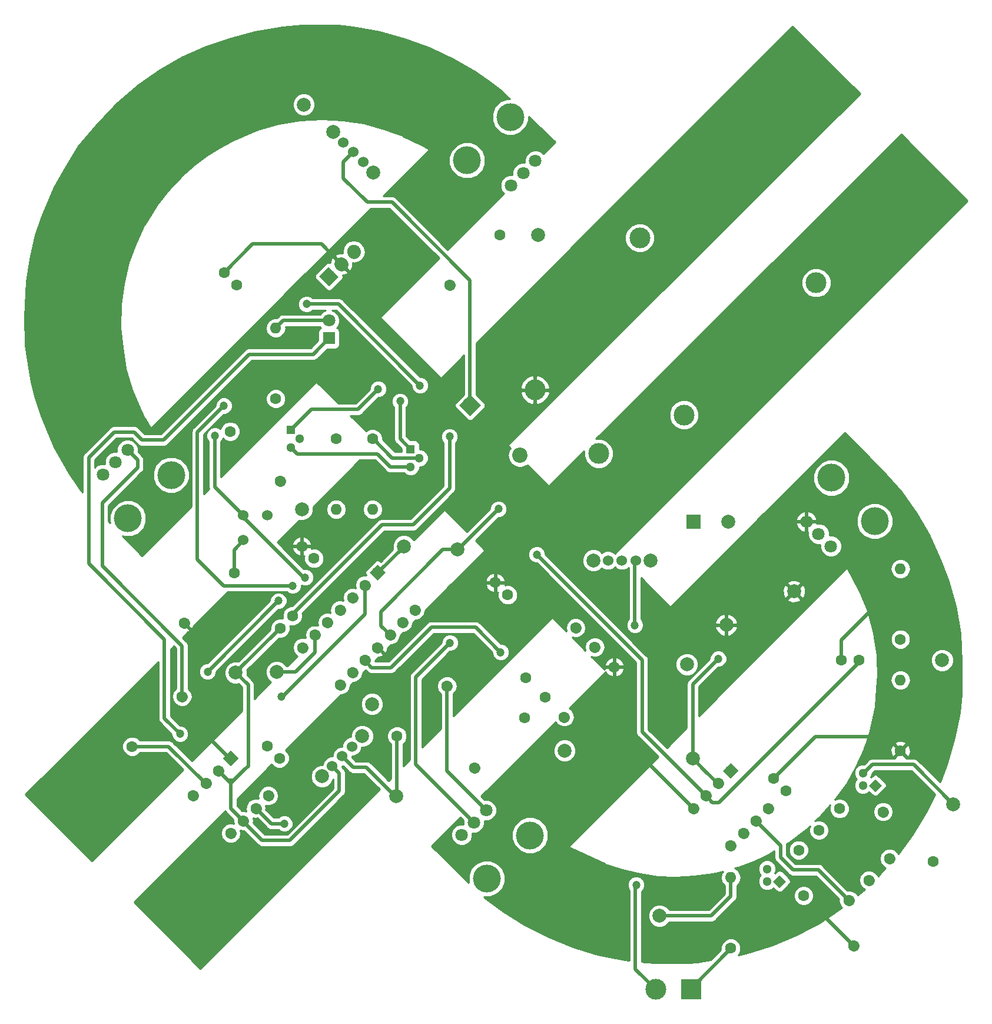
<source format=gbr>
G04 #@! TF.GenerationSoftware,KiCad,Pcbnew,5.0.2-bee76a0~70~ubuntu18.04.1*
G04 #@! TF.CreationDate,2020-07-15T00:12:44-04:00*
G04 #@! TF.ProjectId,synth,73796e74-682e-46b6-9963-61645f706362,rev?*
G04 #@! TF.SameCoordinates,Original*
G04 #@! TF.FileFunction,Copper,L2,Bot*
G04 #@! TF.FilePolarity,Positive*
%FSLAX46Y46*%
G04 Gerber Fmt 4.6, Leading zero omitted, Abs format (unit mm)*
G04 Created by KiCad (PCBNEW 5.0.2-bee76a0~70~ubuntu18.04.1) date Wed 15 Jul 2020 12:12:44 AM EDT*
%MOMM*%
%LPD*%
G01*
G04 APERTURE LIST*
G04 #@! TA.AperFunction,ComponentPad*
%ADD10C,3.000000*%
G04 #@! TD*
G04 #@! TA.AperFunction,ComponentPad*
%ADD11R,3.000000X3.000000*%
G04 #@! TD*
G04 #@! TA.AperFunction,ComponentPad*
%ADD12C,2.000000*%
G04 #@! TD*
G04 #@! TA.AperFunction,ComponentPad*
%ADD13C,1.524000*%
G04 #@! TD*
G04 #@! TA.AperFunction,ComponentPad*
%ADD14C,1.600000*%
G04 #@! TD*
G04 #@! TA.AperFunction,ComponentPad*
%ADD15R,1.800000X1.800000*%
G04 #@! TD*
G04 #@! TA.AperFunction,ComponentPad*
%ADD16C,1.800000*%
G04 #@! TD*
G04 #@! TA.AperFunction,ComponentPad*
%ADD17C,2.200000*%
G04 #@! TD*
G04 #@! TA.AperFunction,Conductor*
%ADD18C,0.100000*%
G04 #@! TD*
G04 #@! TA.AperFunction,Conductor*
%ADD19C,2.200000*%
G04 #@! TD*
G04 #@! TA.AperFunction,WasherPad*
%ADD20C,3.000000*%
G04 #@! TD*
G04 #@! TA.AperFunction,ComponentPad*
%ADD21C,1.300000*%
G04 #@! TD*
G04 #@! TA.AperFunction,ComponentPad*
%ADD22R,1.300000X1.300000*%
G04 #@! TD*
G04 #@! TA.AperFunction,Conductor*
%ADD23C,1.600000*%
G04 #@! TD*
G04 #@! TA.AperFunction,ComponentPad*
%ADD24O,1.600000X1.600000*%
G04 #@! TD*
G04 #@! TA.AperFunction,WasherPad*
%ADD25C,4.000000*%
G04 #@! TD*
G04 #@! TA.AperFunction,ComponentPad*
%ADD26C,1.905000*%
G04 #@! TD*
G04 #@! TA.AperFunction,Conductor*
%ADD27C,1.905000*%
G04 #@! TD*
G04 #@! TA.AperFunction,ComponentPad*
%ADD28R,2.000000X2.000000*%
G04 #@! TD*
G04 #@! TA.AperFunction,ViaPad*
%ADD29C,1.200000*%
G04 #@! TD*
G04 #@! TA.AperFunction,Conductor*
%ADD30C,0.500000*%
G04 #@! TD*
G04 #@! TA.AperFunction,Conductor*
%ADD31C,0.254000*%
G04 #@! TD*
G04 APERTURE END LIST*
D10*
G04 #@! TO.P,J2,2*
G04 #@! TO.N,/OUTPUT/LO_Z_REF*
X157520000Y-162600000D03*
D11*
G04 #@! TO.P,J2,1*
G04 #@! TO.N,/OUTPUT/OUTPUT*
X162600000Y-162600000D03*
G04 #@! TD*
D12*
G04 #@! TO.P,SW2,*
G04 #@! TO.N,*
X116899138Y-45149138D03*
X111100862Y-39350862D03*
D13*
G04 #@! TO.P,SW2,1*
G04 #@! TO.N,VDD_BAT*
X112585786Y-40835786D03*
G04 #@! TO.P,SW2,3*
G04 #@! TO.N,N/C*
X115414214Y-43664214D03*
G04 #@! TO.P,SW2,2*
G04 #@! TO.N,Net-(D2-Pad1)*
X114000000Y-42250000D03*
G04 #@! TD*
D14*
G04 #@! TO.P,C1,2*
G04 #@! TO.N,GND*
X101632233Y-127632233D03*
G04 #@! TO.P,C1,1*
G04 #@! TO.N,+5V*
X103400000Y-129400000D03*
G04 #@! TD*
G04 #@! TO.P,C2,1*
G04 #@! TO.N,/MAIN_VFO/TRIANGLE*
X103500000Y-110700000D03*
G04 #@! TO.P,C2,2*
G04 #@! TO.N,Net-(C2-Pad2)*
X105267767Y-108932233D03*
G04 #@! TD*
D15*
G04 #@! TO.P,D1,1*
G04 #@! TO.N,/MAIN_VFO/DISCHARGE*
X110500000Y-69000000D03*
D16*
G04 #@! TO.P,D1,2*
G04 #@! TO.N,Net-(D1-Pad2)*
X110500000Y-66460000D03*
G04 #@! TD*
D17*
G04 #@! TO.P,D2,1*
G04 #@! TO.N,Net-(D2-Pad1)*
X130800000Y-78650000D03*
D18*
G04 #@! TD*
G04 #@! TO.N,Net-(D2-Pad1)*
G04 #@! TO.C,D2*
G36*
X129244365Y-78650000D02*
X130800000Y-77094365D01*
X132355635Y-78650000D01*
X130800000Y-80205635D01*
X129244365Y-78650000D01*
X129244365Y-78650000D01*
G37*
D17*
G04 #@! TO.P,D2,2*
G04 #@! TO.N,Net-(D2-Pad2)*
X137984205Y-85834205D03*
D19*
G04 #@! TD*
G04 #@! TO.N,Net-(D2-Pad2)*
G04 #@! TO.C,D2*
X137984205Y-85834205D02*
X137984205Y-85834205D01*
D10*
G04 #@! TO.P,J1,1*
G04 #@! TO.N,Net-(D2-Pad2)*
X149300000Y-85600000D03*
G04 #@! TO.P,J1,2*
G04 #@! TO.N,GND*
X140142967Y-76442967D03*
D20*
G04 #@! TO.P,J1,*
G04 #@! TO.N,*
X161575374Y-80027999D03*
X180575333Y-61028039D03*
X155204342Y-54579226D03*
G04 #@! TD*
D21*
G04 #@! TO.P,Q1,2*
G04 #@! TO.N,Net-(Q1-Pad2)*
X106314008Y-83445588D03*
G04 #@! TO.P,Q1,3*
G04 #@! TO.N,Net-(Q1-Pad3)*
X105044008Y-84715588D03*
D22*
G04 #@! TO.P,Q1,1*
G04 #@! TO.N,Net-(Q1-Pad1)*
X105044008Y-82175588D03*
G04 #@! TD*
D21*
G04 #@! TO.P,Q2,2*
G04 #@! TO.N,Net-(Q2-Pad2)*
X123520000Y-86220000D03*
G04 #@! TO.P,Q2,3*
G04 #@! TO.N,Net-(Q1-Pad3)*
X122250000Y-87490000D03*
D22*
G04 #@! TO.P,Q2,1*
G04 #@! TO.N,Net-(Q2-Pad1)*
X122250000Y-84950000D03*
G04 #@! TD*
D21*
G04 #@! TO.P,Q3,1*
G04 #@! TO.N,Net-(Q3-Pad1)*
X189105382Y-133307403D03*
D18*
G04 #@! TD*
G04 #@! TO.N,Net-(Q3-Pad1)*
G04 #@! TO.C,Q3*
G36*
X189105382Y-132388164D02*
X190024621Y-133307403D01*
X189105382Y-134226642D01*
X188186143Y-133307403D01*
X189105382Y-132388164D01*
X189105382Y-132388164D01*
G37*
D21*
G04 #@! TO.P,Q3,3*
G04 #@! TO.N,Net-(JP6-Pad2)*
X187309331Y-131511352D03*
G04 #@! TO.P,Q3,2*
G04 #@! TO.N,Net-(Q3-Pad2)*
X187309331Y-133307403D03*
G04 #@! TD*
G04 #@! TO.P,Q4,1*
G04 #@! TO.N,Net-(Q4-Pad1)*
X175316800Y-147095985D03*
D18*
G04 #@! TD*
G04 #@! TO.N,Net-(Q4-Pad1)*
G04 #@! TO.C,Q4*
G36*
X175316800Y-146176746D02*
X176236039Y-147095985D01*
X175316800Y-148015224D01*
X174397561Y-147095985D01*
X175316800Y-146176746D01*
X175316800Y-146176746D01*
G37*
D21*
G04 #@! TO.P,Q4,3*
G04 #@! TO.N,Net-(JP6-Pad2)*
X173520749Y-145299934D03*
G04 #@! TO.P,Q4,2*
G04 #@! TO.N,Net-(Q4-Pad2)*
X173520749Y-147095985D03*
G04 #@! TD*
D14*
G04 #@! TO.P,R1,2*
G04 #@! TO.N,Net-(R1-Pad2)*
X89384205Y-120515795D03*
D23*
G04 #@! TD*
G04 #@! TO.N,Net-(R1-Pad2)*
G04 #@! TO.C,R1*
X89384205Y-120515795D02*
X89384205Y-120515795D01*
D14*
G04 #@! TO.P,R1,1*
G04 #@! TO.N,Net-(R1-Pad1)*
X82200000Y-127700000D03*
G04 #@! TD*
G04 #@! TO.P,R2,1*
G04 #@! TO.N,Net-(Q1-Pad2)*
X111549390Y-83448380D03*
D24*
G04 #@! TO.P,R2,2*
G04 #@! TO.N,Net-(R1-Pad1)*
X111549390Y-93608380D03*
G04 #@! TD*
D14*
G04 #@! TO.P,R3,1*
G04 #@! TO.N,Net-(JP1-Pad2)*
X135043250Y-54152587D03*
G04 #@! TO.P,R3,2*
G04 #@! TO.N,Net-(C2-Pad2)*
X127859045Y-61336792D03*
D23*
G04 #@! TD*
G04 #@! TO.N,Net-(C2-Pad2)*
G04 #@! TO.C,R3*
X127859045Y-61336792D02*
X127859045Y-61336792D01*
D14*
G04 #@! TO.P,R4,1*
G04 #@! TO.N,Net-(Q2-Pad2)*
X116781981Y-83448380D03*
D24*
G04 #@! TO.P,R4,2*
G04 #@! TO.N,Net-(R1-Pad1)*
X116781981Y-93608380D03*
G04 #@! TD*
D14*
G04 #@! TO.P,R5,2*
G04 #@! TO.N,+5V*
X148753043Y-113397418D03*
D23*
G04 #@! TD*
G04 #@! TO.N,+5V*
G04 #@! TO.C,R5*
X148753043Y-113397418D02*
X148753043Y-113397418D01*
D14*
G04 #@! TO.P,R5,1*
G04 #@! TO.N,Net-(R5-Pad1)*
X141568838Y-120581623D03*
G04 #@! TD*
G04 #@! TO.P,R6,1*
G04 #@! TO.N,Net-(R5-Pad1)*
X138811122Y-117823907D03*
G04 #@! TO.P,R6,2*
G04 #@! TO.N,+5V*
X145995327Y-110639702D03*
D23*
G04 #@! TD*
G04 #@! TO.N,+5V*
G04 #@! TO.C,R6*
X145995327Y-110639702D02*
X145995327Y-110639702D01*
D14*
G04 #@! TO.P,R7,1*
G04 #@! TO.N,Net-(R5-Pad1)*
X138598990Y-123551472D03*
G04 #@! TO.P,R7,2*
G04 #@! TO.N,/MAIN_VFO/DISCHARGE*
X131414785Y-130735677D03*
D23*
G04 #@! TD*
G04 #@! TO.N,/MAIN_VFO/DISCHARGE*
G04 #@! TO.C,R7*
X131414785Y-130735677D02*
X131414785Y-130735677D01*
D14*
G04 #@! TO.P,R8,1*
G04 #@! TO.N,Net-(R8-Pad1)*
X120300000Y-126200000D03*
G04 #@! TO.P,R8,2*
G04 #@! TO.N,Net-(R8-Pad2)*
X127484205Y-119015795D03*
D23*
G04 #@! TD*
G04 #@! TO.N,Net-(R8-Pad2)*
G04 #@! TO.C,R8*
X127484205Y-119015795D02*
X127484205Y-119015795D01*
D14*
G04 #@! TO.P,R9,2*
G04 #@! TO.N,Net-(R5-Pad1)*
X144354839Y-123452477D03*
D23*
G04 #@! TD*
G04 #@! TO.N,Net-(R5-Pad1)*
G04 #@! TO.C,R9*
X144354839Y-123452477D02*
X144354839Y-123452477D01*
D14*
G04 #@! TO.P,R9,1*
G04 #@! TO.N,GND*
X151539044Y-116268272D03*
G04 #@! TD*
G04 #@! TO.P,R10,2*
G04 #@! TO.N,Net-(R10-Pad2)*
X103484205Y-89584205D03*
D23*
G04 #@! TD*
G04 #@! TO.N,Net-(R10-Pad2)*
G04 #@! TO.C,R10*
X103484205Y-89584205D02*
X103484205Y-89584205D01*
D14*
G04 #@! TO.P,R10,1*
G04 #@! TO.N,+5V*
X96300000Y-82400000D03*
G04 #@! TD*
G04 #@! TO.P,R11,1*
G04 #@! TO.N,+5V*
X102850000Y-77700000D03*
D24*
G04 #@! TO.P,R11,2*
G04 #@! TO.N,Net-(D1-Pad2)*
X102850000Y-67540000D03*
G04 #@! TD*
D14*
G04 #@! TO.P,R12,2*
G04 #@! TO.N,GND*
X89683414Y-109954560D03*
D23*
G04 #@! TD*
G04 #@! TO.N,GND*
G04 #@! TO.C,R12*
X89683414Y-109954560D02*
X89683414Y-109954560D01*
D14*
G04 #@! TO.P,R12,1*
G04 #@! TO.N,Net-(R12-Pad1)*
X96867619Y-102770355D03*
G04 #@! TD*
D24*
G04 #@! TO.P,R14,2*
G04 #@! TO.N,+5V*
X192700000Y-102140000D03*
D14*
G04 #@! TO.P,R14,1*
G04 #@! TO.N,HI_Z_REF*
X192700000Y-112300000D03*
G04 #@! TD*
G04 #@! TO.P,R15,1*
G04 #@! TO.N,GND*
X192700000Y-128300000D03*
D24*
G04 #@! TO.P,R15,2*
G04 #@! TO.N,HI_Z_REF*
X192700000Y-118140000D03*
G04 #@! TD*
D14*
G04 #@! TO.P,R18,1*
G04 #@! TO.N,/OUTPUT/OUTPUT*
X168300000Y-156700000D03*
D24*
G04 #@! TO.P,R18,2*
G04 #@! TO.N,VFO_OUT*
X168300000Y-146540000D03*
G04 #@! TD*
D14*
G04 #@! TO.P,R19,2*
G04 #@! TO.N,Net-(Q3-Pad1)*
X190194327Y-137083354D03*
D23*
G04 #@! TD*
G04 #@! TO.N,Net-(Q3-Pad1)*
G04 #@! TO.C,R19*
X190194327Y-137083354D02*
X190194327Y-137083354D01*
D14*
G04 #@! TO.P,R19,1*
G04 #@! TO.N,+5V*
X197378532Y-144267559D03*
G04 #@! TD*
G04 #@! TO.P,R20,1*
G04 #@! TO.N,Net-(JP6-Pad2)*
X180973654Y-139742074D03*
G04 #@! TO.P,R20,2*
G04 #@! TO.N,Net-(JP6-Pad1)*
X188157859Y-146926279D03*
D23*
G04 #@! TD*
G04 #@! TO.N,Net-(JP6-Pad1)*
G04 #@! TO.C,R20*
X188157859Y-146926279D02*
X188157859Y-146926279D01*
D14*
G04 #@! TO.P,R23,1*
G04 #@! TO.N,Net-(Q4-Pad1)*
X178781623Y-149146595D03*
G04 #@! TO.P,R23,2*
G04 #@! TO.N,GND*
X185965828Y-156330800D03*
D23*
G04 #@! TD*
G04 #@! TO.N,GND*
G04 #@! TO.C,R23*
X185965828Y-156330800D02*
X185965828Y-156330800D01*
D25*
G04 #@! TO.P,RV1,*
G04 #@! TO.N,*
X81606245Y-94893250D03*
X87828784Y-88670711D03*
D16*
G04 #@! TO.P,RV1,1*
G04 #@! TO.N,N/C*
X78000000Y-88600000D03*
G04 #@! TO.P,RV1,2*
G04 #@! TO.N,Net-(Q1-Pad3)*
X79767767Y-86832233D03*
G04 #@! TO.P,RV1,3*
G04 #@! TO.N,Net-(R1-Pad2)*
X81535534Y-85064466D03*
G04 #@! TD*
G04 #@! TO.P,RV2,3*
G04 #@! TO.N,Net-(Q2-Pad1)*
X136664466Y-47035534D03*
G04 #@! TO.P,RV2,2*
G04 #@! TO.N,Net-(JP1-Pad2)*
X138432233Y-45267767D03*
G04 #@! TO.P,RV2,1*
G04 #@! TO.N,Net-(Q1-Pad1)*
X140200000Y-43500000D03*
D25*
G04 #@! TO.P,RV2,*
G04 #@! TO.N,*
X130371216Y-43429289D03*
X136593755Y-37206750D03*
G04 #@! TD*
G04 #@! TO.P,RV3,*
G04 #@! TO.N,*
X133206245Y-146693250D03*
X139428784Y-140470711D03*
D16*
G04 #@! TO.P,RV3,1*
G04 #@! TO.N,N/C*
X129600000Y-140400000D03*
G04 #@! TO.P,RV3,2*
G04 #@! TO.N,VFO_OUT*
X131367767Y-138632233D03*
G04 #@! TO.P,RV3,3*
G04 #@! TO.N,Net-(R8-Pad2)*
X133135534Y-136864466D03*
G04 #@! TD*
G04 #@! TO.P,RV4,3*
G04 #@! TO.N,GND*
X179164466Y-95364466D03*
G04 #@! TO.P,RV4,2*
G04 #@! TO.N,Net-(RV4-Pad2)*
X180932233Y-97132233D03*
G04 #@! TO.P,RV4,1*
G04 #@! TO.N,+5V*
X182700000Y-98900000D03*
D25*
G04 #@! TO.P,RV4,*
G04 #@! TO.N,*
X182770711Y-89071216D03*
X188993250Y-95293755D03*
G04 #@! TD*
D13*
G04 #@! TO.P,SW1,2*
G04 #@! TO.N,Net-(R8-Pad1)*
X112400000Y-129100000D03*
G04 #@! TO.P,SW1,3*
G04 #@! TO.N,Net-(SW1-Pad3)*
X113814214Y-127685786D03*
G04 #@! TO.P,SW1,1*
G04 #@! TO.N,/MAIN_VFO/TRIANGLE*
X110985786Y-130514214D03*
D12*
G04 #@! TO.P,SW1,*
G04 #@! TO.N,*
X109500862Y-131999138D03*
X115299138Y-126200862D03*
G04 #@! TD*
D13*
G04 #@! TO.P,SW3,2*
G04 #@! TO.N,Net-(BZ1-Pad1)*
X152645227Y-100946447D03*
G04 #@! TO.P,SW3,3*
G04 #@! TO.N,N/C*
X150645226Y-100946447D03*
G04 #@! TO.P,SW3,1*
G04 #@! TO.N,/OUTPUT/OUTPUT*
X154645228Y-100946447D03*
D12*
G04 #@! TO.P,SW3,*
G04 #@! TO.N,*
X156745227Y-100946447D03*
X148545227Y-100946447D03*
G04 #@! TD*
D14*
G04 #@! TO.P,U1,1*
G04 #@! TO.N,Net-(Q1-Pad3)*
X117500000Y-102700000D03*
D18*
G04 #@! TD*
G04 #@! TO.N,Net-(Q1-Pad3)*
G04 #@! TO.C,U1*
G36*
X116368629Y-102700000D02*
X117500000Y-101568629D01*
X118631371Y-102700000D01*
X117500000Y-103831371D01*
X116368629Y-102700000D01*
X116368629Y-102700000D01*
G37*
D14*
G04 #@! TO.P,U1,8*
G04 #@! TO.N,Net-(SW1-Pad3)*
X112111846Y-118864461D03*
D23*
G04 #@! TD*
G04 #@! TO.N,Net-(SW1-Pad3)*
G04 #@! TO.C,U1*
X112111846Y-118864461D02*
X112111846Y-118864461D01*
D14*
G04 #@! TO.P,U1,2*
G04 #@! TO.N,Net-(R1-Pad2)*
X115703949Y-104496051D03*
D23*
G04 #@! TD*
G04 #@! TO.N,Net-(R1-Pad2)*
G04 #@! TO.C,U1*
X115703949Y-104496051D02*
X115703949Y-104496051D01*
D14*
G04 #@! TO.P,U1,9*
G04 #@! TO.N,Net-(SW1-Pad3)*
X113907898Y-117068410D03*
D23*
G04 #@! TD*
G04 #@! TO.N,Net-(SW1-Pad3)*
G04 #@! TO.C,U1*
X113907898Y-117068410D02*
X113907898Y-117068410D01*
D14*
G04 #@! TO.P,U1,3*
G04 #@! TO.N,/MAIN_VFO/TRIM*
X113907898Y-106292102D03*
D23*
G04 #@! TD*
G04 #@! TO.N,/MAIN_VFO/TRIM*
G04 #@! TO.C,U1*
X113907898Y-106292102D02*
X113907898Y-106292102D01*
D14*
G04 #@! TO.P,U1,10*
G04 #@! TO.N,Net-(R5-Pad1)*
X115703949Y-115272359D03*
D23*
G04 #@! TD*
G04 #@! TO.N,Net-(R5-Pad1)*
G04 #@! TO.C,U1*
X115703949Y-115272359D02*
X115703949Y-115272359D01*
D14*
G04 #@! TO.P,U1,4*
G04 #@! TO.N,+5V*
X112111846Y-108088154D03*
D23*
G04 #@! TD*
G04 #@! TO.N,+5V*
G04 #@! TO.C,U1*
X112111846Y-108088154D02*
X112111846Y-108088154D01*
D14*
G04 #@! TO.P,U1,11*
G04 #@! TO.N,GND*
X117500000Y-113476307D03*
D23*
G04 #@! TD*
G04 #@! TO.N,GND*
G04 #@! TO.C,U1*
X117500000Y-113476307D02*
X117500000Y-113476307D01*
D14*
G04 #@! TO.P,U1,5*
G04 #@! TO.N,Net-(JP2-Pad1)*
X110315795Y-109884205D03*
D23*
G04 #@! TD*
G04 #@! TO.N,Net-(JP2-Pad1)*
G04 #@! TO.C,U1*
X110315795Y-109884205D02*
X110315795Y-109884205D01*
D14*
G04 #@! TO.P,U1,12*
G04 #@! TO.N,Net-(RV4-Pad2)*
X119296051Y-111680256D03*
D23*
G04 #@! TD*
G04 #@! TO.N,Net-(RV4-Pad2)*
G04 #@! TO.C,U1*
X119296051Y-111680256D02*
X119296051Y-111680256D01*
D14*
G04 #@! TO.P,U1,6*
G04 #@! TO.N,Net-(C2-Pad2)*
X108519744Y-111680256D03*
D23*
G04 #@! TD*
G04 #@! TO.N,Net-(C2-Pad2)*
G04 #@! TO.C,U1*
X108519744Y-111680256D02*
X108519744Y-111680256D01*
D14*
G04 #@! TO.P,U1,13*
G04 #@! TO.N,Net-(R8-Pad2)*
X121092102Y-109884205D03*
D23*
G04 #@! TD*
G04 #@! TO.N,Net-(R8-Pad2)*
G04 #@! TO.C,U1*
X121092102Y-109884205D02*
X121092102Y-109884205D01*
D14*
G04 #@! TO.P,U1,7*
G04 #@! TO.N,/MAIN_VFO/TRIANGLE*
X106723693Y-113476307D03*
D23*
G04 #@! TD*
G04 #@! TO.N,/MAIN_VFO/TRIANGLE*
G04 #@! TO.C,U1*
X106723693Y-113476307D02*
X106723693Y-113476307D01*
D14*
G04 #@! TO.P,U1,14*
G04 #@! TO.N,VFO_OUT*
X122888154Y-108088154D03*
D23*
G04 #@! TD*
G04 #@! TO.N,VFO_OUT*
G04 #@! TO.C,U1*
X122888154Y-108088154D02*
X122888154Y-108088154D01*
D14*
G04 #@! TO.P,U2,1*
G04 #@! TO.N,GND*
X96400000Y-129400000D03*
D18*
G04 #@! TD*
G04 #@! TO.N,GND*
G04 #@! TO.C,U2*
G36*
X95268629Y-129400000D02*
X96400000Y-128268629D01*
X97531371Y-129400000D01*
X96400000Y-130531371D01*
X95268629Y-129400000D01*
X95268629Y-129400000D01*
G37*
D14*
G04 #@! TO.P,U2,5*
G04 #@! TO.N,N/C*
X96400000Y-140176307D03*
D23*
G04 #@! TD*
G04 #@! TO.N,N/C*
G04 #@! TO.C,U2*
X96400000Y-140176307D02*
X96400000Y-140176307D01*
D14*
G04 #@! TO.P,U2,2*
G04 #@! TO.N,/MAIN_VFO/TRIANGLE*
X94603949Y-131196051D03*
D23*
G04 #@! TD*
G04 #@! TO.N,/MAIN_VFO/TRIANGLE*
G04 #@! TO.C,U2*
X94603949Y-131196051D02*
X94603949Y-131196051D01*
D14*
G04 #@! TO.P,U2,6*
G04 #@! TO.N,/MAIN_VFO/TRIANGLE*
X98196051Y-138380256D03*
D23*
G04 #@! TD*
G04 #@! TO.N,/MAIN_VFO/TRIANGLE*
G04 #@! TO.C,U2*
X98196051Y-138380256D02*
X98196051Y-138380256D01*
D14*
G04 #@! TO.P,U2,3*
G04 #@! TO.N,Net-(R1-Pad1)*
X92807898Y-132992102D03*
D23*
G04 #@! TD*
G04 #@! TO.N,Net-(R1-Pad1)*
G04 #@! TO.C,U2*
X92807898Y-132992102D02*
X92807898Y-132992102D01*
D14*
G04 #@! TO.P,U2,7*
G04 #@! TO.N,/MAIN_VFO/DISCHARGE*
X99992102Y-136584205D03*
D23*
G04 #@! TD*
G04 #@! TO.N,/MAIN_VFO/DISCHARGE*
G04 #@! TO.C,U2*
X99992102Y-136584205D02*
X99992102Y-136584205D01*
D14*
G04 #@! TO.P,U2,4*
G04 #@! TO.N,+5V*
X91011846Y-134788154D03*
D23*
G04 #@! TD*
G04 #@! TO.N,+5V*
G04 #@! TO.C,U2*
X91011846Y-134788154D02*
X91011846Y-134788154D01*
D14*
G04 #@! TO.P,U2,8*
G04 #@! TO.N,+5V*
X101788154Y-134788154D03*
D23*
G04 #@! TD*
G04 #@! TO.N,+5V*
G04 #@! TO.C,U2*
X101788154Y-134788154D02*
X101788154Y-134788154D01*
D26*
G04 #@! TO.P,U3,1*
G04 #@! TO.N,VDD_BAT*
X110500000Y-60150000D03*
D18*
G04 #@! TD*
G04 #@! TO.N,VDD_BAT*
G04 #@! TO.C,U3*
G36*
X110533588Y-61530626D02*
X109119374Y-60116412D01*
X110466412Y-58769374D01*
X111880626Y-60183588D01*
X110533588Y-61530626D01*
X110533588Y-61530626D01*
G37*
D26*
G04 #@! TO.P,U3,2*
G04 #@! TO.N,GND*
X112296051Y-58353949D03*
D27*
G04 #@! TD*
G04 #@! TO.N,GND*
G04 #@! TO.C,U3*
X112262463Y-58320361D02*
X112329639Y-58387537D01*
D26*
G04 #@! TO.P,U3,3*
G04 #@! TO.N,+5V*
X114092102Y-56557898D03*
D27*
G04 #@! TD*
G04 #@! TO.N,+5V*
G04 #@! TO.C,U3*
X114058514Y-56524310D02*
X114125690Y-56591486D01*
D14*
G04 #@! TO.P,U4,1*
G04 #@! TO.N,/OUTPUT/LO_Z_REF*
X168300000Y-131200000D03*
D18*
G04 #@! TD*
G04 #@! TO.N,/OUTPUT/LO_Z_REF*
G04 #@! TO.C,U4*
G36*
X167168629Y-131200000D02*
X168300000Y-130068629D01*
X169431371Y-131200000D01*
X168300000Y-132331371D01*
X167168629Y-131200000D01*
X167168629Y-131200000D01*
G37*
D14*
G04 #@! TO.P,U4,5*
G04 #@! TO.N,VFO_OUT*
X168300000Y-141976307D03*
D23*
G04 #@! TD*
G04 #@! TO.N,VFO_OUT*
G04 #@! TO.C,U4*
X168300000Y-141976307D02*
X168300000Y-141976307D01*
D14*
G04 #@! TO.P,U4,2*
G04 #@! TO.N,/OUTPUT/LO_Z_REF*
X166503949Y-132996051D03*
D23*
G04 #@! TD*
G04 #@! TO.N,/OUTPUT/LO_Z_REF*
G04 #@! TO.C,U4*
X166503949Y-132996051D02*
X166503949Y-132996051D01*
D14*
G04 #@! TO.P,U4,6*
G04 #@! TO.N,Net-(JP6-Pad2)*
X170096051Y-140180256D03*
D23*
G04 #@! TD*
G04 #@! TO.N,Net-(JP6-Pad2)*
G04 #@! TO.C,U4*
X170096051Y-140180256D02*
X170096051Y-140180256D01*
D14*
G04 #@! TO.P,U4,3*
G04 #@! TO.N,HI_Z_REF*
X164707898Y-134792102D03*
D23*
G04 #@! TD*
G04 #@! TO.N,HI_Z_REF*
G04 #@! TO.C,U4*
X164707898Y-134792102D02*
X164707898Y-134792102D01*
D14*
G04 #@! TO.P,U4,7*
G04 #@! TO.N,Net-(JP6-Pad1)*
X171892102Y-138384205D03*
D23*
G04 #@! TD*
G04 #@! TO.N,Net-(JP6-Pad1)*
G04 #@! TO.C,U4*
X171892102Y-138384205D02*
X171892102Y-138384205D01*
D14*
G04 #@! TO.P,U4,4*
G04 #@! TO.N,GND*
X162911846Y-136588154D03*
D23*
G04 #@! TD*
G04 #@! TO.N,GND*
G04 #@! TO.C,U4*
X162911846Y-136588154D02*
X162911846Y-136588154D01*
D14*
G04 #@! TO.P,U4,8*
G04 #@! TO.N,+5V*
X173688154Y-136588154D03*
D23*
G04 #@! TD*
G04 #@! TO.N,+5V*
G04 #@! TO.C,U4*
X173688154Y-136588154D02*
X173688154Y-136588154D01*
D14*
G04 #@! TO.P,R24,2*
G04 #@! TO.N,Net-(JP6-Pad1)*
X191127708Y-143815010D03*
D23*
G04 #@! TD*
G04 #@! TO.N,Net-(JP6-Pad1)*
G04 #@! TO.C,R24*
X191127708Y-143815010D02*
X191127708Y-143815010D01*
D14*
G04 #@! TO.P,R24,1*
G04 #@! TO.N,Net-(Q3-Pad2)*
X183943503Y-136630805D03*
G04 #@! TD*
G04 #@! TO.P,R25,1*
G04 #@! TO.N,Net-(Q4-Pad2)*
X178074517Y-142605858D03*
G04 #@! TO.P,R25,2*
G04 #@! TO.N,Net-(JP6-Pad1)*
X185258722Y-149790063D03*
D23*
G04 #@! TD*
G04 #@! TO.N,Net-(JP6-Pad1)*
G04 #@! TO.C,R25*
X185258722Y-149790063D02*
X185258722Y-149790063D01*
D12*
G04 #@! TO.P,TP1,1*
G04 #@! TO.N,Net-(C2-Pad2)*
X103000000Y-117000000D03*
G04 #@! TD*
G04 #@! TO.P,TP2,1*
G04 #@! TO.N,/MAIN_VFO/TRIANGLE*
X97100000Y-117100000D03*
G04 #@! TD*
G04 #@! TO.P,TP3,1*
G04 #@! TO.N,Net-(Q1-Pad3)*
X121300000Y-98900000D03*
G04 #@! TD*
G04 #@! TO.P,TP4,1*
G04 #@! TO.N,Net-(JP1-Pad2)*
X140550000Y-54150000D03*
G04 #@! TD*
G04 #@! TO.P,TP5,1*
G04 #@! TO.N,Net-(R1-Pad1)*
X106600000Y-93600000D03*
G04 #@! TD*
G04 #@! TO.P,TP6,1*
G04 #@! TO.N,GND*
X177400000Y-105400000D03*
G04 #@! TD*
G04 #@! TO.P,TP7,1*
G04 #@! TO.N,VFO_OUT*
X158050000Y-152050000D03*
G04 #@! TD*
G04 #@! TO.P,TP8,1*
G04 #@! TO.N,Net-(R5-Pad1)*
X144400000Y-128300000D03*
G04 #@! TD*
G04 #@! TO.P,TP9,1*
G04 #@! TO.N,Net-(R8-Pad1)*
X120150000Y-134850000D03*
G04 #@! TD*
G04 #@! TO.P,TP10,1*
G04 #@! TO.N,Net-(SW1-Pad3)*
X116700000Y-121600000D03*
G04 #@! TD*
G04 #@! TO.P,TP11,1*
G04 #@! TO.N,Net-(RV4-Pad2)*
X128950000Y-99400000D03*
G04 #@! TD*
G04 #@! TO.P,TP13,1*
G04 #@! TO.N,HI_Z_REF*
X198700000Y-115300000D03*
G04 #@! TD*
G04 #@! TO.P,TP14,1*
G04 #@! TO.N,VDD_BAT*
X106900000Y-35400000D03*
G04 #@! TD*
G04 #@! TO.P,TP15,1*
G04 #@! TO.N,+5V*
X161989949Y-115894322D03*
G04 #@! TD*
G04 #@! TO.P,TP16,1*
G04 #@! TO.N,GND*
X167646804Y-110237469D03*
G04 #@! TD*
G04 #@! TO.P,TP17,1*
G04 #@! TO.N,/OUTPUT/LO_Z_REF*
X162850000Y-129450000D03*
G04 #@! TD*
G04 #@! TO.P,TP18,1*
G04 #@! TO.N,Net-(JP6-Pad2)*
X200300000Y-136000000D03*
G04 #@! TD*
D28*
G04 #@! TO.P,BZ1,1*
G04 #@! TO.N,Net-(BZ1-Pad1)*
X162900000Y-95400000D03*
D12*
G04 #@! TO.P,BZ1,2*
G04 #@! TO.N,/OUTPUT/LO_Z_REF*
X167900000Y-95400000D03*
G04 #@! TD*
D14*
G04 #@! TO.P,C3,2*
G04 #@! TO.N,GND*
X106600000Y-98900000D03*
G04 #@! TO.P,C3,1*
G04 #@! TO.N,+5V*
X108367767Y-100667767D03*
G04 #@! TD*
G04 #@! TO.P,C4,1*
G04 #@! TO.N,/MAIN_VFO/TRIM*
X97200000Y-61350000D03*
G04 #@! TO.P,C4,2*
G04 #@! TO.N,GND*
X95432233Y-59582233D03*
G04 #@! TD*
G04 #@! TO.P,C5,2*
G04 #@! TO.N,GND*
X134432233Y-104132233D03*
G04 #@! TO.P,C5,1*
G04 #@! TO.N,+5V*
X136200000Y-105900000D03*
G04 #@! TD*
G04 #@! TO.P,C6,1*
G04 #@! TO.N,HI_Z_REF*
X186700000Y-115300000D03*
G04 #@! TO.P,C6,2*
G04 #@! TO.N,GND*
X184200000Y-115300000D03*
G04 #@! TD*
G04 #@! TO.P,C7,1*
G04 #@! TO.N,+5V*
X176200000Y-134100000D03*
G04 #@! TO.P,C7,2*
G04 #@! TO.N,GND*
X174432233Y-132332233D03*
G04 #@! TD*
D13*
G04 #@! TO.P,RV5,1*
G04 #@! TO.N,Net-(R10-Pad2)*
X101667767Y-94432233D03*
G04 #@! TO.P,RV5,2*
G04 #@! TO.N,/MAIN_VFO/TRIM*
X98132233Y-94432233D03*
G04 #@! TO.P,RV5,3*
G04 #@! TO.N,Net-(R12-Pad1)*
X98132233Y-97967767D03*
G04 #@! TD*
D29*
G04 #@! TO.N,GND*
X118400000Y-130900000D03*
X116000000Y-133300000D03*
G04 #@! TO.N,Net-(C2-Pad2)*
X127850000Y-83150000D03*
G04 #@! TO.N,HI_Z_REF*
X140400000Y-100100000D03*
X107300000Y-64100000D03*
X123600000Y-75800000D03*
G04 #@! TO.N,/MAIN_VFO/DISCHARGE*
X104100000Y-138800000D03*
X89100000Y-125900000D03*
G04 #@! TO.N,/OUTPUT/OUTPUT*
X154500000Y-110250000D03*
G04 #@! TO.N,/OUTPUT/LO_Z_REF*
X154700000Y-147600000D03*
X166500000Y-115100000D03*
G04 #@! TO.N,Net-(Q1-Pad1)*
X117600000Y-76300000D03*
G04 #@! TO.N,Net-(Q2-Pad1)*
X120750000Y-78050000D03*
G04 #@! TO.N,Net-(R1-Pad2)*
X103684205Y-120515795D03*
G04 #@! TO.N,Net-(R1-Pad1)*
X93050000Y-116950000D03*
X103250000Y-106750000D03*
G04 #@! TO.N,Net-(R5-Pad1)*
X135200000Y-114150000D03*
G04 #@! TO.N,VFO_OUT*
X127900000Y-112800000D03*
G04 #@! TO.N,Net-(RV4-Pad2)*
X134900000Y-93550000D03*
G04 #@! TO.N,/MAIN_VFO/TRIM*
X107100000Y-103400000D03*
X94100000Y-83000000D03*
G04 #@! TO.N,Net-(JP2-Pad1)*
X105300000Y-104600000D03*
X95400000Y-78700000D03*
G04 #@! TD*
D30*
G04 #@! TO.N,GND*
X95432233Y-59582233D02*
X99564466Y-55450000D01*
X99564466Y-55450000D02*
X109400000Y-55450000D01*
X109400000Y-55450000D02*
X112300000Y-58350000D01*
X185965828Y-156330800D02*
X181600000Y-151964972D01*
X174432233Y-132332233D02*
X180464466Y-126300000D01*
X180464466Y-126300000D02*
X188800000Y-126300000D01*
X184200000Y-115300000D02*
X184200000Y-112400000D01*
X184200000Y-112400000D02*
X188200000Y-108400000D01*
X162911846Y-136588154D02*
X156223692Y-129900000D01*
X96400000Y-129400000D02*
X96200000Y-129400000D01*
X96200000Y-129400000D02*
X93000000Y-126200000D01*
X89683414Y-109954560D02*
X89683414Y-109983414D01*
X89683414Y-109983414D02*
X91300000Y-111600000D01*
X117500000Y-113476307D02*
X117576307Y-113476307D01*
X117576307Y-113476307D02*
X118900000Y-114800000D01*
G04 #@! TO.N,/MAIN_VFO/TRIANGLE*
X98900000Y-118850000D02*
X97100000Y-117050000D01*
X96400000Y-132992102D02*
X96942102Y-132450000D01*
X96000000Y-132592102D02*
X96400000Y-132992102D01*
X96800000Y-132592102D02*
X96942102Y-132450000D01*
X94603949Y-131196051D02*
X96000000Y-132592102D01*
X97100000Y-117100000D02*
X103500000Y-110700000D01*
X96400000Y-136584205D02*
X98196051Y-138380256D01*
X96400000Y-132992102D02*
X96400000Y-136584205D01*
X98400000Y-130992102D02*
X98342102Y-131050000D01*
X98342102Y-131050000D02*
X98900000Y-130492102D01*
X96942102Y-132450000D02*
X98342102Y-131050000D01*
X96800000Y-132592102D02*
X96000000Y-132592102D01*
X98900000Y-122550000D02*
X98900000Y-118850000D01*
X98900000Y-130492102D02*
X98900000Y-122550000D01*
X110985786Y-130514214D02*
X112000000Y-131528428D01*
X112000000Y-131528428D02*
X112000000Y-134100000D01*
X112000000Y-134100000D02*
X104900000Y-141200000D01*
X104900000Y-141200000D02*
X100900000Y-141200000D01*
X100900000Y-141200000D02*
X98100000Y-138400000D01*
G04 #@! TO.N,Net-(C2-Pad2)*
X122600000Y-95850000D02*
X118117782Y-95850000D01*
X105200000Y-108767782D02*
X105200000Y-109000000D01*
X118117782Y-95850000D02*
X105200000Y-108767782D01*
X127859045Y-90590955D02*
X122600000Y-95850000D01*
X127859045Y-83159045D02*
X127859045Y-90590955D01*
X127850000Y-83150000D02*
X127859045Y-83159045D01*
X108519744Y-114180256D02*
X105700000Y-117000000D01*
X103000000Y-117000000D02*
X105700000Y-117000000D01*
X108519744Y-111680256D02*
X108519744Y-114180256D01*
G04 #@! TO.N,HI_Z_REF*
X164707898Y-134792102D02*
X165665796Y-135750000D01*
X165665796Y-135750000D02*
X166550000Y-135750000D01*
X166550000Y-135750000D02*
X186800000Y-115500000D01*
X186800000Y-115500000D02*
X186800000Y-115200000D01*
X155550001Y-125634205D02*
X155550001Y-115250001D01*
X164707898Y-134792102D02*
X155550001Y-125634205D01*
X155550001Y-115250001D02*
X140400000Y-100100000D01*
X140400000Y-100100000D02*
X140200000Y-100100000D01*
X123500000Y-75700000D02*
X111900000Y-64100000D01*
X111900000Y-64100000D02*
X107300000Y-64100000D01*
X140400000Y-100100000D02*
X140400000Y-100100000D01*
X107300000Y-64100000D02*
X107300000Y-64100000D01*
G04 #@! TO.N,/MAIN_VFO/DISCHARGE*
X85650000Y-83650000D02*
X83650000Y-83650000D01*
X83650000Y-83650000D02*
X82500000Y-82500000D01*
X82500000Y-82500000D02*
X79600000Y-82500000D01*
X79600000Y-82500000D02*
X75950000Y-86150000D01*
X75950000Y-86150000D02*
X75950000Y-101400000D01*
X75950000Y-101400000D02*
X86850000Y-112300000D01*
X85650000Y-83650000D02*
X86700000Y-83650000D01*
X86700000Y-83650000D02*
X99050000Y-71300000D01*
X99050000Y-71300000D02*
X108250000Y-71300000D01*
X108250000Y-71300000D02*
X110550000Y-69000000D01*
X102207897Y-138800000D02*
X104100000Y-138800000D01*
X99992102Y-136584205D02*
X102207897Y-138800000D01*
X104100000Y-138800000D02*
X104200000Y-138800000D01*
X86850000Y-123650000D02*
X86850000Y-121200000D01*
X86850000Y-112300000D02*
X86850000Y-121200000D01*
X89100000Y-125900000D02*
X86850000Y-123650000D01*
G04 #@! TO.N,Net-(D1-Pad2)*
X102850000Y-67540000D02*
X103940000Y-66450000D01*
X103940000Y-66450000D02*
X110550000Y-66450000D01*
G04 #@! TO.N,Net-(D2-Pad1)*
X130800000Y-78650000D02*
X130800000Y-60700000D01*
X130800000Y-60700000D02*
X119550000Y-49450000D01*
X119550000Y-49450000D02*
X116000000Y-49450000D01*
X116000000Y-49450000D02*
X112550000Y-46000000D01*
X112550000Y-46000000D02*
X112550000Y-43650000D01*
X112550000Y-43650000D02*
X113900000Y-42300000D01*
G04 #@! TO.N,/OUTPUT/OUTPUT*
X162640000Y-162400000D02*
X162650000Y-162400000D01*
X162650000Y-162400000D02*
X168300000Y-156750000D01*
X154500000Y-110250000D02*
X154500000Y-101150000D01*
G04 #@! TO.N,/OUTPUT/LO_Z_REF*
X162907898Y-129500000D02*
X164500000Y-131092102D01*
X164500000Y-131092102D02*
X166500000Y-133100000D01*
X162900000Y-129500000D02*
X162907898Y-129500000D01*
X154600000Y-147600000D02*
X154600000Y-159700000D01*
X154600000Y-159700000D02*
X157500000Y-162600000D01*
X157500000Y-162600000D02*
X157500000Y-162500000D01*
X162850000Y-129450000D02*
X162850000Y-118750000D01*
X162850000Y-118750000D02*
X166500000Y-115100000D01*
X166500000Y-115100000D02*
X166500000Y-115100000D01*
G04 #@! TO.N,Net-(JP6-Pad1)*
X171892102Y-138384205D02*
X175450000Y-141942103D01*
X175450000Y-141942103D02*
X175450000Y-143650000D01*
X175450000Y-143650000D02*
X177250000Y-145450000D01*
X177250000Y-145450000D02*
X180900000Y-145450000D01*
X180900000Y-145450000D02*
X185300000Y-149850000D01*
G04 #@! TO.N,Net-(JP6-Pad2)*
X200300000Y-136000000D02*
X194600000Y-130300000D01*
X194600000Y-130300000D02*
X188650000Y-130300000D01*
X188650000Y-130300000D02*
X187400000Y-131550000D01*
G04 #@! TO.N,Net-(Q1-Pad3)*
X105950000Y-85650000D02*
X105000000Y-84700000D01*
X119340000Y-87490000D02*
X117500000Y-85650000D01*
X117500000Y-85650000D02*
X105950000Y-85650000D01*
X122250000Y-87490000D02*
X119340000Y-87490000D01*
X117500000Y-102700000D02*
X117600000Y-102700000D01*
X117600000Y-102700000D02*
X121400000Y-98900000D01*
G04 #@! TO.N,Net-(Q1-Pad1)*
X105044008Y-82175588D02*
X107969596Y-79250000D01*
X114700000Y-79250000D02*
X117600000Y-76350000D01*
X117600000Y-76350000D02*
X117600000Y-76300000D01*
X107969596Y-79250000D02*
X114700000Y-79250000D01*
G04 #@! TO.N,Net-(Q2-Pad2)*
X123520000Y-86220000D02*
X119620000Y-86220000D01*
X119620000Y-86220000D02*
X116850000Y-83450000D01*
X116850000Y-83450000D02*
X116800000Y-83450000D01*
X116800000Y-83450000D02*
X116750000Y-83450000D01*
G04 #@! TO.N,Net-(Q2-Pad1)*
X122250000Y-84950000D02*
X120750000Y-83450000D01*
X120750000Y-83450000D02*
X120750000Y-78050000D01*
G04 #@! TO.N,Net-(R1-Pad2)*
X115703949Y-108686013D02*
X103874167Y-120515795D01*
X115703949Y-104496051D02*
X115703949Y-108686013D01*
X103874167Y-120515795D02*
X103684205Y-120515795D01*
X89384205Y-113234205D02*
X77900000Y-101750000D01*
X89384205Y-120515795D02*
X89384205Y-113234205D01*
X81535534Y-85064466D02*
X83000000Y-86528932D01*
X83000000Y-87600000D02*
X77900000Y-92700000D01*
X83000000Y-86528932D02*
X83000000Y-87600000D01*
X77900000Y-101750000D02*
X77900000Y-92700000D01*
G04 #@! TO.N,Net-(R1-Pad1)*
X82200000Y-127700000D02*
X87450000Y-127700000D01*
X87450000Y-127700000D02*
X92850000Y-133100000D01*
X106691620Y-93608380D02*
X106550000Y-93750000D01*
X93050000Y-116950000D02*
X103250000Y-106750000D01*
G04 #@! TO.N,Net-(R5-Pad1)*
X116650000Y-116350000D02*
X115700000Y-115400000D01*
X119450000Y-116350000D02*
X116650000Y-116350000D01*
X135200000Y-114150000D02*
X131600000Y-110550000D01*
X125250000Y-110550000D02*
X119450000Y-116350000D01*
X131600000Y-110550000D02*
X125250000Y-110550000D01*
G04 #@! TO.N,Net-(R8-Pad1)*
X120300000Y-126200000D02*
X120300000Y-134800000D01*
X120300000Y-134800000D02*
X120100000Y-135000000D01*
X112400000Y-129100000D02*
X114000000Y-130700000D01*
X114000000Y-130700000D02*
X115900000Y-130700000D01*
X115900000Y-130700000D02*
X120200000Y-135000000D01*
G04 #@! TO.N,Net-(R8-Pad2)*
X133135534Y-136864466D02*
X127500000Y-131228932D01*
X127500000Y-131228932D02*
X127500000Y-119000000D01*
G04 #@! TO.N,VFO_OUT*
X158050000Y-152050000D02*
X165500000Y-152050000D01*
X165500000Y-152050000D02*
X168300000Y-149250000D01*
X168300000Y-149250000D02*
X168300000Y-146600000D01*
X131367767Y-138632233D02*
X123000000Y-130264466D01*
X123000000Y-118900000D02*
X123000000Y-117700000D01*
X123000000Y-117700000D02*
X127900000Y-112800000D01*
X123000000Y-130264466D02*
X123000000Y-118900000D01*
X127900000Y-112800000D02*
X127900000Y-112800000D01*
G04 #@! TO.N,Net-(RV4-Pad2)*
X119296051Y-111680256D02*
X118000000Y-110384205D01*
X118000000Y-110384205D02*
X118000000Y-109100000D01*
X118000000Y-109100000D02*
X118000000Y-108300000D01*
X118000000Y-108300000D02*
X126900000Y-99400000D01*
X126900000Y-99400000D02*
X129050000Y-99400000D01*
X129050000Y-99400000D02*
X134900000Y-93550000D01*
G04 #@! TO.N,/MAIN_VFO/TRIM*
X107100000Y-103400000D02*
X106900000Y-103400000D01*
X106900000Y-103400000D02*
X98000000Y-94500000D01*
X98132233Y-94432233D02*
X94100000Y-90400000D01*
X94100000Y-90400000D02*
X94100000Y-83000000D01*
X94100000Y-83000000D02*
X94100000Y-83000000D01*
G04 #@! TO.N,Net-(JP2-Pad1)*
X105300000Y-104600000D02*
X95400000Y-104600000D01*
X95400000Y-104600000D02*
X91600000Y-100800000D01*
X91600000Y-100800000D02*
X91600000Y-82500000D01*
X91600000Y-82500000D02*
X95400000Y-78700000D01*
X95400000Y-78700000D02*
X95400000Y-78700000D01*
G04 #@! TO.N,Net-(R12-Pad1)*
X96867619Y-102770355D02*
X96867619Y-99432381D01*
X96867619Y-99432381D02*
X98200000Y-98100000D01*
G04 #@! TD*
D31*
G04 #@! TO.N,GND*
G36*
X113312577Y-131264156D02*
X113361951Y-131338049D01*
X113435844Y-131387423D01*
X113435845Y-131387424D01*
X113547993Y-131462359D01*
X113654690Y-131533652D01*
X113912835Y-131585000D01*
X113912839Y-131585000D01*
X114000000Y-131602337D01*
X114087161Y-131585000D01*
X115533422Y-131585000D01*
X117810051Y-133861630D01*
X92000089Y-159620483D01*
X82479517Y-150099911D01*
X95589422Y-136964046D01*
X95712576Y-137148359D01*
X95712578Y-137148361D01*
X95761952Y-137222254D01*
X95835845Y-137271628D01*
X96768034Y-138203817D01*
X96732938Y-138380256D01*
X96815608Y-138795864D01*
X96541333Y-138741307D01*
X96258667Y-138741307D01*
X95840091Y-138824567D01*
X95365423Y-139141730D01*
X95048260Y-139616398D01*
X94936887Y-140176307D01*
X95048260Y-140736216D01*
X95365423Y-141210884D01*
X95840091Y-141528047D01*
X96258667Y-141611307D01*
X96541333Y-141611307D01*
X96959909Y-141528047D01*
X97434577Y-141210884D01*
X97751740Y-140736216D01*
X97863113Y-140176307D01*
X97780443Y-139760699D01*
X98054718Y-139815256D01*
X98263678Y-139815256D01*
X100212577Y-141764156D01*
X100261951Y-141838049D01*
X100335844Y-141887423D01*
X100335845Y-141887424D01*
X100519587Y-142010197D01*
X100554690Y-142033652D01*
X100812835Y-142085000D01*
X100812839Y-142085000D01*
X100900000Y-142102337D01*
X100987161Y-142085000D01*
X104812839Y-142085000D01*
X104900000Y-142102337D01*
X104987161Y-142085000D01*
X104987165Y-142085000D01*
X105245310Y-142033652D01*
X105538049Y-141838049D01*
X105587425Y-141764153D01*
X112564156Y-134787423D01*
X112638049Y-134738049D01*
X112693748Y-134654691D01*
X112796740Y-134500552D01*
X112833652Y-134445310D01*
X112885000Y-134187165D01*
X112885000Y-134187161D01*
X112902337Y-134100001D01*
X112885000Y-134012841D01*
X112885000Y-131615587D01*
X112902337Y-131528427D01*
X112885000Y-131441267D01*
X112885000Y-131441263D01*
X112833652Y-131183118D01*
X112741571Y-131045310D01*
X112687424Y-130964273D01*
X112687423Y-130964272D01*
X112638049Y-130890379D01*
X112564156Y-130841005D01*
X112382786Y-130659635D01*
X112382786Y-130497000D01*
X112545422Y-130497000D01*
X113312577Y-131264156D01*
X113312577Y-131264156D01*
G37*
X113312577Y-131264156D02*
X113361951Y-131338049D01*
X113435844Y-131387423D01*
X113435845Y-131387424D01*
X113547993Y-131462359D01*
X113654690Y-131533652D01*
X113912835Y-131585000D01*
X113912839Y-131585000D01*
X114000000Y-131602337D01*
X114087161Y-131585000D01*
X115533422Y-131585000D01*
X117810051Y-133861630D01*
X92000089Y-159620483D01*
X82479517Y-150099911D01*
X95589422Y-136964046D01*
X95712576Y-137148359D01*
X95712578Y-137148361D01*
X95761952Y-137222254D01*
X95835845Y-137271628D01*
X96768034Y-138203817D01*
X96732938Y-138380256D01*
X96815608Y-138795864D01*
X96541333Y-138741307D01*
X96258667Y-138741307D01*
X95840091Y-138824567D01*
X95365423Y-139141730D01*
X95048260Y-139616398D01*
X94936887Y-140176307D01*
X95048260Y-140736216D01*
X95365423Y-141210884D01*
X95840091Y-141528047D01*
X96258667Y-141611307D01*
X96541333Y-141611307D01*
X96959909Y-141528047D01*
X97434577Y-141210884D01*
X97751740Y-140736216D01*
X97863113Y-140176307D01*
X97780443Y-139760699D01*
X98054718Y-139815256D01*
X98263678Y-139815256D01*
X100212577Y-141764156D01*
X100261951Y-141838049D01*
X100335844Y-141887423D01*
X100335845Y-141887424D01*
X100519587Y-142010197D01*
X100554690Y-142033652D01*
X100812835Y-142085000D01*
X100812839Y-142085000D01*
X100900000Y-142102337D01*
X100987161Y-142085000D01*
X104812839Y-142085000D01*
X104900000Y-142102337D01*
X104987161Y-142085000D01*
X104987165Y-142085000D01*
X105245310Y-142033652D01*
X105538049Y-141838049D01*
X105587425Y-141764153D01*
X112564156Y-134787423D01*
X112638049Y-134738049D01*
X112693748Y-134654691D01*
X112796740Y-134500552D01*
X112833652Y-134445310D01*
X112885000Y-134187165D01*
X112885000Y-134187161D01*
X112902337Y-134100001D01*
X112885000Y-134012841D01*
X112885000Y-131615587D01*
X112902337Y-131528427D01*
X112885000Y-131441267D01*
X112885000Y-131441263D01*
X112833652Y-131183118D01*
X112741571Y-131045310D01*
X112687424Y-130964273D01*
X112687423Y-130964272D01*
X112638049Y-130890379D01*
X112564156Y-130841005D01*
X112382786Y-130659635D01*
X112382786Y-130497000D01*
X112545422Y-130497000D01*
X113312577Y-131264156D01*
G36*
X113982701Y-24225951D02*
X117771447Y-24923878D01*
X121361389Y-25921084D01*
X124951287Y-27217436D01*
X128340969Y-28812580D01*
X131431576Y-30607127D01*
X133426880Y-32003839D01*
X135118878Y-33198191D01*
X136545953Y-34571750D01*
X136069621Y-34571750D01*
X135101147Y-34972905D01*
X134359910Y-35714142D01*
X133958755Y-36682616D01*
X133958755Y-37730884D01*
X134359910Y-38699358D01*
X135101147Y-39440595D01*
X136069621Y-39841750D01*
X137117889Y-39841750D01*
X138086363Y-39440595D01*
X138827600Y-38699358D01*
X139228755Y-37730884D01*
X139228755Y-37153947D01*
X143018662Y-40801731D01*
X141345605Y-42474788D01*
X141069507Y-42198690D01*
X140505330Y-41965000D01*
X139894670Y-41965000D01*
X139330493Y-42198690D01*
X138898690Y-42630493D01*
X138665000Y-43194670D01*
X138665000Y-43732767D01*
X138126903Y-43732767D01*
X137562726Y-43966457D01*
X137130923Y-44398260D01*
X136897233Y-44962437D01*
X136897233Y-45500534D01*
X136359136Y-45500534D01*
X135794959Y-45734224D01*
X135363156Y-46166027D01*
X135129466Y-46730204D01*
X135129466Y-47340864D01*
X135363156Y-47905041D01*
X135639254Y-48181139D01*
X127585986Y-56234407D01*
X120237425Y-48885847D01*
X120188049Y-48811951D01*
X119895310Y-48616348D01*
X119637165Y-48565000D01*
X119637161Y-48565000D01*
X119550000Y-48547663D01*
X119462839Y-48565000D01*
X118314606Y-48565000D01*
X123974451Y-42905155D01*
X127736216Y-42905155D01*
X127736216Y-43953423D01*
X128137371Y-44921897D01*
X128878608Y-45663134D01*
X129847082Y-46064289D01*
X130895350Y-46064289D01*
X131863824Y-45663134D01*
X132605061Y-44921897D01*
X133006216Y-43953423D01*
X133006216Y-42905155D01*
X132605061Y-41936681D01*
X131863824Y-41195444D01*
X130895350Y-40794289D01*
X129847082Y-40794289D01*
X128878608Y-41195444D01*
X128137371Y-41936681D01*
X127736216Y-42905155D01*
X123974451Y-42905155D01*
X124889803Y-41989803D01*
X124911018Y-41961677D01*
X124926170Y-41914497D01*
X124922114Y-41865110D01*
X124899467Y-41821035D01*
X124861677Y-41788982D01*
X123961678Y-41288982D01*
X123956797Y-41286408D01*
X121156796Y-39886408D01*
X121144109Y-39880906D01*
X118444109Y-38880906D01*
X118433773Y-38877573D01*
X115533773Y-38077573D01*
X115516785Y-38074114D01*
X112516785Y-37674114D01*
X112508448Y-37673281D01*
X109508448Y-37473281D01*
X109492078Y-37473247D01*
X106292078Y-37673247D01*
X106279121Y-37674728D01*
X103279121Y-38174728D01*
X103267277Y-38177288D01*
X100267277Y-38977288D01*
X100252833Y-38982083D01*
X99252833Y-39382083D01*
X99248852Y-39383755D01*
X96748852Y-40483755D01*
X96738796Y-40488721D01*
X94738796Y-41588721D01*
X94733776Y-41591633D01*
X92933776Y-42691632D01*
X92922854Y-42699116D01*
X91222854Y-43999117D01*
X91215042Y-44005602D01*
X89215041Y-45805602D01*
X89207803Y-45812656D01*
X87407804Y-47712656D01*
X87400830Y-47720664D01*
X85800830Y-49720664D01*
X85792096Y-49733025D01*
X83992096Y-52633025D01*
X83984915Y-52646294D01*
X82584915Y-55646294D01*
X82580507Y-55656983D01*
X81680507Y-58156983D01*
X81676322Y-58171142D01*
X80976322Y-61171142D01*
X80974114Y-61183215D01*
X80574114Y-64183215D01*
X80573062Y-64196033D01*
X80473062Y-67396033D01*
X80473674Y-67413068D01*
X80773674Y-70313068D01*
X80774728Y-70320879D01*
X81274728Y-73320879D01*
X81278036Y-73335409D01*
X82178036Y-76435409D01*
X82183532Y-76450638D01*
X83183532Y-78750638D01*
X83185088Y-78754076D01*
X83985088Y-80454076D01*
X83989733Y-80463010D01*
X84789733Y-81863010D01*
X84810197Y-81889803D01*
X84851399Y-81917333D01*
X84900000Y-81927000D01*
X84948601Y-81917333D01*
X84989803Y-81889803D01*
X106763194Y-60116412D01*
X108471934Y-60116412D01*
X108521217Y-60364177D01*
X108661565Y-60574221D01*
X110075779Y-61988435D01*
X110285823Y-62128783D01*
X110533588Y-62178066D01*
X110781353Y-62128783D01*
X110991397Y-61988435D01*
X112338435Y-60641397D01*
X112478783Y-60431353D01*
X112528066Y-60183588D01*
X112479978Y-59941830D01*
X112656003Y-59939917D01*
X113157012Y-59742384D01*
X113246115Y-59483619D01*
X112296051Y-58533554D01*
X112281909Y-58547697D01*
X112102304Y-58368092D01*
X112116446Y-58353949D01*
X111166381Y-57403885D01*
X110907616Y-57492988D01*
X110710083Y-57993997D01*
X110708170Y-58170022D01*
X110466412Y-58121934D01*
X110218647Y-58171217D01*
X110008603Y-58311565D01*
X108661565Y-59658603D01*
X108521217Y-59868647D01*
X108471934Y-60116412D01*
X106763194Y-60116412D01*
X109655327Y-57224279D01*
X111345987Y-57224279D01*
X112296051Y-58174344D01*
X112310194Y-58160202D01*
X112489799Y-58339807D01*
X112475656Y-58353949D01*
X113425721Y-59304013D01*
X113684486Y-59214910D01*
X113882019Y-58713901D01*
X113888008Y-58162807D01*
X114125689Y-58210085D01*
X114745101Y-58086876D01*
X115270212Y-57736008D01*
X115621080Y-57210897D01*
X115744289Y-56591485D01*
X115621080Y-55972075D01*
X115358778Y-55579510D01*
X115070489Y-55291222D01*
X114677925Y-55028920D01*
X114058514Y-54905711D01*
X113439103Y-55028920D01*
X112913991Y-55379787D01*
X112563124Y-55904899D01*
X112439915Y-56524310D01*
X112487193Y-56761992D01*
X111936099Y-56767981D01*
X111435090Y-56965514D01*
X111345987Y-57224279D01*
X109655327Y-57224279D01*
X116544606Y-50335000D01*
X119183422Y-50335000D01*
X126334407Y-57485986D01*
X117910197Y-65910196D01*
X117882667Y-65951398D01*
X117873000Y-65999999D01*
X117882667Y-66048600D01*
X117910197Y-66089802D01*
X126510197Y-74689803D01*
X126551399Y-74717333D01*
X126600000Y-74727000D01*
X126648601Y-74717333D01*
X126689803Y-74689803D01*
X129915000Y-71464606D01*
X129915000Y-77063747D01*
X128786556Y-78192191D01*
X128646208Y-78402235D01*
X128596925Y-78650000D01*
X128646208Y-78897765D01*
X128786556Y-79107809D01*
X130342191Y-80663444D01*
X130552235Y-80803792D01*
X130800000Y-80853075D01*
X131047765Y-80803792D01*
X131257809Y-80663444D01*
X132813444Y-79107809D01*
X132953792Y-78897765D01*
X133003075Y-78650000D01*
X132953792Y-78402235D01*
X132813444Y-78192191D01*
X131685000Y-77063747D01*
X131685000Y-76908354D01*
X138016470Y-76908354D01*
X138356436Y-77686704D01*
X138968385Y-78275706D01*
X139677580Y-78569464D01*
X140015967Y-78457044D01*
X140015967Y-76569967D01*
X140269967Y-76569967D01*
X140269967Y-78457044D01*
X140608354Y-78569464D01*
X141386704Y-78229498D01*
X141975706Y-77617549D01*
X142269464Y-76908354D01*
X142157044Y-76569967D01*
X140269967Y-76569967D01*
X140015967Y-76569967D01*
X138128890Y-76569967D01*
X138016470Y-76908354D01*
X131685000Y-76908354D01*
X131685000Y-75977580D01*
X138016470Y-75977580D01*
X138128890Y-76315967D01*
X140015967Y-76315967D01*
X140015967Y-74428890D01*
X140269967Y-74428890D01*
X140269967Y-76315967D01*
X142157044Y-76315967D01*
X142269464Y-75977580D01*
X141929498Y-75199230D01*
X141317549Y-74610228D01*
X140608354Y-74316470D01*
X140269967Y-74428890D01*
X140015967Y-74428890D01*
X139677580Y-74316470D01*
X138899230Y-74656436D01*
X138310228Y-75268385D01*
X138016470Y-75977580D01*
X131685000Y-75977580D01*
X131685000Y-69694606D01*
X147225058Y-54154548D01*
X153069342Y-54154548D01*
X153069342Y-55003904D01*
X153394376Y-55788606D01*
X153994962Y-56389192D01*
X154779664Y-56714226D01*
X155629020Y-56714226D01*
X156413722Y-56389192D01*
X157014308Y-55788606D01*
X157339342Y-55003904D01*
X157339342Y-54154548D01*
X157014308Y-53369846D01*
X156413722Y-52769260D01*
X155629020Y-52444226D01*
X154779664Y-52444226D01*
X153994962Y-52769260D01*
X153394376Y-53369846D01*
X153069342Y-54154548D01*
X147225058Y-54154548D01*
X177200455Y-24179151D01*
X186919848Y-33800368D01*
X136310286Y-84310109D01*
X136282715Y-84351283D01*
X136273000Y-84399875D01*
X136282619Y-84448485D01*
X136310197Y-84489803D01*
X136601318Y-84780924D01*
X136349871Y-85157242D01*
X136215215Y-85834205D01*
X136349871Y-86511168D01*
X136733340Y-87085070D01*
X137307242Y-87468539D01*
X137813325Y-87569205D01*
X138155085Y-87569205D01*
X138661168Y-87468539D01*
X139037486Y-87217092D01*
X142010197Y-90189803D01*
X142051399Y-90217333D01*
X142100000Y-90227000D01*
X142148601Y-90217333D01*
X142189714Y-90189891D01*
X147165000Y-85224418D01*
X147165000Y-86024678D01*
X147490034Y-86809380D01*
X148090620Y-87409966D01*
X148875322Y-87735000D01*
X149724678Y-87735000D01*
X150509380Y-87409966D01*
X151109966Y-86809380D01*
X151435000Y-86024678D01*
X151435000Y-85175322D01*
X151109966Y-84390620D01*
X150509380Y-83790034D01*
X149724678Y-83465000D01*
X148927895Y-83465000D01*
X152797205Y-79603321D01*
X159440374Y-79603321D01*
X159440374Y-80452677D01*
X159765408Y-81237379D01*
X160365994Y-81837965D01*
X161150696Y-82162999D01*
X162000052Y-82162999D01*
X162784754Y-81837965D01*
X163385340Y-81237379D01*
X163710374Y-80452677D01*
X163710374Y-79603321D01*
X163385340Y-78818619D01*
X162784754Y-78218033D01*
X162000052Y-77892999D01*
X161150696Y-77892999D01*
X160365994Y-78218033D01*
X159765408Y-78818619D01*
X159440374Y-79603321D01*
X152797205Y-79603321D01*
X171834714Y-60603361D01*
X178440333Y-60603361D01*
X178440333Y-61452717D01*
X178765367Y-62237419D01*
X179365953Y-62838005D01*
X180150655Y-63163039D01*
X181000011Y-63163039D01*
X181784713Y-62838005D01*
X182385299Y-62237419D01*
X182710333Y-61452717D01*
X182710333Y-60603361D01*
X182385299Y-59818659D01*
X181784713Y-59218073D01*
X181000011Y-58893039D01*
X180150655Y-58893039D01*
X179365953Y-59218073D01*
X178765367Y-59818659D01*
X178440333Y-60603361D01*
X171834714Y-60603361D01*
X192799911Y-39679517D01*
X202320395Y-49200000D01*
X151810197Y-99710198D01*
X151782667Y-99751400D01*
X151773000Y-99800001D01*
X151780137Y-99835881D01*
X151645227Y-99970791D01*
X151436563Y-99762127D01*
X150923107Y-99549447D01*
X150367345Y-99549447D01*
X149853889Y-99762127D01*
X149763518Y-99852499D01*
X149471380Y-99560361D01*
X148870449Y-99311447D01*
X148220005Y-99311447D01*
X147619074Y-99560361D01*
X147159141Y-100020294D01*
X146910227Y-100621225D01*
X146910227Y-101271669D01*
X147159141Y-101872600D01*
X147619074Y-102332533D01*
X148220005Y-102581447D01*
X148870449Y-102581447D01*
X149471380Y-102332533D01*
X149763518Y-102040396D01*
X149853889Y-102130767D01*
X150367345Y-102343447D01*
X150923107Y-102343447D01*
X151436563Y-102130767D01*
X151645227Y-101922104D01*
X151853890Y-102130767D01*
X152367346Y-102343447D01*
X152923108Y-102343447D01*
X153436564Y-102130767D01*
X153615001Y-101952330D01*
X153615000Y-109388447D01*
X153453018Y-109550429D01*
X153265000Y-110004343D01*
X153265000Y-110495657D01*
X153453018Y-110949571D01*
X153800429Y-111296982D01*
X154254343Y-111485000D01*
X154745657Y-111485000D01*
X155199571Y-111296982D01*
X155546982Y-110949571D01*
X155682282Y-110622929D01*
X166024948Y-110622929D01*
X166295914Y-111214245D01*
X166772540Y-111656856D01*
X167261344Y-111859325D01*
X167519804Y-111740395D01*
X167519804Y-110364469D01*
X167773804Y-110364469D01*
X167773804Y-111740395D01*
X168032264Y-111859325D01*
X168623580Y-111588359D01*
X169066191Y-111111733D01*
X169268660Y-110622929D01*
X169149730Y-110364469D01*
X167773804Y-110364469D01*
X167519804Y-110364469D01*
X166143878Y-110364469D01*
X166024948Y-110622929D01*
X155682282Y-110622929D01*
X155735000Y-110495657D01*
X155735000Y-110004343D01*
X155671901Y-109852009D01*
X166024948Y-109852009D01*
X166143878Y-110110469D01*
X167519804Y-110110469D01*
X167519804Y-108734543D01*
X167773804Y-108734543D01*
X167773804Y-110110469D01*
X169149730Y-110110469D01*
X169268660Y-109852009D01*
X168997694Y-109260693D01*
X168521068Y-108818082D01*
X168032264Y-108615613D01*
X167773804Y-108734543D01*
X167519804Y-108734543D01*
X167261344Y-108615613D01*
X166670028Y-108886579D01*
X166227417Y-109363205D01*
X166024948Y-109852009D01*
X155671901Y-109852009D01*
X155546982Y-109550429D01*
X155385000Y-109388447D01*
X155385000Y-103464607D01*
X159510197Y-107589803D01*
X159551399Y-107617333D01*
X159600000Y-107627000D01*
X159648601Y-107617333D01*
X159689803Y-107589803D01*
X160727074Y-106552532D01*
X176427073Y-106552532D01*
X176525736Y-106819387D01*
X177135461Y-107045908D01*
X177785460Y-107021856D01*
X178274264Y-106819387D01*
X178372927Y-106552532D01*
X177400000Y-105579605D01*
X176427073Y-106552532D01*
X160727074Y-106552532D01*
X162144145Y-105135461D01*
X175754092Y-105135461D01*
X175778144Y-105785460D01*
X175980613Y-106274264D01*
X176247468Y-106372927D01*
X177220395Y-105400000D01*
X177579605Y-105400000D01*
X178552532Y-106372927D01*
X178819387Y-106274264D01*
X179045908Y-105664539D01*
X179021856Y-105014540D01*
X178819387Y-104525736D01*
X178552532Y-104427073D01*
X177579605Y-105400000D01*
X177220395Y-105400000D01*
X176247468Y-104427073D01*
X175980613Y-104525736D01*
X175754092Y-105135461D01*
X162144145Y-105135461D01*
X163032138Y-104247468D01*
X176427073Y-104247468D01*
X177400000Y-105220395D01*
X178372927Y-104247468D01*
X178274264Y-103980613D01*
X177664539Y-103754092D01*
X177014540Y-103778144D01*
X176525736Y-103980613D01*
X176427073Y-104247468D01*
X163032138Y-104247468D01*
X171545680Y-95733926D01*
X177643627Y-95733926D01*
X177900780Y-96287802D01*
X178350318Y-96701109D01*
X178795006Y-96885305D01*
X179037466Y-96765042D01*
X179037466Y-95558215D01*
X179178607Y-95558215D01*
X179291466Y-95671074D01*
X179291466Y-96765042D01*
X179400463Y-96819106D01*
X179397233Y-96826903D01*
X179397233Y-97437563D01*
X179630923Y-98001740D01*
X180062726Y-98433543D01*
X180626903Y-98667233D01*
X181165000Y-98667233D01*
X181165000Y-99205330D01*
X181398690Y-99769507D01*
X181830493Y-100201310D01*
X182394670Y-100435000D01*
X183005330Y-100435000D01*
X183569507Y-100201310D01*
X184001310Y-99769507D01*
X184235000Y-99205330D01*
X184235000Y-98594670D01*
X184001310Y-98030493D01*
X183569507Y-97598690D01*
X183005330Y-97365000D01*
X182467233Y-97365000D01*
X182467233Y-96826903D01*
X182233543Y-96262726D01*
X181801740Y-95830923D01*
X181237563Y-95597233D01*
X180626903Y-95597233D01*
X180619106Y-95600463D01*
X180565042Y-95491466D01*
X179471074Y-95491466D01*
X179358215Y-95378607D01*
X179178607Y-95558215D01*
X179037466Y-95558215D01*
X179037466Y-95491466D01*
X177763890Y-95491466D01*
X177643627Y-95733926D01*
X171545680Y-95733926D01*
X172284600Y-94995006D01*
X177643627Y-94995006D01*
X177763890Y-95237466D01*
X179037466Y-95237466D01*
X179037466Y-93963890D01*
X179291466Y-93963890D01*
X179291466Y-95237466D01*
X180565042Y-95237466D01*
X180685305Y-94995006D01*
X180580664Y-94769621D01*
X186358250Y-94769621D01*
X186358250Y-95817889D01*
X186759405Y-96786363D01*
X187500642Y-97527600D01*
X188469116Y-97928755D01*
X189517384Y-97928755D01*
X190485858Y-97527600D01*
X191227095Y-96786363D01*
X191628250Y-95817889D01*
X191628250Y-94769621D01*
X191227095Y-93801147D01*
X190485858Y-93059910D01*
X189517384Y-92658755D01*
X188469116Y-92658755D01*
X187500642Y-93059910D01*
X186759405Y-93801147D01*
X186358250Y-94769621D01*
X180580664Y-94769621D01*
X180428152Y-94441130D01*
X179978614Y-94027823D01*
X179533926Y-93843627D01*
X179291466Y-93963890D01*
X179037466Y-93963890D01*
X178795006Y-93843627D01*
X178241130Y-94100780D01*
X177827823Y-94550318D01*
X177643627Y-94995006D01*
X172284600Y-94995006D01*
X178732524Y-88547082D01*
X180135711Y-88547082D01*
X180135711Y-89595350D01*
X180536866Y-90563824D01*
X181278103Y-91305061D01*
X182246577Y-91706216D01*
X183294845Y-91706216D01*
X184263319Y-91305061D01*
X185004556Y-90563824D01*
X185405711Y-89595350D01*
X185405711Y-88547082D01*
X185004556Y-87578608D01*
X184263319Y-86837371D01*
X183294845Y-86436216D01*
X182246577Y-86436216D01*
X181278103Y-86837371D01*
X180536866Y-87578608D01*
X180135711Y-88547082D01*
X178732524Y-88547082D01*
X184700000Y-82579606D01*
X187909377Y-85788983D01*
X190506648Y-88486149D01*
X192800373Y-91079055D01*
X194993080Y-94168779D01*
X196786807Y-97257976D01*
X198482562Y-101048487D01*
X199579192Y-103939599D01*
X200576047Y-107528283D01*
X201273550Y-111414369D01*
X201473000Y-115503093D01*
X201473000Y-120192697D01*
X201174361Y-122780900D01*
X200476335Y-126470466D01*
X199379584Y-130259244D01*
X198380331Y-132828752D01*
X195287425Y-129735847D01*
X195238049Y-129661951D01*
X194945310Y-129466348D01*
X194687165Y-129415000D01*
X194687161Y-129415000D01*
X194600000Y-129397663D01*
X194512839Y-129415000D01*
X193495833Y-129415000D01*
X193528139Y-129307745D01*
X192700000Y-128479605D01*
X191871861Y-129307745D01*
X191904167Y-129415000D01*
X188737161Y-129415000D01*
X188650000Y-129397663D01*
X188562839Y-129415000D01*
X188562835Y-129415000D01*
X188304690Y-129466348D01*
X188085845Y-129612576D01*
X188085844Y-129612577D01*
X188011951Y-129661951D01*
X187962577Y-129735844D01*
X187472069Y-130226352D01*
X187053729Y-130226352D01*
X186581437Y-130421981D01*
X186219960Y-130783458D01*
X186024331Y-131255750D01*
X186024331Y-131766954D01*
X186219960Y-132239246D01*
X186390092Y-132409378D01*
X186219960Y-132579509D01*
X186024331Y-133051801D01*
X186024331Y-133563005D01*
X186219960Y-134035297D01*
X186581437Y-134396774D01*
X187053729Y-134592403D01*
X187564933Y-134592403D01*
X188037225Y-134396774D01*
X188198561Y-134235439D01*
X188647573Y-134684451D01*
X188857617Y-134824799D01*
X189105382Y-134874082D01*
X189353147Y-134824799D01*
X189563191Y-134684451D01*
X190482430Y-133765212D01*
X190622778Y-133555168D01*
X190672061Y-133307403D01*
X190622778Y-133059638D01*
X190482430Y-132849594D01*
X189563191Y-131930355D01*
X189353147Y-131790007D01*
X189105382Y-131740724D01*
X188857617Y-131790007D01*
X188647573Y-131930355D01*
X188441142Y-132136786D01*
X188594331Y-131766954D01*
X188594331Y-131607247D01*
X189016579Y-131185000D01*
X194233422Y-131185000D01*
X197628921Y-134580500D01*
X196388697Y-137138461D01*
X194394600Y-140329017D01*
X192381674Y-143108771D01*
X192162285Y-142780433D01*
X191687617Y-142463270D01*
X191269041Y-142380010D01*
X190986375Y-142380010D01*
X190567799Y-142463270D01*
X190093131Y-142780433D01*
X189775968Y-143255101D01*
X189664595Y-143815010D01*
X189775968Y-144374919D01*
X190093131Y-144849587D01*
X190560291Y-145161734D01*
X189707763Y-146112631D01*
X189487339Y-146333055D01*
X189192436Y-145891702D01*
X188717768Y-145574539D01*
X188299192Y-145491279D01*
X188016526Y-145491279D01*
X187597950Y-145574539D01*
X187123282Y-145891702D01*
X186806119Y-146366370D01*
X186694746Y-146926279D01*
X186806119Y-147486188D01*
X187123282Y-147960856D01*
X187564635Y-148255759D01*
X187415687Y-148404707D01*
X186524256Y-149101137D01*
X186293299Y-148755486D01*
X185818631Y-148438323D01*
X185400055Y-148355063D01*
X185117389Y-148355063D01*
X185066720Y-148365142D01*
X181587425Y-144885847D01*
X181538049Y-144811951D01*
X181245310Y-144616348D01*
X180987165Y-144565000D01*
X180987161Y-144565000D01*
X180900000Y-144547663D01*
X180812839Y-144565000D01*
X177616579Y-144565000D01*
X176335000Y-143283422D01*
X176335000Y-142320419D01*
X176639517Y-142320419D01*
X176639517Y-142891297D01*
X176857983Y-143418720D01*
X177261655Y-143822392D01*
X177789078Y-144040858D01*
X178359956Y-144040858D01*
X178887379Y-143822392D01*
X179291051Y-143418720D01*
X179509517Y-142891297D01*
X179509517Y-142320419D01*
X179291051Y-141792996D01*
X178887379Y-141389324D01*
X178359956Y-141170858D01*
X177789078Y-141170858D01*
X177261655Y-141389324D01*
X176857983Y-141792996D01*
X176639517Y-142320419D01*
X176335000Y-142320419D01*
X176335000Y-142029264D01*
X176352337Y-141942103D01*
X176335000Y-141854942D01*
X176335000Y-141854938D01*
X176307855Y-141718470D01*
X176664226Y-141509563D01*
X176676200Y-141501600D01*
X179076200Y-139701600D01*
X179087690Y-139691866D01*
X179672407Y-139133727D01*
X179538654Y-139456635D01*
X179538654Y-140027513D01*
X179757120Y-140554936D01*
X180160792Y-140958608D01*
X180688215Y-141177074D01*
X181259093Y-141177074D01*
X181786516Y-140958608D01*
X182190188Y-140554936D01*
X182408654Y-140027513D01*
X182408654Y-139456635D01*
X182190188Y-138929212D01*
X181786516Y-138525540D01*
X181259093Y-138307074D01*
X180688215Y-138307074D01*
X180423596Y-138416683D01*
X181287690Y-137591866D01*
X181294398Y-137584959D01*
X182592466Y-136142661D01*
X182508503Y-136345366D01*
X182508503Y-136916244D01*
X182726969Y-137443667D01*
X183130641Y-137847339D01*
X183658064Y-138065805D01*
X184228942Y-138065805D01*
X184756365Y-137847339D01*
X185160037Y-137443667D01*
X185309283Y-137083354D01*
X188731214Y-137083354D01*
X188842587Y-137643263D01*
X189159750Y-138117931D01*
X189634418Y-138435094D01*
X190052994Y-138518354D01*
X190335660Y-138518354D01*
X190754236Y-138435094D01*
X191228904Y-138117931D01*
X191546067Y-137643263D01*
X191657440Y-137083354D01*
X191546067Y-136523445D01*
X191228904Y-136048777D01*
X190754236Y-135731614D01*
X190335660Y-135648354D01*
X190052994Y-135648354D01*
X189634418Y-135731614D01*
X189159750Y-136048777D01*
X188842587Y-136523445D01*
X188731214Y-137083354D01*
X185309283Y-137083354D01*
X185378503Y-136916244D01*
X185378503Y-136345366D01*
X185160037Y-135817943D01*
X184756365Y-135414271D01*
X184228942Y-135195805D01*
X183658064Y-135195805D01*
X183258711Y-135361222D01*
X185002539Y-132974932D01*
X185011018Y-132961677D01*
X186011018Y-131161677D01*
X186014993Y-131153903D01*
X187454374Y-128083223D01*
X191253035Y-128083223D01*
X191280222Y-128653454D01*
X191446136Y-129054005D01*
X191692255Y-129128139D01*
X192520395Y-128300000D01*
X192879605Y-128300000D01*
X193707745Y-129128139D01*
X193953864Y-129054005D01*
X194146965Y-128516777D01*
X194119778Y-127946546D01*
X193953864Y-127545995D01*
X193707745Y-127471861D01*
X192879605Y-128300000D01*
X192520395Y-128300000D01*
X191692255Y-127471861D01*
X191446136Y-127545995D01*
X191253035Y-128083223D01*
X187454374Y-128083223D01*
X187514993Y-127953903D01*
X187520958Y-127938707D01*
X187727822Y-127292255D01*
X191871861Y-127292255D01*
X192700000Y-128120395D01*
X193528139Y-127292255D01*
X193454005Y-127046136D01*
X192916777Y-126853035D01*
X192346546Y-126880222D01*
X191945995Y-127046136D01*
X191871861Y-127292255D01*
X187727822Y-127292255D01*
X188320958Y-125438707D01*
X188323807Y-125428299D01*
X189123807Y-121928299D01*
X189126692Y-121908839D01*
X189389634Y-118140000D01*
X191236887Y-118140000D01*
X191348260Y-118699909D01*
X191665423Y-119174577D01*
X192140091Y-119491740D01*
X192558667Y-119575000D01*
X192841333Y-119575000D01*
X193259909Y-119491740D01*
X193734577Y-119174577D01*
X194051740Y-118699909D01*
X194163113Y-118140000D01*
X194051740Y-117580091D01*
X193734577Y-117105423D01*
X193259909Y-116788260D01*
X192841333Y-116705000D01*
X192558667Y-116705000D01*
X192140091Y-116788260D01*
X191665423Y-117105423D01*
X191348260Y-117580091D01*
X191236887Y-118140000D01*
X189389634Y-118140000D01*
X189426692Y-117608839D01*
X189426934Y-117595905D01*
X189342382Y-114974778D01*
X197065000Y-114974778D01*
X197065000Y-115625222D01*
X197313914Y-116226153D01*
X197773847Y-116686086D01*
X198374778Y-116935000D01*
X199025222Y-116935000D01*
X199626153Y-116686086D01*
X200086086Y-116226153D01*
X200335000Y-115625222D01*
X200335000Y-114974778D01*
X200086086Y-114373847D01*
X199626153Y-113913914D01*
X199025222Y-113665000D01*
X198374778Y-113665000D01*
X197773847Y-113913914D01*
X197313914Y-114373847D01*
X197065000Y-114974778D01*
X189342382Y-114974778D01*
X189326934Y-114495905D01*
X189325380Y-114479777D01*
X188927765Y-112014561D01*
X191265000Y-112014561D01*
X191265000Y-112585439D01*
X191483466Y-113112862D01*
X191887138Y-113516534D01*
X192414561Y-113735000D01*
X192985439Y-113735000D01*
X193512862Y-113516534D01*
X193916534Y-113112862D01*
X194135000Y-112585439D01*
X194135000Y-112014561D01*
X193916534Y-111487138D01*
X193512862Y-111083466D01*
X192985439Y-110865000D01*
X192414561Y-110865000D01*
X191887138Y-111083466D01*
X191483466Y-111487138D01*
X191265000Y-112014561D01*
X188927765Y-112014561D01*
X188825380Y-111379777D01*
X188823208Y-111369198D01*
X188023209Y-108169198D01*
X188016964Y-108150516D01*
X186916963Y-105550516D01*
X186912241Y-105540578D01*
X185112241Y-102140577D01*
X185111815Y-102140000D01*
X191236887Y-102140000D01*
X191348260Y-102699909D01*
X191665423Y-103174577D01*
X192140091Y-103491740D01*
X192558667Y-103575000D01*
X192841333Y-103575000D01*
X193259909Y-103491740D01*
X193734577Y-103174577D01*
X194051740Y-102699909D01*
X194163113Y-102140000D01*
X194051740Y-101580091D01*
X193734577Y-101105423D01*
X193259909Y-100788260D01*
X192841333Y-100705000D01*
X192558667Y-100705000D01*
X192140091Y-100788260D01*
X191665423Y-101105423D01*
X191348260Y-101580091D01*
X191236887Y-102140000D01*
X185111815Y-102140000D01*
X185089803Y-102110196D01*
X185048601Y-102082666D01*
X185000000Y-102072999D01*
X184951399Y-102082666D01*
X184910197Y-102110196D01*
X163735000Y-123285393D01*
X163735000Y-119116578D01*
X166516579Y-116335000D01*
X166745657Y-116335000D01*
X167199571Y-116146982D01*
X167546982Y-115799571D01*
X167735000Y-115345657D01*
X167735000Y-114854343D01*
X167546982Y-114400429D01*
X167199571Y-114053018D01*
X166745657Y-113865000D01*
X166254343Y-113865000D01*
X165800429Y-114053018D01*
X165453018Y-114400429D01*
X165265000Y-114854343D01*
X165265000Y-115083421D01*
X162285845Y-118062577D01*
X162211952Y-118111951D01*
X162162578Y-118185844D01*
X162162576Y-118185846D01*
X162016348Y-118404691D01*
X161947663Y-118750000D01*
X161965001Y-118837165D01*
X161965000Y-125055393D01*
X159093884Y-127926509D01*
X156435001Y-125267627D01*
X156435001Y-115569100D01*
X160354949Y-115569100D01*
X160354949Y-116219544D01*
X160603863Y-116820475D01*
X161063796Y-117280408D01*
X161664727Y-117529322D01*
X162315171Y-117529322D01*
X162916102Y-117280408D01*
X163376035Y-116820475D01*
X163624949Y-116219544D01*
X163624949Y-115569100D01*
X163376035Y-114968169D01*
X162916102Y-114508236D01*
X162315171Y-114259322D01*
X161664727Y-114259322D01*
X161063796Y-114508236D01*
X160603863Y-114968169D01*
X160354949Y-115569100D01*
X156435001Y-115569100D01*
X156435001Y-115337162D01*
X156452338Y-115250001D01*
X156435001Y-115162840D01*
X156435001Y-115162836D01*
X156383653Y-114904691D01*
X156338706Y-114837424D01*
X156237425Y-114685846D01*
X156237424Y-114685845D01*
X156188050Y-114611952D01*
X156114157Y-114562578D01*
X141635000Y-100083422D01*
X141635000Y-99854343D01*
X141446982Y-99400429D01*
X141099571Y-99053018D01*
X140645657Y-98865000D01*
X140154343Y-98865000D01*
X139700429Y-99053018D01*
X139353018Y-99400429D01*
X139165000Y-99854343D01*
X139165000Y-100345657D01*
X139353018Y-100799571D01*
X139700429Y-101146982D01*
X140154343Y-101335000D01*
X140383422Y-101335000D01*
X154665002Y-115616581D01*
X154665001Y-125547044D01*
X154647664Y-125634205D01*
X154665001Y-125721366D01*
X154665001Y-125721369D01*
X154716349Y-125979514D01*
X154911952Y-126272254D01*
X154985848Y-126321630D01*
X157842305Y-129178088D01*
X145010196Y-142010197D01*
X144984688Y-142046780D01*
X144973099Y-142094958D01*
X144980829Y-142143905D01*
X145006702Y-142186167D01*
X145046779Y-142215311D01*
X150246780Y-144615311D01*
X150259839Y-144620483D01*
X152659839Y-145420484D01*
X152671443Y-145423749D01*
X155271443Y-146023748D01*
X155279935Y-146025405D01*
X157779935Y-146425405D01*
X157794924Y-146426899D01*
X160294924Y-146526900D01*
X160309382Y-146526654D01*
X163009382Y-146326653D01*
X163014025Y-146326223D01*
X165714025Y-146026223D01*
X165731735Y-146022971D01*
X167167116Y-145652550D01*
X166948260Y-145980091D01*
X166836887Y-146540000D01*
X166948260Y-147099909D01*
X167265423Y-147574577D01*
X167415001Y-147674522D01*
X167415000Y-148883421D01*
X165133422Y-151165000D01*
X159453132Y-151165000D01*
X159436086Y-151123847D01*
X158976153Y-150663914D01*
X158375222Y-150415000D01*
X157724778Y-150415000D01*
X157123847Y-150663914D01*
X156663914Y-151123847D01*
X156415000Y-151724778D01*
X156415000Y-152375222D01*
X156663914Y-152976153D01*
X157123847Y-153436086D01*
X157724778Y-153685000D01*
X158375222Y-153685000D01*
X158976153Y-153436086D01*
X159436086Y-152976153D01*
X159453132Y-152935000D01*
X165412839Y-152935000D01*
X165500000Y-152952337D01*
X165587161Y-152935000D01*
X165587165Y-152935000D01*
X165845310Y-152883652D01*
X166138049Y-152688049D01*
X166187425Y-152614153D01*
X168864156Y-149937423D01*
X168938049Y-149888049D01*
X169133652Y-149595310D01*
X169185000Y-149337165D01*
X169185000Y-149337161D01*
X169202337Y-149250000D01*
X169185000Y-149162839D01*
X169185000Y-148861156D01*
X177346623Y-148861156D01*
X177346623Y-149432034D01*
X177565089Y-149959457D01*
X177968761Y-150363129D01*
X178496184Y-150581595D01*
X179067062Y-150581595D01*
X179594485Y-150363129D01*
X179998157Y-149959457D01*
X180216623Y-149432034D01*
X180216623Y-148861156D01*
X179998157Y-148333733D01*
X179594485Y-147930061D01*
X179067062Y-147711595D01*
X178496184Y-147711595D01*
X177968761Y-147930061D01*
X177565089Y-148333733D01*
X177346623Y-148861156D01*
X169185000Y-148861156D01*
X169185000Y-147674521D01*
X169334577Y-147574577D01*
X169651740Y-147099909D01*
X169763113Y-146540000D01*
X169651740Y-145980091D01*
X169334577Y-145505423D01*
X168884487Y-145204682D01*
X169333467Y-145044332D01*
X172235749Y-145044332D01*
X172235749Y-145555536D01*
X172431378Y-146027828D01*
X172601510Y-146197960D01*
X172431378Y-146368091D01*
X172235749Y-146840383D01*
X172235749Y-147351587D01*
X172431378Y-147823879D01*
X172792855Y-148185356D01*
X173265147Y-148380985D01*
X173776351Y-148380985D01*
X174248643Y-148185356D01*
X174409979Y-148024021D01*
X174858991Y-148473033D01*
X175069035Y-148613381D01*
X175316800Y-148662664D01*
X175564565Y-148613381D01*
X175774609Y-148473033D01*
X176693848Y-147553794D01*
X176834196Y-147343750D01*
X176883479Y-147095985D01*
X176834196Y-146848220D01*
X176693848Y-146638176D01*
X175774609Y-145718937D01*
X175564565Y-145578589D01*
X175316800Y-145529306D01*
X175069035Y-145578589D01*
X174858991Y-145718937D01*
X174652560Y-145925368D01*
X174805749Y-145555536D01*
X174805749Y-145044332D01*
X174610120Y-144572040D01*
X174248643Y-144210563D01*
X173776351Y-144014934D01*
X173265147Y-144014934D01*
X172792855Y-144210563D01*
X172431378Y-144572040D01*
X172235749Y-145044332D01*
X169333467Y-145044332D01*
X171642716Y-144219601D01*
X171654603Y-144214663D01*
X173754602Y-143214663D01*
X173764226Y-143209563D01*
X174565000Y-142740143D01*
X174565001Y-143562835D01*
X174547663Y-143650000D01*
X174616348Y-143995309D01*
X174762576Y-144214154D01*
X174762578Y-144214156D01*
X174811952Y-144288049D01*
X174885845Y-144337423D01*
X176562577Y-146014156D01*
X176611951Y-146088049D01*
X176685844Y-146137423D01*
X176685845Y-146137424D01*
X176796880Y-146211615D01*
X176904690Y-146283652D01*
X177162835Y-146335000D01*
X177162839Y-146335000D01*
X177249999Y-146352337D01*
X177337159Y-146335000D01*
X180533422Y-146335000D01*
X183827609Y-149629188D01*
X183795609Y-149790063D01*
X183906982Y-150349972D01*
X184224145Y-150824640D01*
X184274826Y-150858504D01*
X184225574Y-150896982D01*
X180935495Y-153090369D01*
X177645243Y-154785347D01*
X174255188Y-156280958D01*
X170767479Y-157377097D01*
X169344663Y-157684733D01*
X169516534Y-157512862D01*
X169735000Y-156985439D01*
X169735000Y-156414561D01*
X169516534Y-155887138D01*
X169112862Y-155483466D01*
X168585439Y-155265000D01*
X168014561Y-155265000D01*
X167487138Y-155483466D01*
X167083466Y-155887138D01*
X166865000Y-156414561D01*
X166865000Y-156933421D01*
X165389002Y-158409419D01*
X163486375Y-158673673D01*
X162195122Y-158773000D01*
X157803331Y-158773000D01*
X155909889Y-158673345D01*
X155485000Y-158629391D01*
X155485000Y-148561553D01*
X155746982Y-148299571D01*
X155935000Y-147845657D01*
X155935000Y-147354343D01*
X155746982Y-146900429D01*
X155399571Y-146553018D01*
X154945657Y-146365000D01*
X154454343Y-146365000D01*
X154000429Y-146553018D01*
X153653018Y-146900429D01*
X153465000Y-147354343D01*
X153465000Y-147845657D01*
X153653018Y-148299571D01*
X153715000Y-148361553D01*
X153715001Y-158446287D01*
X153019345Y-158374323D01*
X149131385Y-157576793D01*
X145542822Y-156480288D01*
X142152645Y-155084332D01*
X138562537Y-153289278D01*
X135571144Y-151394729D01*
X133080551Y-149601502D01*
X132785439Y-149328250D01*
X133730379Y-149328250D01*
X134698853Y-148927095D01*
X135440090Y-148185858D01*
X135841245Y-147217384D01*
X135841245Y-146169116D01*
X135440090Y-145200642D01*
X134698853Y-144459405D01*
X133730379Y-144058250D01*
X132682111Y-144058250D01*
X131713637Y-144459405D01*
X130972400Y-145200642D01*
X130571245Y-146169116D01*
X130571245Y-147217384D01*
X130612021Y-147315826D01*
X130388082Y-147108475D01*
X125279606Y-142000000D01*
X129381781Y-137897825D01*
X129832767Y-138348812D01*
X129832767Y-138865000D01*
X129294670Y-138865000D01*
X128730493Y-139098690D01*
X128298690Y-139530493D01*
X128065000Y-140094670D01*
X128065000Y-140705330D01*
X128298690Y-141269507D01*
X128730493Y-141701310D01*
X129294670Y-141935000D01*
X129905330Y-141935000D01*
X130469507Y-141701310D01*
X130901310Y-141269507D01*
X131135000Y-140705330D01*
X131135000Y-140167233D01*
X131673097Y-140167233D01*
X132205807Y-139946577D01*
X136793784Y-139946577D01*
X136793784Y-140994845D01*
X137194939Y-141963319D01*
X137936176Y-142704556D01*
X138904650Y-143105711D01*
X139952918Y-143105711D01*
X140921392Y-142704556D01*
X141662629Y-141963319D01*
X142063784Y-140994845D01*
X142063784Y-139946577D01*
X141662629Y-138978103D01*
X140921392Y-138236866D01*
X139952918Y-137835711D01*
X138904650Y-137835711D01*
X137936176Y-138236866D01*
X137194939Y-138978103D01*
X136793784Y-139946577D01*
X132205807Y-139946577D01*
X132237274Y-139933543D01*
X132669077Y-139501740D01*
X132902767Y-138937563D01*
X132902767Y-138399466D01*
X133440864Y-138399466D01*
X134005041Y-138165776D01*
X134436844Y-137733973D01*
X134670534Y-137169796D01*
X134670534Y-136559136D01*
X134436844Y-135994959D01*
X134005041Y-135563156D01*
X133440864Y-135329466D01*
X132852113Y-135329466D01*
X132401126Y-134878480D01*
X139304828Y-127974778D01*
X142765000Y-127974778D01*
X142765000Y-128625222D01*
X143013914Y-129226153D01*
X143473847Y-129686086D01*
X144074778Y-129935000D01*
X144725222Y-129935000D01*
X145326153Y-129686086D01*
X145786086Y-129226153D01*
X146035000Y-128625222D01*
X146035000Y-127974778D01*
X145786086Y-127373847D01*
X145326153Y-126913914D01*
X144725222Y-126665000D01*
X144074778Y-126665000D01*
X143473847Y-126913914D01*
X143013914Y-127373847D01*
X142765000Y-127974778D01*
X139304828Y-127974778D01*
X143108891Y-124170715D01*
X143320262Y-124487054D01*
X143794930Y-124804217D01*
X144213506Y-124887477D01*
X144496172Y-124887477D01*
X144914748Y-124804217D01*
X145389416Y-124487054D01*
X145706579Y-124012386D01*
X145817952Y-123452477D01*
X145706579Y-122892568D01*
X145389416Y-122417900D01*
X145073077Y-122206529D01*
X150289803Y-116989803D01*
X150291503Y-116987258D01*
X150362601Y-117138146D01*
X150785039Y-117522136D01*
X151185590Y-117688050D01*
X151412044Y-117566438D01*
X151412044Y-116395272D01*
X151666044Y-116395272D01*
X151666044Y-117566438D01*
X151892498Y-117688050D01*
X152408918Y-117444715D01*
X152792908Y-117022277D01*
X152958822Y-116621726D01*
X152837210Y-116395272D01*
X151666044Y-116395272D01*
X151412044Y-116395272D01*
X150240878Y-116395272D01*
X150119266Y-116621726D01*
X150135246Y-116655640D01*
X149394424Y-115914818D01*
X150119266Y-115914818D01*
X150240878Y-116141272D01*
X151412044Y-116141272D01*
X151412044Y-114970106D01*
X151666044Y-114970106D01*
X151666044Y-116141272D01*
X152837210Y-116141272D01*
X152958822Y-115914818D01*
X152715487Y-115398398D01*
X152293049Y-115014408D01*
X151892498Y-114848494D01*
X151666044Y-114970106D01*
X151412044Y-114970106D01*
X151185590Y-114848494D01*
X150669170Y-115091829D01*
X150285180Y-115514267D01*
X150119266Y-115914818D01*
X149394424Y-115914818D01*
X148237611Y-114758005D01*
X148611710Y-114832418D01*
X148894376Y-114832418D01*
X149312952Y-114749158D01*
X149787620Y-114431995D01*
X150104783Y-113957327D01*
X150216156Y-113397418D01*
X150104783Y-112837509D01*
X149787620Y-112362841D01*
X149312952Y-112045678D01*
X148894376Y-111962418D01*
X148611710Y-111962418D01*
X148193134Y-112045678D01*
X147718466Y-112362841D01*
X147401303Y-112837509D01*
X147289930Y-113397418D01*
X147392456Y-113912850D01*
X145479895Y-112000289D01*
X145853994Y-112074702D01*
X146136660Y-112074702D01*
X146555236Y-111991442D01*
X147029904Y-111674279D01*
X147347067Y-111199611D01*
X147458440Y-110639702D01*
X147347067Y-110079793D01*
X147029904Y-109605125D01*
X146555236Y-109287962D01*
X146136660Y-109204702D01*
X145853994Y-109204702D01*
X145435418Y-109287962D01*
X144960750Y-109605125D01*
X144643587Y-110079793D01*
X144532214Y-110639702D01*
X144634740Y-111155134D01*
X142689803Y-109210197D01*
X142648601Y-109182667D01*
X142600000Y-109173000D01*
X142551399Y-109182667D01*
X142510197Y-109210197D01*
X142410286Y-109310108D01*
X128385000Y-123307621D01*
X128385000Y-120139762D01*
X128518782Y-120050372D01*
X128835945Y-119575704D01*
X128947318Y-119015795D01*
X128835945Y-118455886D01*
X128518782Y-117981218D01*
X128044114Y-117664055D01*
X127625538Y-117580795D01*
X127342872Y-117580795D01*
X126924296Y-117664055D01*
X126449628Y-117981218D01*
X126132465Y-118455886D01*
X126021092Y-119015795D01*
X126132465Y-119575704D01*
X126449628Y-120050372D01*
X126615001Y-120160871D01*
X126615001Y-125074116D01*
X123885000Y-127798710D01*
X123885000Y-118066578D01*
X127916579Y-114035000D01*
X128145657Y-114035000D01*
X128599571Y-113846982D01*
X128946982Y-113499571D01*
X129135000Y-113045657D01*
X129135000Y-112554343D01*
X128946982Y-112100429D01*
X128599571Y-111753018D01*
X128145657Y-111565000D01*
X127654343Y-111565000D01*
X127200429Y-111753018D01*
X126853018Y-112100429D01*
X126665000Y-112554343D01*
X126665000Y-112783421D01*
X122435845Y-117012577D01*
X122361952Y-117061951D01*
X122312578Y-117135844D01*
X122312576Y-117135846D01*
X122166348Y-117354691D01*
X122097663Y-117700000D01*
X122115001Y-117787165D01*
X122115000Y-118987164D01*
X122115001Y-118987169D01*
X122115000Y-129565205D01*
X121185000Y-130493364D01*
X121185000Y-127344396D01*
X121516534Y-127012862D01*
X121735000Y-126485439D01*
X121735000Y-125914561D01*
X121516534Y-125387138D01*
X121112862Y-124983466D01*
X120585439Y-124765000D01*
X120014561Y-124765000D01*
X119487138Y-124983466D01*
X119083466Y-125387138D01*
X118865000Y-125914561D01*
X118865000Y-126485439D01*
X119083466Y-127012862D01*
X119415000Y-127344396D01*
X119415001Y-132259858D01*
X119062870Y-132611291D01*
X116587425Y-130135847D01*
X116538049Y-130061951D01*
X116245310Y-129866348D01*
X115987165Y-129815000D01*
X115987161Y-129815000D01*
X115900000Y-129797663D01*
X115812839Y-129815000D01*
X114366579Y-129815000D01*
X113797000Y-129245422D01*
X113797000Y-129082786D01*
X114092095Y-129082786D01*
X114605551Y-128870106D01*
X114998534Y-128477123D01*
X115211214Y-127963667D01*
X115211214Y-127835862D01*
X115624360Y-127835862D01*
X116225291Y-127586948D01*
X116685224Y-127127015D01*
X116934138Y-126526084D01*
X116934138Y-125875640D01*
X116685224Y-125274709D01*
X116225291Y-124814776D01*
X115624360Y-124565862D01*
X114973916Y-124565862D01*
X114372985Y-124814776D01*
X113913052Y-125274709D01*
X113664138Y-125875640D01*
X113664138Y-126288786D01*
X113536333Y-126288786D01*
X113022877Y-126501466D01*
X112629894Y-126894449D01*
X112417214Y-127407905D01*
X112417214Y-127703000D01*
X112122119Y-127703000D01*
X111608663Y-127915680D01*
X111215680Y-128308663D01*
X111003000Y-128822119D01*
X111003000Y-129117214D01*
X110707905Y-129117214D01*
X110194449Y-129329894D01*
X109801466Y-129722877D01*
X109588786Y-130236333D01*
X109588786Y-130364138D01*
X109175640Y-130364138D01*
X108574709Y-130613052D01*
X108114776Y-131072985D01*
X107865862Y-131673916D01*
X107865862Y-132324360D01*
X108114776Y-132925291D01*
X108574709Y-133385224D01*
X109175640Y-133634138D01*
X109826084Y-133634138D01*
X110427015Y-133385224D01*
X110886948Y-132925291D01*
X111115000Y-132374724D01*
X111115001Y-133733420D01*
X104533422Y-140315000D01*
X101266579Y-140315000D01*
X99604856Y-138653278D01*
X99659164Y-138380256D01*
X99576494Y-137964648D01*
X99850769Y-138019205D01*
X100133435Y-138019205D01*
X100168541Y-138012222D01*
X101520474Y-139364156D01*
X101569848Y-139438049D01*
X101643741Y-139487423D01*
X101643742Y-139487424D01*
X101708199Y-139530493D01*
X101862587Y-139633652D01*
X102120732Y-139685000D01*
X102120736Y-139685000D01*
X102207896Y-139702337D01*
X102295056Y-139685000D01*
X103238447Y-139685000D01*
X103400429Y-139846982D01*
X103854343Y-140035000D01*
X104345657Y-140035000D01*
X104799571Y-139846982D01*
X105146982Y-139499571D01*
X105335000Y-139045657D01*
X105335000Y-138554343D01*
X105146982Y-138100429D01*
X104799571Y-137753018D01*
X104345657Y-137565000D01*
X103854343Y-137565000D01*
X103400429Y-137753018D01*
X103238447Y-137915000D01*
X102574476Y-137915000D01*
X101420119Y-136760644D01*
X101455215Y-136584205D01*
X101372545Y-136168597D01*
X101646821Y-136223154D01*
X101929487Y-136223154D01*
X102348063Y-136139894D01*
X102822731Y-135822731D01*
X103139894Y-135348063D01*
X103251267Y-134788154D01*
X103139894Y-134228245D01*
X102822731Y-133753577D01*
X102348063Y-133436414D01*
X101929487Y-133353154D01*
X101646821Y-133353154D01*
X101228245Y-133436414D01*
X100753577Y-133753577D01*
X100436414Y-134228245D01*
X100325041Y-134788154D01*
X100407711Y-135203762D01*
X100133435Y-135149205D01*
X99850769Y-135149205D01*
X99432193Y-135232465D01*
X98957525Y-135549628D01*
X98640362Y-136024296D01*
X98528989Y-136584205D01*
X98611659Y-136999813D01*
X98337384Y-136945256D01*
X98054718Y-136945256D01*
X98019612Y-136952239D01*
X97285000Y-136217627D01*
X97285000Y-135265110D01*
X102255436Y-130284832D01*
X102587138Y-130616534D01*
X103114561Y-130835000D01*
X103685439Y-130835000D01*
X104212862Y-130616534D01*
X104616534Y-130212862D01*
X104835000Y-129685439D01*
X104835000Y-129114561D01*
X104616534Y-128587138D01*
X104282824Y-128253428D01*
X111247683Y-121274778D01*
X115065000Y-121274778D01*
X115065000Y-121925222D01*
X115313914Y-122526153D01*
X115773847Y-122986086D01*
X116374778Y-123235000D01*
X117025222Y-123235000D01*
X117626153Y-122986086D01*
X118086086Y-122526153D01*
X118335000Y-121925222D01*
X118335000Y-121274778D01*
X118086086Y-120673847D01*
X117626153Y-120213914D01*
X117025222Y-119965000D01*
X116374778Y-119965000D01*
X115773847Y-120213914D01*
X115313914Y-120673847D01*
X115065000Y-121274778D01*
X111247683Y-121274778D01*
X112221073Y-120299461D01*
X112253179Y-120299461D01*
X112671755Y-120216201D01*
X113146423Y-119899038D01*
X113463586Y-119424370D01*
X113555474Y-118962417D01*
X114013574Y-118503410D01*
X114049231Y-118503410D01*
X114467807Y-118420150D01*
X114942475Y-118102987D01*
X115259638Y-117628319D01*
X115352410Y-117161923D01*
X115780953Y-116732532D01*
X115962577Y-116914156D01*
X116011951Y-116988049D01*
X116085844Y-117037423D01*
X116085845Y-117037424D01*
X116236586Y-117138146D01*
X116304690Y-117183652D01*
X116562835Y-117235000D01*
X116562839Y-117235000D01*
X116650000Y-117252337D01*
X116737161Y-117235000D01*
X119362839Y-117235000D01*
X119450000Y-117252337D01*
X119537161Y-117235000D01*
X119537165Y-117235000D01*
X119795310Y-117183652D01*
X120088049Y-116988049D01*
X120137425Y-116914153D01*
X125616579Y-111435000D01*
X131233422Y-111435000D01*
X133965000Y-114166579D01*
X133965000Y-114395657D01*
X134153018Y-114849571D01*
X134500429Y-115196982D01*
X134954343Y-115385000D01*
X135445657Y-115385000D01*
X135899571Y-115196982D01*
X136246982Y-114849571D01*
X136435000Y-114395657D01*
X136435000Y-113904343D01*
X136246982Y-113450429D01*
X135899571Y-113103018D01*
X135445657Y-112915000D01*
X135216579Y-112915000D01*
X132287425Y-109985847D01*
X132238049Y-109911951D01*
X131945310Y-109716348D01*
X131687165Y-109665000D01*
X131687161Y-109665000D01*
X131600000Y-109647663D01*
X131512839Y-109665000D01*
X125337161Y-109665000D01*
X125250000Y-109647663D01*
X125162839Y-109665000D01*
X125162835Y-109665000D01*
X124904690Y-109716348D01*
X124685845Y-109862576D01*
X124685844Y-109862577D01*
X124611951Y-109911951D01*
X124562577Y-109985844D01*
X119083422Y-115465000D01*
X117128743Y-115465000D01*
X117149345Y-115361430D01*
X117630823Y-114878998D01*
X117849041Y-114868221D01*
X118237417Y-114707340D01*
X118308163Y-114464075D01*
X118176414Y-114332326D01*
X118355842Y-114152544D01*
X118487768Y-114284470D01*
X118731033Y-114213724D01*
X118891914Y-113825348D01*
X118902822Y-113604480D01*
X119391079Y-113115256D01*
X119437384Y-113115256D01*
X119855960Y-113031996D01*
X120330628Y-112714833D01*
X120647791Y-112240165D01*
X120743214Y-111760444D01*
X121183581Y-111319205D01*
X121233435Y-111319205D01*
X121652011Y-111235945D01*
X122126679Y-110918782D01*
X122443842Y-110444114D01*
X122540148Y-109959952D01*
X122976082Y-109523154D01*
X123029487Y-109523154D01*
X123448063Y-109439894D01*
X123922731Y-109122731D01*
X124239894Y-108648063D01*
X124337084Y-108159458D01*
X128003594Y-104485687D01*
X133012455Y-104485687D01*
X133255790Y-105002107D01*
X133678228Y-105386097D01*
X134078779Y-105552011D01*
X134305233Y-105430399D01*
X134305233Y-104325982D01*
X134446374Y-104325982D01*
X134559233Y-104438841D01*
X134559233Y-105430399D01*
X134785687Y-105552011D01*
X134792175Y-105548954D01*
X134765000Y-105614561D01*
X134765000Y-106185439D01*
X134983466Y-106712862D01*
X135387138Y-107116534D01*
X135914561Y-107335000D01*
X136485439Y-107335000D01*
X137012862Y-107116534D01*
X137416534Y-106712862D01*
X137635000Y-106185439D01*
X137635000Y-105614561D01*
X137416534Y-105087138D01*
X137012862Y-104683466D01*
X136485439Y-104465000D01*
X135914561Y-104465000D01*
X135849400Y-104491991D01*
X135852011Y-104485687D01*
X135730399Y-104259233D01*
X134738841Y-104259233D01*
X134625982Y-104146374D01*
X134446374Y-104325982D01*
X134305233Y-104325982D01*
X134305233Y-104259233D01*
X133134067Y-104259233D01*
X133012455Y-104485687D01*
X128003594Y-104485687D01*
X128709104Y-103778779D01*
X133012455Y-103778779D01*
X133134067Y-104005233D01*
X134305233Y-104005233D01*
X134305233Y-102834067D01*
X134559233Y-102834067D01*
X134559233Y-104005233D01*
X135730399Y-104005233D01*
X135852011Y-103778779D01*
X135608676Y-103262359D01*
X135186238Y-102878369D01*
X134785687Y-102712455D01*
X134559233Y-102834067D01*
X134305233Y-102834067D01*
X134078779Y-102712455D01*
X133562359Y-102955790D01*
X133178369Y-103378228D01*
X133012455Y-103778779D01*
X128709104Y-103778779D01*
X132889891Y-99589714D01*
X132917381Y-99548485D01*
X132927000Y-99499874D01*
X132917285Y-99451283D01*
X132889803Y-99410197D01*
X131590592Y-98110986D01*
X134916579Y-94785000D01*
X135145657Y-94785000D01*
X135599571Y-94596982D01*
X135946982Y-94249571D01*
X136135000Y-93795657D01*
X136135000Y-93304343D01*
X135946982Y-92850429D01*
X135599571Y-92503018D01*
X135145657Y-92315000D01*
X134654343Y-92315000D01*
X134200429Y-92503018D01*
X133853018Y-92850429D01*
X133665000Y-93304343D01*
X133665000Y-93533421D01*
X130339014Y-96859408D01*
X127189803Y-93710197D01*
X127148601Y-93682667D01*
X127100000Y-93673000D01*
X127051399Y-93682667D01*
X127010375Y-93710020D01*
X122698813Y-98004574D01*
X122686086Y-97973847D01*
X122226153Y-97513914D01*
X121625222Y-97265000D01*
X120974778Y-97265000D01*
X120373847Y-97513914D01*
X119913914Y-97973847D01*
X119665000Y-98574778D01*
X119665000Y-99225222D01*
X119711336Y-99337086D01*
X117945696Y-101102726D01*
X117747765Y-100970472D01*
X117500000Y-100921189D01*
X117252235Y-100970472D01*
X117042191Y-101110820D01*
X115910820Y-102242191D01*
X115770472Y-102452235D01*
X115721189Y-102700000D01*
X115770472Y-102947765D01*
X115846304Y-103061254D01*
X115845282Y-103061051D01*
X115562616Y-103061051D01*
X115144040Y-103144311D01*
X114669372Y-103461474D01*
X114352209Y-103936142D01*
X114240836Y-104496051D01*
X114323506Y-104911659D01*
X114049231Y-104857102D01*
X113766565Y-104857102D01*
X113347989Y-104940362D01*
X112873321Y-105257525D01*
X112556158Y-105732193D01*
X112444785Y-106292102D01*
X112527455Y-106707711D01*
X112253179Y-106653154D01*
X111970513Y-106653154D01*
X111551937Y-106736414D01*
X111077269Y-107053577D01*
X110760106Y-107528245D01*
X110648733Y-108088154D01*
X110731403Y-108503762D01*
X110457128Y-108449205D01*
X110174462Y-108449205D01*
X109755886Y-108532465D01*
X109281218Y-108849628D01*
X108964055Y-109324296D01*
X108852682Y-109884205D01*
X108935352Y-110299813D01*
X108661077Y-110245256D01*
X108378411Y-110245256D01*
X107959835Y-110328516D01*
X107485167Y-110645679D01*
X107168004Y-111120347D01*
X107056631Y-111680256D01*
X107139301Y-112095864D01*
X106865026Y-112041307D01*
X106582360Y-112041307D01*
X106163784Y-112124567D01*
X105689116Y-112441730D01*
X105371953Y-112916398D01*
X105260580Y-113476307D01*
X105371953Y-114036216D01*
X105689116Y-114510884D01*
X105951271Y-114686051D01*
X104516663Y-116115000D01*
X104403132Y-116115000D01*
X104386086Y-116073847D01*
X103926153Y-115613914D01*
X103325222Y-115365000D01*
X102674778Y-115365000D01*
X102073847Y-115613914D01*
X101613914Y-116073847D01*
X101365000Y-116674778D01*
X101365000Y-117325222D01*
X101613914Y-117926153D01*
X102073847Y-118386086D01*
X102188785Y-118433695D01*
X99785000Y-120827997D01*
X99785000Y-118937159D01*
X99802337Y-118849999D01*
X99785000Y-118762839D01*
X99785000Y-118762835D01*
X99733652Y-118504690D01*
X99638276Y-118361951D01*
X99587424Y-118285845D01*
X99587423Y-118285844D01*
X99538049Y-118211951D01*
X99464156Y-118162577D01*
X98732598Y-117431020D01*
X98735000Y-117425222D01*
X98735000Y-116774778D01*
X98717954Y-116733625D01*
X103316579Y-112135000D01*
X103785439Y-112135000D01*
X104312862Y-111916534D01*
X104716534Y-111512862D01*
X104935000Y-110985439D01*
X104935000Y-110414561D01*
X104901534Y-110333767D01*
X104982328Y-110367233D01*
X105553206Y-110367233D01*
X106080629Y-110148767D01*
X106484301Y-109745095D01*
X106702767Y-109217672D01*
X106702767Y-108646794D01*
X106664632Y-108554728D01*
X118484361Y-96735000D01*
X122512839Y-96735000D01*
X122600000Y-96752337D01*
X122687161Y-96735000D01*
X122687165Y-96735000D01*
X122945310Y-96683652D01*
X123238049Y-96488049D01*
X123287425Y-96414153D01*
X128423201Y-91278378D01*
X128497094Y-91229004D01*
X128692697Y-90936265D01*
X128744045Y-90678120D01*
X128744045Y-90678116D01*
X128761382Y-90590955D01*
X128744045Y-90503794D01*
X128744045Y-84002508D01*
X128896982Y-83849571D01*
X129085000Y-83395657D01*
X129085000Y-82904343D01*
X128896982Y-82450429D01*
X128549571Y-82103018D01*
X128095657Y-81915000D01*
X127604343Y-81915000D01*
X127150429Y-82103018D01*
X126803018Y-82450429D01*
X126615000Y-82904343D01*
X126615000Y-83395657D01*
X126803018Y-83849571D01*
X126974045Y-84020598D01*
X126974046Y-90224375D01*
X122233422Y-94965000D01*
X118204943Y-94965000D01*
X118117782Y-94947663D01*
X118030621Y-94965000D01*
X118030617Y-94965000D01*
X117772472Y-95016348D01*
X117553627Y-95162576D01*
X117553626Y-95162577D01*
X117479733Y-95211951D01*
X117430359Y-95285844D01*
X105218971Y-107497233D01*
X104982328Y-107497233D01*
X104454905Y-107715699D01*
X104051233Y-108119371D01*
X103832767Y-108646794D01*
X103832767Y-109217672D01*
X103866233Y-109298466D01*
X103785439Y-109265000D01*
X103214561Y-109265000D01*
X102687138Y-109483466D01*
X102283466Y-109887138D01*
X102065000Y-110414561D01*
X102065000Y-110883421D01*
X97466375Y-115482046D01*
X97425222Y-115465000D01*
X96774778Y-115465000D01*
X96173847Y-115713914D01*
X95713914Y-116173847D01*
X95465000Y-116774778D01*
X95465000Y-117425222D01*
X95713914Y-118026153D01*
X96173847Y-118486086D01*
X96774778Y-118735000D01*
X97425222Y-118735000D01*
X97501731Y-118703309D01*
X98015001Y-119216580D01*
X98015000Y-122591015D01*
X90789546Y-129787967D01*
X88137425Y-127135847D01*
X88088049Y-127061951D01*
X87795310Y-126866348D01*
X87537165Y-126815000D01*
X87537161Y-126815000D01*
X87450000Y-126797663D01*
X87362839Y-126815000D01*
X83344396Y-126815000D01*
X83012862Y-126483466D01*
X82485439Y-126265000D01*
X81914561Y-126265000D01*
X81387138Y-126483466D01*
X80983466Y-126887138D01*
X80765000Y-127414561D01*
X80765000Y-127985439D01*
X80983466Y-128512862D01*
X81387138Y-128916534D01*
X81914561Y-129135000D01*
X82485439Y-129135000D01*
X83012862Y-128916534D01*
X83344396Y-128585000D01*
X87083422Y-128585000D01*
X89535494Y-131037072D01*
X76400178Y-144120572D01*
X66879606Y-134600000D01*
X85965000Y-115514606D01*
X85965001Y-121112835D01*
X85965000Y-123562839D01*
X85947663Y-123650000D01*
X85965000Y-123737161D01*
X85965000Y-123737164D01*
X86016348Y-123995309D01*
X86211951Y-124288049D01*
X86285847Y-124337425D01*
X87865000Y-125916579D01*
X87865000Y-126145657D01*
X88053018Y-126599571D01*
X88400429Y-126946982D01*
X88854343Y-127135000D01*
X89345657Y-127135000D01*
X89799571Y-126946982D01*
X90146982Y-126599571D01*
X90335000Y-126145657D01*
X90335000Y-125654343D01*
X90146982Y-125200429D01*
X89799571Y-124853018D01*
X89345657Y-124665000D01*
X89116579Y-124665000D01*
X87735000Y-123283422D01*
X87735000Y-113744606D01*
X88189014Y-113290593D01*
X88499206Y-113600785D01*
X88499205Y-119381274D01*
X88349628Y-119481218D01*
X88032465Y-119955886D01*
X87921092Y-120515795D01*
X88032465Y-121075704D01*
X88349628Y-121550372D01*
X88824296Y-121867535D01*
X89242872Y-121950795D01*
X89525538Y-121950795D01*
X89944114Y-121867535D01*
X90418782Y-121550372D01*
X90735945Y-121075704D01*
X90847318Y-120515795D01*
X90735945Y-119955886D01*
X90418782Y-119481218D01*
X90269205Y-119381274D01*
X90269205Y-116704343D01*
X91815000Y-116704343D01*
X91815000Y-117195657D01*
X92003018Y-117649571D01*
X92350429Y-117996982D01*
X92804343Y-118185000D01*
X93295657Y-118185000D01*
X93749571Y-117996982D01*
X94096982Y-117649571D01*
X94285000Y-117195657D01*
X94285000Y-116966578D01*
X103266579Y-107985000D01*
X103495657Y-107985000D01*
X103949571Y-107796982D01*
X104296982Y-107449571D01*
X104485000Y-106995657D01*
X104485000Y-106504343D01*
X104296982Y-106050429D01*
X103949571Y-105703018D01*
X103495657Y-105515000D01*
X103004343Y-105515000D01*
X102550429Y-105703018D01*
X102203018Y-106050429D01*
X102015000Y-106504343D01*
X102015000Y-106733421D01*
X93033422Y-115715000D01*
X92804343Y-115715000D01*
X92350429Y-115903018D01*
X92003018Y-116250429D01*
X91815000Y-116704343D01*
X90269205Y-116704343D01*
X90269205Y-113321364D01*
X90286542Y-113234204D01*
X90269205Y-113147044D01*
X90269205Y-113147040D01*
X90217857Y-112888895D01*
X90022254Y-112596156D01*
X89948361Y-112546782D01*
X89440592Y-112039014D01*
X90223429Y-111256177D01*
X90420837Y-111185601D01*
X90473519Y-111006087D01*
X90734941Y-110744665D01*
X90914455Y-110691983D01*
X90985031Y-110494575D01*
X95994606Y-105485000D01*
X104438447Y-105485000D01*
X104600429Y-105646982D01*
X105054343Y-105835000D01*
X105545657Y-105835000D01*
X105999571Y-105646982D01*
X106346982Y-105299571D01*
X106535000Y-104845657D01*
X106535000Y-104502723D01*
X106854343Y-104635000D01*
X107345657Y-104635000D01*
X107799571Y-104446982D01*
X108146982Y-104099571D01*
X108335000Y-103645657D01*
X108335000Y-103154343D01*
X108146982Y-102700429D01*
X107799571Y-102353018D01*
X107345657Y-102165000D01*
X106916579Y-102165000D01*
X104005033Y-99253454D01*
X105180222Y-99253454D01*
X105423557Y-99769874D01*
X105845995Y-100153864D01*
X106246546Y-100319778D01*
X106473000Y-100198166D01*
X106473000Y-99093749D01*
X106614141Y-99093749D01*
X106727000Y-99206608D01*
X106727000Y-100198166D01*
X106953454Y-100319778D01*
X106959942Y-100316721D01*
X106932767Y-100382328D01*
X106932767Y-100953206D01*
X107151233Y-101480629D01*
X107554905Y-101884301D01*
X108082328Y-102102767D01*
X108653206Y-102102767D01*
X109180629Y-101884301D01*
X109584301Y-101480629D01*
X109802767Y-100953206D01*
X109802767Y-100382328D01*
X109584301Y-99854905D01*
X109180629Y-99451233D01*
X108653206Y-99232767D01*
X108082328Y-99232767D01*
X108017167Y-99259758D01*
X108019778Y-99253454D01*
X107898166Y-99027000D01*
X106906608Y-99027000D01*
X106793749Y-98914141D01*
X106614141Y-99093749D01*
X106473000Y-99093749D01*
X106473000Y-99027000D01*
X105301834Y-99027000D01*
X105180222Y-99253454D01*
X104005033Y-99253454D01*
X103298125Y-98546546D01*
X105180222Y-98546546D01*
X105301834Y-98773000D01*
X106473000Y-98773000D01*
X106473000Y-97601834D01*
X106727000Y-97601834D01*
X106727000Y-98773000D01*
X107898166Y-98773000D01*
X108019778Y-98546546D01*
X107776443Y-98030126D01*
X107354005Y-97646136D01*
X106953454Y-97480222D01*
X106727000Y-97601834D01*
X106473000Y-97601834D01*
X106246546Y-97480222D01*
X105730126Y-97723557D01*
X105346136Y-98145995D01*
X105180222Y-98546546D01*
X103298125Y-98546546D01*
X103115592Y-98364014D01*
X106253443Y-95226163D01*
X106274778Y-95235000D01*
X106925222Y-95235000D01*
X107526153Y-94986086D01*
X107986086Y-94526153D01*
X108235000Y-93925222D01*
X108235000Y-93608380D01*
X110086277Y-93608380D01*
X110197650Y-94168289D01*
X110514813Y-94642957D01*
X110989481Y-94960120D01*
X111408057Y-95043380D01*
X111690723Y-95043380D01*
X112109299Y-94960120D01*
X112583967Y-94642957D01*
X112901130Y-94168289D01*
X113012503Y-93608380D01*
X115318868Y-93608380D01*
X115430241Y-94168289D01*
X115747404Y-94642957D01*
X116222072Y-94960120D01*
X116640648Y-95043380D01*
X116923314Y-95043380D01*
X117341890Y-94960120D01*
X117816558Y-94642957D01*
X118133721Y-94168289D01*
X118245094Y-93608380D01*
X118133721Y-93048471D01*
X117816558Y-92573803D01*
X117341890Y-92256640D01*
X116923314Y-92173380D01*
X116640648Y-92173380D01*
X116222072Y-92256640D01*
X115747404Y-92573803D01*
X115430241Y-93048471D01*
X115318868Y-93608380D01*
X113012503Y-93608380D01*
X112901130Y-93048471D01*
X112583967Y-92573803D01*
X112109299Y-92256640D01*
X111690723Y-92173380D01*
X111408057Y-92173380D01*
X110989481Y-92256640D01*
X110514813Y-92573803D01*
X110197650Y-93048471D01*
X110086277Y-93608380D01*
X108235000Y-93608380D01*
X108235000Y-93274778D01*
X108226163Y-93253443D01*
X114944606Y-86535000D01*
X117133422Y-86535000D01*
X118652577Y-88054156D01*
X118701951Y-88128049D01*
X118775844Y-88177423D01*
X118775845Y-88177424D01*
X118951316Y-88294670D01*
X118994690Y-88323652D01*
X119252835Y-88375000D01*
X119252839Y-88375000D01*
X119340000Y-88392337D01*
X119427161Y-88375000D01*
X121317735Y-88375000D01*
X121522106Y-88579371D01*
X121994398Y-88775000D01*
X122505602Y-88775000D01*
X122977894Y-88579371D01*
X123339371Y-88217894D01*
X123535000Y-87745602D01*
X123535000Y-87505000D01*
X123775602Y-87505000D01*
X124247894Y-87309371D01*
X124609371Y-86947894D01*
X124805000Y-86475602D01*
X124805000Y-85964398D01*
X124609371Y-85492106D01*
X124247894Y-85130629D01*
X123775602Y-84935000D01*
X123547440Y-84935000D01*
X123547440Y-84300000D01*
X123498157Y-84052235D01*
X123357809Y-83842191D01*
X123147765Y-83701843D01*
X122900000Y-83652560D01*
X122204139Y-83652560D01*
X121635000Y-83083422D01*
X121635000Y-78911553D01*
X121796982Y-78749571D01*
X121985000Y-78295657D01*
X121985000Y-77804343D01*
X121796982Y-77350429D01*
X121449571Y-77003018D01*
X120995657Y-76815000D01*
X120504343Y-76815000D01*
X120050429Y-77003018D01*
X119703018Y-77350429D01*
X119515000Y-77804343D01*
X119515000Y-78295657D01*
X119703018Y-78749571D01*
X119865001Y-78911554D01*
X119865000Y-83362839D01*
X119847663Y-83450000D01*
X119865000Y-83537161D01*
X119865000Y-83537164D01*
X119916348Y-83795309D01*
X120111951Y-84088049D01*
X120185847Y-84137425D01*
X120952560Y-84904139D01*
X120952560Y-85335000D01*
X119986579Y-85335000D01*
X118216981Y-83565403D01*
X118216981Y-83162941D01*
X117998515Y-82635518D01*
X117594843Y-82231846D01*
X117067420Y-82013380D01*
X116496542Y-82013380D01*
X115969119Y-82231846D01*
X115840286Y-82360680D01*
X113614606Y-80135000D01*
X114612839Y-80135000D01*
X114700000Y-80152337D01*
X114787161Y-80135000D01*
X114787165Y-80135000D01*
X115045310Y-80083652D01*
X115338049Y-79888049D01*
X115387425Y-79814153D01*
X117666579Y-77535000D01*
X117845657Y-77535000D01*
X118299571Y-77346982D01*
X118646982Y-76999571D01*
X118835000Y-76545657D01*
X118835000Y-76054343D01*
X118646982Y-75600429D01*
X118299571Y-75253018D01*
X117845657Y-75065000D01*
X117354343Y-75065000D01*
X116900429Y-75253018D01*
X116553018Y-75600429D01*
X116365000Y-76054343D01*
X116365000Y-76333421D01*
X114333422Y-78365000D01*
X111844606Y-78365000D01*
X108789803Y-75310197D01*
X108748601Y-75282667D01*
X108700000Y-75273000D01*
X108651399Y-75282667D01*
X108610197Y-75310197D01*
X94985000Y-88935394D01*
X94985000Y-83861553D01*
X95146982Y-83699571D01*
X95270933Y-83400329D01*
X95487138Y-83616534D01*
X96014561Y-83835000D01*
X96585439Y-83835000D01*
X97112862Y-83616534D01*
X97516534Y-83212862D01*
X97735000Y-82685439D01*
X97735000Y-82114561D01*
X97516534Y-81587138D01*
X97112862Y-81183466D01*
X96585439Y-80965000D01*
X96014561Y-80965000D01*
X95487138Y-81183466D01*
X95083466Y-81587138D01*
X94893151Y-82046598D01*
X94799571Y-81953018D01*
X94345657Y-81765000D01*
X93854343Y-81765000D01*
X93400429Y-81953018D01*
X93053018Y-82300429D01*
X92865000Y-82754343D01*
X92865000Y-83245657D01*
X93053018Y-83699571D01*
X93215001Y-83861554D01*
X93215000Y-90312839D01*
X93197663Y-90400000D01*
X93215000Y-90487161D01*
X93215000Y-90487164D01*
X93251207Y-90669187D01*
X92485000Y-91435394D01*
X92485000Y-82866578D01*
X95416579Y-79935000D01*
X95645657Y-79935000D01*
X96099571Y-79746982D01*
X96446982Y-79399571D01*
X96635000Y-78945657D01*
X96635000Y-78454343D01*
X96446982Y-78000429D01*
X96099571Y-77653018D01*
X95645657Y-77465000D01*
X95154343Y-77465000D01*
X94700429Y-77653018D01*
X94353018Y-78000429D01*
X94165000Y-78454343D01*
X94165000Y-78683421D01*
X91035845Y-81812577D01*
X90961952Y-81861951D01*
X90912578Y-81935844D01*
X90912576Y-81935846D01*
X90766348Y-82154691D01*
X90697663Y-82500000D01*
X90715001Y-82587166D01*
X90715000Y-93205394D01*
X83601778Y-100318616D01*
X80810593Y-97415784D01*
X81082111Y-97528250D01*
X82130379Y-97528250D01*
X83098853Y-97127095D01*
X83840090Y-96385858D01*
X84241245Y-95417384D01*
X84241245Y-94369116D01*
X83840090Y-93400642D01*
X83098853Y-92659405D01*
X82130379Y-92258250D01*
X81082111Y-92258250D01*
X80113637Y-92659405D01*
X79372400Y-93400642D01*
X78971245Y-94369116D01*
X78971245Y-95417384D01*
X79033446Y-95567550D01*
X78785000Y-95309167D01*
X78785000Y-93066578D01*
X83564156Y-88287423D01*
X83638049Y-88238049D01*
X83699168Y-88146577D01*
X85193784Y-88146577D01*
X85193784Y-89194845D01*
X85594939Y-90163319D01*
X86336176Y-90904556D01*
X87304650Y-91305711D01*
X88352918Y-91305711D01*
X89321392Y-90904556D01*
X90062629Y-90163319D01*
X90463784Y-89194845D01*
X90463784Y-88146577D01*
X90062629Y-87178103D01*
X89321392Y-86436866D01*
X88352918Y-86035711D01*
X87304650Y-86035711D01*
X86336176Y-86436866D01*
X85594939Y-87178103D01*
X85193784Y-88146577D01*
X83699168Y-88146577D01*
X83833652Y-87945310D01*
X83885000Y-87687165D01*
X83885000Y-87687161D01*
X83902337Y-87600001D01*
X83885000Y-87512841D01*
X83885000Y-86616093D01*
X83902337Y-86528932D01*
X83885000Y-86441771D01*
X83885000Y-86441767D01*
X83833652Y-86183622D01*
X83749586Y-86057809D01*
X83687424Y-85964777D01*
X83687423Y-85964776D01*
X83638049Y-85890883D01*
X83564156Y-85841509D01*
X83070534Y-85347887D01*
X83070534Y-84759136D01*
X82836844Y-84194959D01*
X82405041Y-83763156D01*
X81840864Y-83529466D01*
X81230204Y-83529466D01*
X80666027Y-83763156D01*
X80234224Y-84194959D01*
X80000534Y-84759136D01*
X80000534Y-85297233D01*
X79462437Y-85297233D01*
X78898260Y-85530923D01*
X78466457Y-85962726D01*
X78232767Y-86526903D01*
X78232767Y-87065000D01*
X77694670Y-87065000D01*
X77130493Y-87298690D01*
X76835000Y-87594183D01*
X76835000Y-86516578D01*
X79966579Y-83385000D01*
X82133422Y-83385000D01*
X82962577Y-84214156D01*
X83011951Y-84288049D01*
X83085844Y-84337423D01*
X83085845Y-84337424D01*
X83304690Y-84483652D01*
X83562835Y-84535000D01*
X83562839Y-84535000D01*
X83650000Y-84552337D01*
X83737161Y-84535000D01*
X86612839Y-84535000D01*
X86700000Y-84552337D01*
X86787161Y-84535000D01*
X86787165Y-84535000D01*
X87045310Y-84483652D01*
X87338049Y-84288049D01*
X87387425Y-84214153D01*
X94187017Y-77414561D01*
X101415000Y-77414561D01*
X101415000Y-77985439D01*
X101633466Y-78512862D01*
X102037138Y-78916534D01*
X102564561Y-79135000D01*
X103135439Y-79135000D01*
X103662862Y-78916534D01*
X104066534Y-78512862D01*
X104285000Y-77985439D01*
X104285000Y-77414561D01*
X104066534Y-76887138D01*
X103662862Y-76483466D01*
X103135439Y-76265000D01*
X102564561Y-76265000D01*
X102037138Y-76483466D01*
X101633466Y-76887138D01*
X101415000Y-77414561D01*
X94187017Y-77414561D01*
X99416579Y-72185000D01*
X108162839Y-72185000D01*
X108250000Y-72202337D01*
X108337161Y-72185000D01*
X108337165Y-72185000D01*
X108595310Y-72133652D01*
X108888049Y-71938049D01*
X108937425Y-71864153D01*
X110254139Y-70547440D01*
X111400000Y-70547440D01*
X111647765Y-70498157D01*
X111857809Y-70357809D01*
X111998157Y-70147765D01*
X112047440Y-69900000D01*
X112047440Y-68100000D01*
X111998157Y-67852235D01*
X111857809Y-67642191D01*
X111647765Y-67501843D01*
X111632092Y-67498725D01*
X111801310Y-67329507D01*
X112035000Y-66765330D01*
X112035000Y-66154670D01*
X111801310Y-65590493D01*
X111369507Y-65158690D01*
X110950183Y-64985000D01*
X111533422Y-64985000D01*
X122365000Y-75816579D01*
X122365000Y-76045657D01*
X122553018Y-76499571D01*
X122900429Y-76846982D01*
X123354343Y-77035000D01*
X123845657Y-77035000D01*
X124299571Y-76846982D01*
X124646982Y-76499571D01*
X124835000Y-76045657D01*
X124835000Y-75554343D01*
X124646982Y-75100429D01*
X124299571Y-74753018D01*
X123845657Y-74565000D01*
X123616579Y-74565000D01*
X112587425Y-63535847D01*
X112538049Y-63461951D01*
X112245310Y-63266348D01*
X111987165Y-63215000D01*
X111987161Y-63215000D01*
X111900000Y-63197663D01*
X111812839Y-63215000D01*
X108161553Y-63215000D01*
X107999571Y-63053018D01*
X107545657Y-62865000D01*
X107054343Y-62865000D01*
X106600429Y-63053018D01*
X106253018Y-63400429D01*
X106065000Y-63854343D01*
X106065000Y-64345657D01*
X106253018Y-64799571D01*
X106600429Y-65146982D01*
X107054343Y-65335000D01*
X107545657Y-65335000D01*
X107999571Y-65146982D01*
X108161553Y-64985000D01*
X110049817Y-64985000D01*
X109630493Y-65158690D01*
X109224183Y-65565000D01*
X104027161Y-65565000D01*
X103940000Y-65547663D01*
X103852839Y-65565000D01*
X103852835Y-65565000D01*
X103594690Y-65616348D01*
X103375845Y-65762576D01*
X103375844Y-65762577D01*
X103301951Y-65811951D01*
X103252577Y-65885844D01*
X103026438Y-66111983D01*
X102991333Y-66105000D01*
X102708667Y-66105000D01*
X102290091Y-66188260D01*
X101815423Y-66505423D01*
X101498260Y-66980091D01*
X101386887Y-67540000D01*
X101498260Y-68099909D01*
X101815423Y-68574577D01*
X102290091Y-68891740D01*
X102708667Y-68975000D01*
X102991333Y-68975000D01*
X103409909Y-68891740D01*
X103884577Y-68574577D01*
X104201740Y-68099909D01*
X104313113Y-67540000D01*
X104278017Y-67363562D01*
X104306579Y-67335000D01*
X109204183Y-67335000D01*
X109367908Y-67498725D01*
X109352235Y-67501843D01*
X109142191Y-67642191D01*
X109001843Y-67852235D01*
X108952560Y-68100000D01*
X108952560Y-69345861D01*
X107883422Y-70415000D01*
X99137159Y-70415000D01*
X99049999Y-70397663D01*
X98962839Y-70415000D01*
X98962835Y-70415000D01*
X98704690Y-70466348D01*
X98704688Y-70466349D01*
X98704689Y-70466349D01*
X98485845Y-70612576D01*
X98485844Y-70612577D01*
X98411951Y-70661951D01*
X98362577Y-70735844D01*
X86333422Y-82765000D01*
X84016579Y-82765000D01*
X83187424Y-81935846D01*
X83138049Y-81861951D01*
X82845310Y-81666348D01*
X82587165Y-81615000D01*
X82587161Y-81615000D01*
X82500000Y-81597663D01*
X82412839Y-81615000D01*
X79687161Y-81615000D01*
X79600000Y-81597663D01*
X79512839Y-81615000D01*
X79512835Y-81615000D01*
X79254690Y-81666348D01*
X79035845Y-81812576D01*
X79035844Y-81812577D01*
X78961951Y-81861951D01*
X78912577Y-81935844D01*
X75385847Y-85462575D01*
X75311951Y-85511951D01*
X75116348Y-85804691D01*
X75065000Y-86062836D01*
X75065000Y-86062839D01*
X75047663Y-86150000D01*
X75065000Y-86237161D01*
X75065000Y-91184044D01*
X74702839Y-90725306D01*
X73108201Y-88333350D01*
X71014113Y-84643766D01*
X69119496Y-80156515D01*
X68322190Y-77565272D01*
X67723935Y-75271957D01*
X67225230Y-72678691D01*
X66826777Y-69989140D01*
X66727092Y-65802295D01*
X67026410Y-60813643D01*
X67524795Y-57623974D01*
X68322287Y-54134948D01*
X69318615Y-51245598D01*
X71014182Y-47256028D01*
X72409480Y-44764424D01*
X74503325Y-41374389D01*
X76995322Y-38383993D01*
X79687975Y-35491884D01*
X80176995Y-35074778D01*
X105265000Y-35074778D01*
X105265000Y-35725222D01*
X105513914Y-36326153D01*
X105973847Y-36786086D01*
X106574778Y-37035000D01*
X107225222Y-37035000D01*
X107826153Y-36786086D01*
X108286086Y-36326153D01*
X108535000Y-35725222D01*
X108535000Y-35074778D01*
X108286086Y-34473847D01*
X107826153Y-34013914D01*
X107225222Y-33765000D01*
X106574778Y-33765000D01*
X105973847Y-34013914D01*
X105513914Y-34473847D01*
X105265000Y-35074778D01*
X80176995Y-35074778D01*
X83078115Y-32600295D01*
X86168068Y-30407425D01*
X89357631Y-28613296D01*
X92846612Y-27018333D01*
X96136687Y-25921641D01*
X99827567Y-24924106D01*
X103815514Y-24226215D01*
X106604526Y-24027000D01*
X111794244Y-24027000D01*
X113982701Y-24225951D01*
X113982701Y-24225951D01*
G37*
X113982701Y-24225951D02*
X117771447Y-24923878D01*
X121361389Y-25921084D01*
X124951287Y-27217436D01*
X128340969Y-28812580D01*
X131431576Y-30607127D01*
X133426880Y-32003839D01*
X135118878Y-33198191D01*
X136545953Y-34571750D01*
X136069621Y-34571750D01*
X135101147Y-34972905D01*
X134359910Y-35714142D01*
X133958755Y-36682616D01*
X133958755Y-37730884D01*
X134359910Y-38699358D01*
X135101147Y-39440595D01*
X136069621Y-39841750D01*
X137117889Y-39841750D01*
X138086363Y-39440595D01*
X138827600Y-38699358D01*
X139228755Y-37730884D01*
X139228755Y-37153947D01*
X143018662Y-40801731D01*
X141345605Y-42474788D01*
X141069507Y-42198690D01*
X140505330Y-41965000D01*
X139894670Y-41965000D01*
X139330493Y-42198690D01*
X138898690Y-42630493D01*
X138665000Y-43194670D01*
X138665000Y-43732767D01*
X138126903Y-43732767D01*
X137562726Y-43966457D01*
X137130923Y-44398260D01*
X136897233Y-44962437D01*
X136897233Y-45500534D01*
X136359136Y-45500534D01*
X135794959Y-45734224D01*
X135363156Y-46166027D01*
X135129466Y-46730204D01*
X135129466Y-47340864D01*
X135363156Y-47905041D01*
X135639254Y-48181139D01*
X127585986Y-56234407D01*
X120237425Y-48885847D01*
X120188049Y-48811951D01*
X119895310Y-48616348D01*
X119637165Y-48565000D01*
X119637161Y-48565000D01*
X119550000Y-48547663D01*
X119462839Y-48565000D01*
X118314606Y-48565000D01*
X123974451Y-42905155D01*
X127736216Y-42905155D01*
X127736216Y-43953423D01*
X128137371Y-44921897D01*
X128878608Y-45663134D01*
X129847082Y-46064289D01*
X130895350Y-46064289D01*
X131863824Y-45663134D01*
X132605061Y-44921897D01*
X133006216Y-43953423D01*
X133006216Y-42905155D01*
X132605061Y-41936681D01*
X131863824Y-41195444D01*
X130895350Y-40794289D01*
X129847082Y-40794289D01*
X128878608Y-41195444D01*
X128137371Y-41936681D01*
X127736216Y-42905155D01*
X123974451Y-42905155D01*
X124889803Y-41989803D01*
X124911018Y-41961677D01*
X124926170Y-41914497D01*
X124922114Y-41865110D01*
X124899467Y-41821035D01*
X124861677Y-41788982D01*
X123961678Y-41288982D01*
X123956797Y-41286408D01*
X121156796Y-39886408D01*
X121144109Y-39880906D01*
X118444109Y-38880906D01*
X118433773Y-38877573D01*
X115533773Y-38077573D01*
X115516785Y-38074114D01*
X112516785Y-37674114D01*
X112508448Y-37673281D01*
X109508448Y-37473281D01*
X109492078Y-37473247D01*
X106292078Y-37673247D01*
X106279121Y-37674728D01*
X103279121Y-38174728D01*
X103267277Y-38177288D01*
X100267277Y-38977288D01*
X100252833Y-38982083D01*
X99252833Y-39382083D01*
X99248852Y-39383755D01*
X96748852Y-40483755D01*
X96738796Y-40488721D01*
X94738796Y-41588721D01*
X94733776Y-41591633D01*
X92933776Y-42691632D01*
X92922854Y-42699116D01*
X91222854Y-43999117D01*
X91215042Y-44005602D01*
X89215041Y-45805602D01*
X89207803Y-45812656D01*
X87407804Y-47712656D01*
X87400830Y-47720664D01*
X85800830Y-49720664D01*
X85792096Y-49733025D01*
X83992096Y-52633025D01*
X83984915Y-52646294D01*
X82584915Y-55646294D01*
X82580507Y-55656983D01*
X81680507Y-58156983D01*
X81676322Y-58171142D01*
X80976322Y-61171142D01*
X80974114Y-61183215D01*
X80574114Y-64183215D01*
X80573062Y-64196033D01*
X80473062Y-67396033D01*
X80473674Y-67413068D01*
X80773674Y-70313068D01*
X80774728Y-70320879D01*
X81274728Y-73320879D01*
X81278036Y-73335409D01*
X82178036Y-76435409D01*
X82183532Y-76450638D01*
X83183532Y-78750638D01*
X83185088Y-78754076D01*
X83985088Y-80454076D01*
X83989733Y-80463010D01*
X84789733Y-81863010D01*
X84810197Y-81889803D01*
X84851399Y-81917333D01*
X84900000Y-81927000D01*
X84948601Y-81917333D01*
X84989803Y-81889803D01*
X106763194Y-60116412D01*
X108471934Y-60116412D01*
X108521217Y-60364177D01*
X108661565Y-60574221D01*
X110075779Y-61988435D01*
X110285823Y-62128783D01*
X110533588Y-62178066D01*
X110781353Y-62128783D01*
X110991397Y-61988435D01*
X112338435Y-60641397D01*
X112478783Y-60431353D01*
X112528066Y-60183588D01*
X112479978Y-59941830D01*
X112656003Y-59939917D01*
X113157012Y-59742384D01*
X113246115Y-59483619D01*
X112296051Y-58533554D01*
X112281909Y-58547697D01*
X112102304Y-58368092D01*
X112116446Y-58353949D01*
X111166381Y-57403885D01*
X110907616Y-57492988D01*
X110710083Y-57993997D01*
X110708170Y-58170022D01*
X110466412Y-58121934D01*
X110218647Y-58171217D01*
X110008603Y-58311565D01*
X108661565Y-59658603D01*
X108521217Y-59868647D01*
X108471934Y-60116412D01*
X106763194Y-60116412D01*
X109655327Y-57224279D01*
X111345987Y-57224279D01*
X112296051Y-58174344D01*
X112310194Y-58160202D01*
X112489799Y-58339807D01*
X112475656Y-58353949D01*
X113425721Y-59304013D01*
X113684486Y-59214910D01*
X113882019Y-58713901D01*
X113888008Y-58162807D01*
X114125689Y-58210085D01*
X114745101Y-58086876D01*
X115270212Y-57736008D01*
X115621080Y-57210897D01*
X115744289Y-56591485D01*
X115621080Y-55972075D01*
X115358778Y-55579510D01*
X115070489Y-55291222D01*
X114677925Y-55028920D01*
X114058514Y-54905711D01*
X113439103Y-55028920D01*
X112913991Y-55379787D01*
X112563124Y-55904899D01*
X112439915Y-56524310D01*
X112487193Y-56761992D01*
X111936099Y-56767981D01*
X111435090Y-56965514D01*
X111345987Y-57224279D01*
X109655327Y-57224279D01*
X116544606Y-50335000D01*
X119183422Y-50335000D01*
X126334407Y-57485986D01*
X117910197Y-65910196D01*
X117882667Y-65951398D01*
X117873000Y-65999999D01*
X117882667Y-66048600D01*
X117910197Y-66089802D01*
X126510197Y-74689803D01*
X126551399Y-74717333D01*
X126600000Y-74727000D01*
X126648601Y-74717333D01*
X126689803Y-74689803D01*
X129915000Y-71464606D01*
X129915000Y-77063747D01*
X128786556Y-78192191D01*
X128646208Y-78402235D01*
X128596925Y-78650000D01*
X128646208Y-78897765D01*
X128786556Y-79107809D01*
X130342191Y-80663444D01*
X130552235Y-80803792D01*
X130800000Y-80853075D01*
X131047765Y-80803792D01*
X131257809Y-80663444D01*
X132813444Y-79107809D01*
X132953792Y-78897765D01*
X133003075Y-78650000D01*
X132953792Y-78402235D01*
X132813444Y-78192191D01*
X131685000Y-77063747D01*
X131685000Y-76908354D01*
X138016470Y-76908354D01*
X138356436Y-77686704D01*
X138968385Y-78275706D01*
X139677580Y-78569464D01*
X140015967Y-78457044D01*
X140015967Y-76569967D01*
X140269967Y-76569967D01*
X140269967Y-78457044D01*
X140608354Y-78569464D01*
X141386704Y-78229498D01*
X141975706Y-77617549D01*
X142269464Y-76908354D01*
X142157044Y-76569967D01*
X140269967Y-76569967D01*
X140015967Y-76569967D01*
X138128890Y-76569967D01*
X138016470Y-76908354D01*
X131685000Y-76908354D01*
X131685000Y-75977580D01*
X138016470Y-75977580D01*
X138128890Y-76315967D01*
X140015967Y-76315967D01*
X140015967Y-74428890D01*
X140269967Y-74428890D01*
X140269967Y-76315967D01*
X142157044Y-76315967D01*
X142269464Y-75977580D01*
X141929498Y-75199230D01*
X141317549Y-74610228D01*
X140608354Y-74316470D01*
X140269967Y-74428890D01*
X140015967Y-74428890D01*
X139677580Y-74316470D01*
X138899230Y-74656436D01*
X138310228Y-75268385D01*
X138016470Y-75977580D01*
X131685000Y-75977580D01*
X131685000Y-69694606D01*
X147225058Y-54154548D01*
X153069342Y-54154548D01*
X153069342Y-55003904D01*
X153394376Y-55788606D01*
X153994962Y-56389192D01*
X154779664Y-56714226D01*
X155629020Y-56714226D01*
X156413722Y-56389192D01*
X157014308Y-55788606D01*
X157339342Y-55003904D01*
X157339342Y-54154548D01*
X157014308Y-53369846D01*
X156413722Y-52769260D01*
X155629020Y-52444226D01*
X154779664Y-52444226D01*
X153994962Y-52769260D01*
X153394376Y-53369846D01*
X153069342Y-54154548D01*
X147225058Y-54154548D01*
X177200455Y-24179151D01*
X186919848Y-33800368D01*
X136310286Y-84310109D01*
X136282715Y-84351283D01*
X136273000Y-84399875D01*
X136282619Y-84448485D01*
X136310197Y-84489803D01*
X136601318Y-84780924D01*
X136349871Y-85157242D01*
X136215215Y-85834205D01*
X136349871Y-86511168D01*
X136733340Y-87085070D01*
X137307242Y-87468539D01*
X137813325Y-87569205D01*
X138155085Y-87569205D01*
X138661168Y-87468539D01*
X139037486Y-87217092D01*
X142010197Y-90189803D01*
X142051399Y-90217333D01*
X142100000Y-90227000D01*
X142148601Y-90217333D01*
X142189714Y-90189891D01*
X147165000Y-85224418D01*
X147165000Y-86024678D01*
X147490034Y-86809380D01*
X148090620Y-87409966D01*
X148875322Y-87735000D01*
X149724678Y-87735000D01*
X150509380Y-87409966D01*
X151109966Y-86809380D01*
X151435000Y-86024678D01*
X151435000Y-85175322D01*
X151109966Y-84390620D01*
X150509380Y-83790034D01*
X149724678Y-83465000D01*
X148927895Y-83465000D01*
X152797205Y-79603321D01*
X159440374Y-79603321D01*
X159440374Y-80452677D01*
X159765408Y-81237379D01*
X160365994Y-81837965D01*
X161150696Y-82162999D01*
X162000052Y-82162999D01*
X162784754Y-81837965D01*
X163385340Y-81237379D01*
X163710374Y-80452677D01*
X163710374Y-79603321D01*
X163385340Y-78818619D01*
X162784754Y-78218033D01*
X162000052Y-77892999D01*
X161150696Y-77892999D01*
X160365994Y-78218033D01*
X159765408Y-78818619D01*
X159440374Y-79603321D01*
X152797205Y-79603321D01*
X171834714Y-60603361D01*
X178440333Y-60603361D01*
X178440333Y-61452717D01*
X178765367Y-62237419D01*
X179365953Y-62838005D01*
X180150655Y-63163039D01*
X181000011Y-63163039D01*
X181784713Y-62838005D01*
X182385299Y-62237419D01*
X182710333Y-61452717D01*
X182710333Y-60603361D01*
X182385299Y-59818659D01*
X181784713Y-59218073D01*
X181000011Y-58893039D01*
X180150655Y-58893039D01*
X179365953Y-59218073D01*
X178765367Y-59818659D01*
X178440333Y-60603361D01*
X171834714Y-60603361D01*
X192799911Y-39679517D01*
X202320395Y-49200000D01*
X151810197Y-99710198D01*
X151782667Y-99751400D01*
X151773000Y-99800001D01*
X151780137Y-99835881D01*
X151645227Y-99970791D01*
X151436563Y-99762127D01*
X150923107Y-99549447D01*
X150367345Y-99549447D01*
X149853889Y-99762127D01*
X149763518Y-99852499D01*
X149471380Y-99560361D01*
X148870449Y-99311447D01*
X148220005Y-99311447D01*
X147619074Y-99560361D01*
X147159141Y-100020294D01*
X146910227Y-100621225D01*
X146910227Y-101271669D01*
X147159141Y-101872600D01*
X147619074Y-102332533D01*
X148220005Y-102581447D01*
X148870449Y-102581447D01*
X149471380Y-102332533D01*
X149763518Y-102040396D01*
X149853889Y-102130767D01*
X150367345Y-102343447D01*
X150923107Y-102343447D01*
X151436563Y-102130767D01*
X151645227Y-101922104D01*
X151853890Y-102130767D01*
X152367346Y-102343447D01*
X152923108Y-102343447D01*
X153436564Y-102130767D01*
X153615001Y-101952330D01*
X153615000Y-109388447D01*
X153453018Y-109550429D01*
X153265000Y-110004343D01*
X153265000Y-110495657D01*
X153453018Y-110949571D01*
X153800429Y-111296982D01*
X154254343Y-111485000D01*
X154745657Y-111485000D01*
X155199571Y-111296982D01*
X155546982Y-110949571D01*
X155682282Y-110622929D01*
X166024948Y-110622929D01*
X166295914Y-111214245D01*
X166772540Y-111656856D01*
X167261344Y-111859325D01*
X167519804Y-111740395D01*
X167519804Y-110364469D01*
X167773804Y-110364469D01*
X167773804Y-111740395D01*
X168032264Y-111859325D01*
X168623580Y-111588359D01*
X169066191Y-111111733D01*
X169268660Y-110622929D01*
X169149730Y-110364469D01*
X167773804Y-110364469D01*
X167519804Y-110364469D01*
X166143878Y-110364469D01*
X166024948Y-110622929D01*
X155682282Y-110622929D01*
X155735000Y-110495657D01*
X155735000Y-110004343D01*
X155671901Y-109852009D01*
X166024948Y-109852009D01*
X166143878Y-110110469D01*
X167519804Y-110110469D01*
X167519804Y-108734543D01*
X167773804Y-108734543D01*
X167773804Y-110110469D01*
X169149730Y-110110469D01*
X169268660Y-109852009D01*
X168997694Y-109260693D01*
X168521068Y-108818082D01*
X168032264Y-108615613D01*
X167773804Y-108734543D01*
X167519804Y-108734543D01*
X167261344Y-108615613D01*
X166670028Y-108886579D01*
X166227417Y-109363205D01*
X166024948Y-109852009D01*
X155671901Y-109852009D01*
X155546982Y-109550429D01*
X155385000Y-109388447D01*
X155385000Y-103464607D01*
X159510197Y-107589803D01*
X159551399Y-107617333D01*
X159600000Y-107627000D01*
X159648601Y-107617333D01*
X159689803Y-107589803D01*
X160727074Y-106552532D01*
X176427073Y-106552532D01*
X176525736Y-106819387D01*
X177135461Y-107045908D01*
X177785460Y-107021856D01*
X178274264Y-106819387D01*
X178372927Y-106552532D01*
X177400000Y-105579605D01*
X176427073Y-106552532D01*
X160727074Y-106552532D01*
X162144145Y-105135461D01*
X175754092Y-105135461D01*
X175778144Y-105785460D01*
X175980613Y-106274264D01*
X176247468Y-106372927D01*
X177220395Y-105400000D01*
X177579605Y-105400000D01*
X178552532Y-106372927D01*
X178819387Y-106274264D01*
X179045908Y-105664539D01*
X179021856Y-105014540D01*
X178819387Y-104525736D01*
X178552532Y-104427073D01*
X177579605Y-105400000D01*
X177220395Y-105400000D01*
X176247468Y-104427073D01*
X175980613Y-104525736D01*
X175754092Y-105135461D01*
X162144145Y-105135461D01*
X163032138Y-104247468D01*
X176427073Y-104247468D01*
X177400000Y-105220395D01*
X178372927Y-104247468D01*
X178274264Y-103980613D01*
X177664539Y-103754092D01*
X177014540Y-103778144D01*
X176525736Y-103980613D01*
X176427073Y-104247468D01*
X163032138Y-104247468D01*
X171545680Y-95733926D01*
X177643627Y-95733926D01*
X177900780Y-96287802D01*
X178350318Y-96701109D01*
X178795006Y-96885305D01*
X179037466Y-96765042D01*
X179037466Y-95558215D01*
X179178607Y-95558215D01*
X179291466Y-95671074D01*
X179291466Y-96765042D01*
X179400463Y-96819106D01*
X179397233Y-96826903D01*
X179397233Y-97437563D01*
X179630923Y-98001740D01*
X180062726Y-98433543D01*
X180626903Y-98667233D01*
X181165000Y-98667233D01*
X181165000Y-99205330D01*
X181398690Y-99769507D01*
X181830493Y-100201310D01*
X182394670Y-100435000D01*
X183005330Y-100435000D01*
X183569507Y-100201310D01*
X184001310Y-99769507D01*
X184235000Y-99205330D01*
X184235000Y-98594670D01*
X184001310Y-98030493D01*
X183569507Y-97598690D01*
X183005330Y-97365000D01*
X182467233Y-97365000D01*
X182467233Y-96826903D01*
X182233543Y-96262726D01*
X181801740Y-95830923D01*
X181237563Y-95597233D01*
X180626903Y-95597233D01*
X180619106Y-95600463D01*
X180565042Y-95491466D01*
X179471074Y-95491466D01*
X179358215Y-95378607D01*
X179178607Y-95558215D01*
X179037466Y-95558215D01*
X179037466Y-95491466D01*
X177763890Y-95491466D01*
X177643627Y-95733926D01*
X171545680Y-95733926D01*
X172284600Y-94995006D01*
X177643627Y-94995006D01*
X177763890Y-95237466D01*
X179037466Y-95237466D01*
X179037466Y-93963890D01*
X179291466Y-93963890D01*
X179291466Y-95237466D01*
X180565042Y-95237466D01*
X180685305Y-94995006D01*
X180580664Y-94769621D01*
X186358250Y-94769621D01*
X186358250Y-95817889D01*
X186759405Y-96786363D01*
X187500642Y-97527600D01*
X188469116Y-97928755D01*
X189517384Y-97928755D01*
X190485858Y-97527600D01*
X191227095Y-96786363D01*
X191628250Y-95817889D01*
X191628250Y-94769621D01*
X191227095Y-93801147D01*
X190485858Y-93059910D01*
X189517384Y-92658755D01*
X188469116Y-92658755D01*
X187500642Y-93059910D01*
X186759405Y-93801147D01*
X186358250Y-94769621D01*
X180580664Y-94769621D01*
X180428152Y-94441130D01*
X179978614Y-94027823D01*
X179533926Y-93843627D01*
X179291466Y-93963890D01*
X179037466Y-93963890D01*
X178795006Y-93843627D01*
X178241130Y-94100780D01*
X177827823Y-94550318D01*
X177643627Y-94995006D01*
X172284600Y-94995006D01*
X178732524Y-88547082D01*
X180135711Y-88547082D01*
X180135711Y-89595350D01*
X180536866Y-90563824D01*
X181278103Y-91305061D01*
X182246577Y-91706216D01*
X183294845Y-91706216D01*
X184263319Y-91305061D01*
X185004556Y-90563824D01*
X185405711Y-89595350D01*
X185405711Y-88547082D01*
X185004556Y-87578608D01*
X184263319Y-86837371D01*
X183294845Y-86436216D01*
X182246577Y-86436216D01*
X181278103Y-86837371D01*
X180536866Y-87578608D01*
X180135711Y-88547082D01*
X178732524Y-88547082D01*
X184700000Y-82579606D01*
X187909377Y-85788983D01*
X190506648Y-88486149D01*
X192800373Y-91079055D01*
X194993080Y-94168779D01*
X196786807Y-97257976D01*
X198482562Y-101048487D01*
X199579192Y-103939599D01*
X200576047Y-107528283D01*
X201273550Y-111414369D01*
X201473000Y-115503093D01*
X201473000Y-120192697D01*
X201174361Y-122780900D01*
X200476335Y-126470466D01*
X199379584Y-130259244D01*
X198380331Y-132828752D01*
X195287425Y-129735847D01*
X195238049Y-129661951D01*
X194945310Y-129466348D01*
X194687165Y-129415000D01*
X194687161Y-129415000D01*
X194600000Y-129397663D01*
X194512839Y-129415000D01*
X193495833Y-129415000D01*
X193528139Y-129307745D01*
X192700000Y-128479605D01*
X191871861Y-129307745D01*
X191904167Y-129415000D01*
X188737161Y-129415000D01*
X188650000Y-129397663D01*
X188562839Y-129415000D01*
X188562835Y-129415000D01*
X188304690Y-129466348D01*
X188085845Y-129612576D01*
X188085844Y-129612577D01*
X188011951Y-129661951D01*
X187962577Y-129735844D01*
X187472069Y-130226352D01*
X187053729Y-130226352D01*
X186581437Y-130421981D01*
X186219960Y-130783458D01*
X186024331Y-131255750D01*
X186024331Y-131766954D01*
X186219960Y-132239246D01*
X186390092Y-132409378D01*
X186219960Y-132579509D01*
X186024331Y-133051801D01*
X186024331Y-133563005D01*
X186219960Y-134035297D01*
X186581437Y-134396774D01*
X187053729Y-134592403D01*
X187564933Y-134592403D01*
X188037225Y-134396774D01*
X188198561Y-134235439D01*
X188647573Y-134684451D01*
X188857617Y-134824799D01*
X189105382Y-134874082D01*
X189353147Y-134824799D01*
X189563191Y-134684451D01*
X190482430Y-133765212D01*
X190622778Y-133555168D01*
X190672061Y-133307403D01*
X190622778Y-133059638D01*
X190482430Y-132849594D01*
X189563191Y-131930355D01*
X189353147Y-131790007D01*
X189105382Y-131740724D01*
X188857617Y-131790007D01*
X188647573Y-131930355D01*
X188441142Y-132136786D01*
X188594331Y-131766954D01*
X188594331Y-131607247D01*
X189016579Y-131185000D01*
X194233422Y-131185000D01*
X197628921Y-134580500D01*
X196388697Y-137138461D01*
X194394600Y-140329017D01*
X192381674Y-143108771D01*
X192162285Y-142780433D01*
X191687617Y-142463270D01*
X191269041Y-142380010D01*
X190986375Y-142380010D01*
X190567799Y-142463270D01*
X190093131Y-142780433D01*
X189775968Y-143255101D01*
X189664595Y-143815010D01*
X189775968Y-144374919D01*
X190093131Y-144849587D01*
X190560291Y-145161734D01*
X189707763Y-146112631D01*
X189487339Y-146333055D01*
X189192436Y-145891702D01*
X188717768Y-145574539D01*
X188299192Y-145491279D01*
X188016526Y-145491279D01*
X187597950Y-145574539D01*
X187123282Y-145891702D01*
X186806119Y-146366370D01*
X186694746Y-146926279D01*
X186806119Y-147486188D01*
X187123282Y-147960856D01*
X187564635Y-148255759D01*
X187415687Y-148404707D01*
X186524256Y-149101137D01*
X186293299Y-148755486D01*
X185818631Y-148438323D01*
X185400055Y-148355063D01*
X185117389Y-148355063D01*
X185066720Y-148365142D01*
X181587425Y-144885847D01*
X181538049Y-144811951D01*
X181245310Y-144616348D01*
X180987165Y-144565000D01*
X180987161Y-144565000D01*
X180900000Y-144547663D01*
X180812839Y-144565000D01*
X177616579Y-144565000D01*
X176335000Y-143283422D01*
X176335000Y-142320419D01*
X176639517Y-142320419D01*
X176639517Y-142891297D01*
X176857983Y-143418720D01*
X177261655Y-143822392D01*
X177789078Y-144040858D01*
X178359956Y-144040858D01*
X178887379Y-143822392D01*
X179291051Y-143418720D01*
X179509517Y-142891297D01*
X179509517Y-142320419D01*
X179291051Y-141792996D01*
X178887379Y-141389324D01*
X178359956Y-141170858D01*
X177789078Y-141170858D01*
X177261655Y-141389324D01*
X176857983Y-141792996D01*
X176639517Y-142320419D01*
X176335000Y-142320419D01*
X176335000Y-142029264D01*
X176352337Y-141942103D01*
X176335000Y-141854942D01*
X176335000Y-141854938D01*
X176307855Y-141718470D01*
X176664226Y-141509563D01*
X176676200Y-141501600D01*
X179076200Y-139701600D01*
X179087690Y-139691866D01*
X179672407Y-139133727D01*
X179538654Y-139456635D01*
X179538654Y-140027513D01*
X179757120Y-140554936D01*
X180160792Y-140958608D01*
X180688215Y-141177074D01*
X181259093Y-141177074D01*
X181786516Y-140958608D01*
X182190188Y-140554936D01*
X182408654Y-140027513D01*
X182408654Y-139456635D01*
X182190188Y-138929212D01*
X181786516Y-138525540D01*
X181259093Y-138307074D01*
X180688215Y-138307074D01*
X180423596Y-138416683D01*
X181287690Y-137591866D01*
X181294398Y-137584959D01*
X182592466Y-136142661D01*
X182508503Y-136345366D01*
X182508503Y-136916244D01*
X182726969Y-137443667D01*
X183130641Y-137847339D01*
X183658064Y-138065805D01*
X184228942Y-138065805D01*
X184756365Y-137847339D01*
X185160037Y-137443667D01*
X185309283Y-137083354D01*
X188731214Y-137083354D01*
X188842587Y-137643263D01*
X189159750Y-138117931D01*
X189634418Y-138435094D01*
X190052994Y-138518354D01*
X190335660Y-138518354D01*
X190754236Y-138435094D01*
X191228904Y-138117931D01*
X191546067Y-137643263D01*
X191657440Y-137083354D01*
X191546067Y-136523445D01*
X191228904Y-136048777D01*
X190754236Y-135731614D01*
X190335660Y-135648354D01*
X190052994Y-135648354D01*
X189634418Y-135731614D01*
X189159750Y-136048777D01*
X188842587Y-136523445D01*
X188731214Y-137083354D01*
X185309283Y-137083354D01*
X185378503Y-136916244D01*
X185378503Y-136345366D01*
X185160037Y-135817943D01*
X184756365Y-135414271D01*
X184228942Y-135195805D01*
X183658064Y-135195805D01*
X183258711Y-135361222D01*
X185002539Y-132974932D01*
X185011018Y-132961677D01*
X186011018Y-131161677D01*
X186014993Y-131153903D01*
X187454374Y-128083223D01*
X191253035Y-128083223D01*
X191280222Y-128653454D01*
X191446136Y-129054005D01*
X191692255Y-129128139D01*
X192520395Y-128300000D01*
X192879605Y-128300000D01*
X193707745Y-129128139D01*
X193953864Y-129054005D01*
X194146965Y-128516777D01*
X194119778Y-127946546D01*
X193953864Y-127545995D01*
X193707745Y-127471861D01*
X192879605Y-128300000D01*
X192520395Y-128300000D01*
X191692255Y-127471861D01*
X191446136Y-127545995D01*
X191253035Y-128083223D01*
X187454374Y-128083223D01*
X187514993Y-127953903D01*
X187520958Y-127938707D01*
X187727822Y-127292255D01*
X191871861Y-127292255D01*
X192700000Y-128120395D01*
X193528139Y-127292255D01*
X193454005Y-127046136D01*
X192916777Y-126853035D01*
X192346546Y-126880222D01*
X191945995Y-127046136D01*
X191871861Y-127292255D01*
X187727822Y-127292255D01*
X188320958Y-125438707D01*
X188323807Y-125428299D01*
X189123807Y-121928299D01*
X189126692Y-121908839D01*
X189389634Y-118140000D01*
X191236887Y-118140000D01*
X191348260Y-118699909D01*
X191665423Y-119174577D01*
X192140091Y-119491740D01*
X192558667Y-119575000D01*
X192841333Y-119575000D01*
X193259909Y-119491740D01*
X193734577Y-119174577D01*
X194051740Y-118699909D01*
X194163113Y-118140000D01*
X194051740Y-117580091D01*
X193734577Y-117105423D01*
X193259909Y-116788260D01*
X192841333Y-116705000D01*
X192558667Y-116705000D01*
X192140091Y-116788260D01*
X191665423Y-117105423D01*
X191348260Y-117580091D01*
X191236887Y-118140000D01*
X189389634Y-118140000D01*
X189426692Y-117608839D01*
X189426934Y-117595905D01*
X189342382Y-114974778D01*
X197065000Y-114974778D01*
X197065000Y-115625222D01*
X197313914Y-116226153D01*
X197773847Y-116686086D01*
X198374778Y-116935000D01*
X199025222Y-116935000D01*
X199626153Y-116686086D01*
X200086086Y-116226153D01*
X200335000Y-115625222D01*
X200335000Y-114974778D01*
X200086086Y-114373847D01*
X199626153Y-113913914D01*
X199025222Y-113665000D01*
X198374778Y-113665000D01*
X197773847Y-113913914D01*
X197313914Y-114373847D01*
X197065000Y-114974778D01*
X189342382Y-114974778D01*
X189326934Y-114495905D01*
X189325380Y-114479777D01*
X188927765Y-112014561D01*
X191265000Y-112014561D01*
X191265000Y-112585439D01*
X191483466Y-113112862D01*
X191887138Y-113516534D01*
X192414561Y-113735000D01*
X192985439Y-113735000D01*
X193512862Y-113516534D01*
X193916534Y-113112862D01*
X194135000Y-112585439D01*
X194135000Y-112014561D01*
X193916534Y-111487138D01*
X193512862Y-111083466D01*
X192985439Y-110865000D01*
X192414561Y-110865000D01*
X191887138Y-111083466D01*
X191483466Y-111487138D01*
X191265000Y-112014561D01*
X188927765Y-112014561D01*
X188825380Y-111379777D01*
X188823208Y-111369198D01*
X188023209Y-108169198D01*
X188016964Y-108150516D01*
X186916963Y-105550516D01*
X186912241Y-105540578D01*
X185112241Y-102140577D01*
X185111815Y-102140000D01*
X191236887Y-102140000D01*
X191348260Y-102699909D01*
X191665423Y-103174577D01*
X192140091Y-103491740D01*
X192558667Y-103575000D01*
X192841333Y-103575000D01*
X193259909Y-103491740D01*
X193734577Y-103174577D01*
X194051740Y-102699909D01*
X194163113Y-102140000D01*
X194051740Y-101580091D01*
X193734577Y-101105423D01*
X193259909Y-100788260D01*
X192841333Y-100705000D01*
X192558667Y-100705000D01*
X192140091Y-100788260D01*
X191665423Y-101105423D01*
X191348260Y-101580091D01*
X191236887Y-102140000D01*
X185111815Y-102140000D01*
X185089803Y-102110196D01*
X185048601Y-102082666D01*
X185000000Y-102072999D01*
X184951399Y-102082666D01*
X184910197Y-102110196D01*
X163735000Y-123285393D01*
X163735000Y-119116578D01*
X166516579Y-116335000D01*
X166745657Y-116335000D01*
X167199571Y-116146982D01*
X167546982Y-115799571D01*
X167735000Y-115345657D01*
X167735000Y-114854343D01*
X167546982Y-114400429D01*
X167199571Y-114053018D01*
X166745657Y-113865000D01*
X166254343Y-113865000D01*
X165800429Y-114053018D01*
X165453018Y-114400429D01*
X165265000Y-114854343D01*
X165265000Y-115083421D01*
X162285845Y-118062577D01*
X162211952Y-118111951D01*
X162162578Y-118185844D01*
X162162576Y-118185846D01*
X162016348Y-118404691D01*
X161947663Y-118750000D01*
X161965001Y-118837165D01*
X161965000Y-125055393D01*
X159093884Y-127926509D01*
X156435001Y-125267627D01*
X156435001Y-115569100D01*
X160354949Y-115569100D01*
X160354949Y-116219544D01*
X160603863Y-116820475D01*
X161063796Y-117280408D01*
X161664727Y-117529322D01*
X162315171Y-117529322D01*
X162916102Y-117280408D01*
X163376035Y-116820475D01*
X163624949Y-116219544D01*
X163624949Y-115569100D01*
X163376035Y-114968169D01*
X162916102Y-114508236D01*
X162315171Y-114259322D01*
X161664727Y-114259322D01*
X161063796Y-114508236D01*
X160603863Y-114968169D01*
X160354949Y-115569100D01*
X156435001Y-115569100D01*
X156435001Y-115337162D01*
X156452338Y-115250001D01*
X156435001Y-115162840D01*
X156435001Y-115162836D01*
X156383653Y-114904691D01*
X156338706Y-114837424D01*
X156237425Y-114685846D01*
X156237424Y-114685845D01*
X156188050Y-114611952D01*
X156114157Y-114562578D01*
X141635000Y-100083422D01*
X141635000Y-99854343D01*
X141446982Y-99400429D01*
X141099571Y-99053018D01*
X140645657Y-98865000D01*
X140154343Y-98865000D01*
X139700429Y-99053018D01*
X139353018Y-99400429D01*
X139165000Y-99854343D01*
X139165000Y-100345657D01*
X139353018Y-100799571D01*
X139700429Y-101146982D01*
X140154343Y-101335000D01*
X140383422Y-101335000D01*
X154665002Y-115616581D01*
X154665001Y-125547044D01*
X154647664Y-125634205D01*
X154665001Y-125721366D01*
X154665001Y-125721369D01*
X154716349Y-125979514D01*
X154911952Y-126272254D01*
X154985848Y-126321630D01*
X157842305Y-129178088D01*
X145010196Y-142010197D01*
X144984688Y-142046780D01*
X144973099Y-142094958D01*
X144980829Y-142143905D01*
X145006702Y-142186167D01*
X145046779Y-142215311D01*
X150246780Y-144615311D01*
X150259839Y-144620483D01*
X152659839Y-145420484D01*
X152671443Y-145423749D01*
X155271443Y-146023748D01*
X155279935Y-146025405D01*
X157779935Y-146425405D01*
X157794924Y-146426899D01*
X160294924Y-146526900D01*
X160309382Y-146526654D01*
X163009382Y-146326653D01*
X163014025Y-146326223D01*
X165714025Y-146026223D01*
X165731735Y-146022971D01*
X167167116Y-145652550D01*
X166948260Y-145980091D01*
X166836887Y-146540000D01*
X166948260Y-147099909D01*
X167265423Y-147574577D01*
X167415001Y-147674522D01*
X167415000Y-148883421D01*
X165133422Y-151165000D01*
X159453132Y-151165000D01*
X159436086Y-151123847D01*
X158976153Y-150663914D01*
X158375222Y-150415000D01*
X157724778Y-150415000D01*
X157123847Y-150663914D01*
X156663914Y-151123847D01*
X156415000Y-151724778D01*
X156415000Y-152375222D01*
X156663914Y-152976153D01*
X157123847Y-153436086D01*
X157724778Y-153685000D01*
X158375222Y-153685000D01*
X158976153Y-153436086D01*
X159436086Y-152976153D01*
X159453132Y-152935000D01*
X165412839Y-152935000D01*
X165500000Y-152952337D01*
X165587161Y-152935000D01*
X165587165Y-152935000D01*
X165845310Y-152883652D01*
X166138049Y-152688049D01*
X166187425Y-152614153D01*
X168864156Y-149937423D01*
X168938049Y-149888049D01*
X169133652Y-149595310D01*
X169185000Y-149337165D01*
X169185000Y-149337161D01*
X169202337Y-149250000D01*
X169185000Y-149162839D01*
X169185000Y-148861156D01*
X177346623Y-148861156D01*
X177346623Y-149432034D01*
X177565089Y-149959457D01*
X177968761Y-150363129D01*
X178496184Y-150581595D01*
X179067062Y-150581595D01*
X179594485Y-150363129D01*
X179998157Y-149959457D01*
X180216623Y-149432034D01*
X180216623Y-148861156D01*
X179998157Y-148333733D01*
X179594485Y-147930061D01*
X179067062Y-147711595D01*
X178496184Y-147711595D01*
X177968761Y-147930061D01*
X177565089Y-148333733D01*
X177346623Y-148861156D01*
X169185000Y-148861156D01*
X169185000Y-147674521D01*
X169334577Y-147574577D01*
X169651740Y-147099909D01*
X169763113Y-146540000D01*
X169651740Y-145980091D01*
X169334577Y-145505423D01*
X168884487Y-145204682D01*
X169333467Y-145044332D01*
X172235749Y-145044332D01*
X172235749Y-145555536D01*
X172431378Y-146027828D01*
X172601510Y-146197960D01*
X172431378Y-146368091D01*
X172235749Y-146840383D01*
X172235749Y-147351587D01*
X172431378Y-147823879D01*
X172792855Y-148185356D01*
X173265147Y-148380985D01*
X173776351Y-148380985D01*
X174248643Y-148185356D01*
X174409979Y-148024021D01*
X174858991Y-148473033D01*
X175069035Y-148613381D01*
X175316800Y-148662664D01*
X175564565Y-148613381D01*
X175774609Y-148473033D01*
X176693848Y-147553794D01*
X176834196Y-147343750D01*
X176883479Y-147095985D01*
X176834196Y-146848220D01*
X176693848Y-146638176D01*
X175774609Y-145718937D01*
X175564565Y-145578589D01*
X175316800Y-145529306D01*
X175069035Y-145578589D01*
X174858991Y-145718937D01*
X174652560Y-145925368D01*
X174805749Y-145555536D01*
X174805749Y-145044332D01*
X174610120Y-144572040D01*
X174248643Y-144210563D01*
X173776351Y-144014934D01*
X173265147Y-144014934D01*
X172792855Y-144210563D01*
X172431378Y-144572040D01*
X172235749Y-145044332D01*
X169333467Y-145044332D01*
X171642716Y-144219601D01*
X171654603Y-144214663D01*
X173754602Y-143214663D01*
X173764226Y-143209563D01*
X174565000Y-142740143D01*
X174565001Y-143562835D01*
X174547663Y-143650000D01*
X174616348Y-143995309D01*
X174762576Y-144214154D01*
X174762578Y-144214156D01*
X174811952Y-144288049D01*
X174885845Y-144337423D01*
X176562577Y-146014156D01*
X176611951Y-146088049D01*
X176685844Y-146137423D01*
X176685845Y-146137424D01*
X176796880Y-146211615D01*
X176904690Y-146283652D01*
X177162835Y-146335000D01*
X177162839Y-146335000D01*
X177249999Y-146352337D01*
X177337159Y-146335000D01*
X180533422Y-146335000D01*
X183827609Y-149629188D01*
X183795609Y-149790063D01*
X183906982Y-150349972D01*
X184224145Y-150824640D01*
X184274826Y-150858504D01*
X184225574Y-150896982D01*
X180935495Y-153090369D01*
X177645243Y-154785347D01*
X174255188Y-156280958D01*
X170767479Y-157377097D01*
X169344663Y-157684733D01*
X169516534Y-157512862D01*
X169735000Y-156985439D01*
X169735000Y-156414561D01*
X169516534Y-155887138D01*
X169112862Y-155483466D01*
X168585439Y-155265000D01*
X168014561Y-155265000D01*
X167487138Y-155483466D01*
X167083466Y-155887138D01*
X166865000Y-156414561D01*
X166865000Y-156933421D01*
X165389002Y-158409419D01*
X163486375Y-158673673D01*
X162195122Y-158773000D01*
X157803331Y-158773000D01*
X155909889Y-158673345D01*
X155485000Y-158629391D01*
X155485000Y-148561553D01*
X155746982Y-148299571D01*
X155935000Y-147845657D01*
X155935000Y-147354343D01*
X155746982Y-146900429D01*
X155399571Y-146553018D01*
X154945657Y-146365000D01*
X154454343Y-146365000D01*
X154000429Y-146553018D01*
X153653018Y-146900429D01*
X153465000Y-147354343D01*
X153465000Y-147845657D01*
X153653018Y-148299571D01*
X153715000Y-148361553D01*
X153715001Y-158446287D01*
X153019345Y-158374323D01*
X149131385Y-157576793D01*
X145542822Y-156480288D01*
X142152645Y-155084332D01*
X138562537Y-153289278D01*
X135571144Y-151394729D01*
X133080551Y-149601502D01*
X132785439Y-149328250D01*
X133730379Y-149328250D01*
X134698853Y-148927095D01*
X135440090Y-148185858D01*
X135841245Y-147217384D01*
X135841245Y-146169116D01*
X135440090Y-145200642D01*
X134698853Y-144459405D01*
X133730379Y-144058250D01*
X132682111Y-144058250D01*
X131713637Y-144459405D01*
X130972400Y-145200642D01*
X130571245Y-146169116D01*
X130571245Y-147217384D01*
X130612021Y-147315826D01*
X130388082Y-147108475D01*
X125279606Y-142000000D01*
X129381781Y-137897825D01*
X129832767Y-138348812D01*
X129832767Y-138865000D01*
X129294670Y-138865000D01*
X128730493Y-139098690D01*
X128298690Y-139530493D01*
X128065000Y-140094670D01*
X128065000Y-140705330D01*
X128298690Y-141269507D01*
X128730493Y-141701310D01*
X129294670Y-141935000D01*
X129905330Y-141935000D01*
X130469507Y-141701310D01*
X130901310Y-141269507D01*
X131135000Y-140705330D01*
X131135000Y-140167233D01*
X131673097Y-140167233D01*
X132205807Y-139946577D01*
X136793784Y-139946577D01*
X136793784Y-140994845D01*
X137194939Y-141963319D01*
X137936176Y-142704556D01*
X138904650Y-143105711D01*
X139952918Y-143105711D01*
X140921392Y-142704556D01*
X141662629Y-141963319D01*
X142063784Y-140994845D01*
X142063784Y-139946577D01*
X141662629Y-138978103D01*
X140921392Y-138236866D01*
X139952918Y-137835711D01*
X138904650Y-137835711D01*
X137936176Y-138236866D01*
X137194939Y-138978103D01*
X136793784Y-139946577D01*
X132205807Y-139946577D01*
X132237274Y-139933543D01*
X132669077Y-139501740D01*
X132902767Y-138937563D01*
X132902767Y-138399466D01*
X133440864Y-138399466D01*
X134005041Y-138165776D01*
X134436844Y-137733973D01*
X134670534Y-137169796D01*
X134670534Y-136559136D01*
X134436844Y-135994959D01*
X134005041Y-135563156D01*
X133440864Y-135329466D01*
X132852113Y-135329466D01*
X132401126Y-134878480D01*
X139304828Y-127974778D01*
X142765000Y-127974778D01*
X142765000Y-128625222D01*
X143013914Y-129226153D01*
X143473847Y-129686086D01*
X144074778Y-129935000D01*
X144725222Y-129935000D01*
X145326153Y-129686086D01*
X145786086Y-129226153D01*
X146035000Y-128625222D01*
X146035000Y-127974778D01*
X145786086Y-127373847D01*
X145326153Y-126913914D01*
X144725222Y-126665000D01*
X144074778Y-126665000D01*
X143473847Y-126913914D01*
X143013914Y-127373847D01*
X142765000Y-127974778D01*
X139304828Y-127974778D01*
X143108891Y-124170715D01*
X143320262Y-124487054D01*
X143794930Y-124804217D01*
X144213506Y-124887477D01*
X144496172Y-124887477D01*
X144914748Y-124804217D01*
X145389416Y-124487054D01*
X145706579Y-124012386D01*
X145817952Y-123452477D01*
X145706579Y-122892568D01*
X145389416Y-122417900D01*
X145073077Y-122206529D01*
X150289803Y-116989803D01*
X150291503Y-116987258D01*
X150362601Y-117138146D01*
X150785039Y-117522136D01*
X151185590Y-117688050D01*
X151412044Y-117566438D01*
X151412044Y-116395272D01*
X151666044Y-116395272D01*
X151666044Y-117566438D01*
X151892498Y-117688050D01*
X152408918Y-117444715D01*
X152792908Y-117022277D01*
X152958822Y-116621726D01*
X152837210Y-116395272D01*
X151666044Y-116395272D01*
X151412044Y-116395272D01*
X150240878Y-116395272D01*
X150119266Y-116621726D01*
X150135246Y-116655640D01*
X149394424Y-115914818D01*
X150119266Y-115914818D01*
X150240878Y-116141272D01*
X151412044Y-116141272D01*
X151412044Y-114970106D01*
X151666044Y-114970106D01*
X151666044Y-116141272D01*
X152837210Y-116141272D01*
X152958822Y-115914818D01*
X152715487Y-115398398D01*
X152293049Y-115014408D01*
X151892498Y-114848494D01*
X151666044Y-114970106D01*
X151412044Y-114970106D01*
X151185590Y-114848494D01*
X150669170Y-115091829D01*
X150285180Y-115514267D01*
X150119266Y-115914818D01*
X149394424Y-115914818D01*
X148237611Y-114758005D01*
X148611710Y-114832418D01*
X148894376Y-114832418D01*
X149312952Y-114749158D01*
X149787620Y-114431995D01*
X150104783Y-113957327D01*
X150216156Y-113397418D01*
X150104783Y-112837509D01*
X149787620Y-112362841D01*
X149312952Y-112045678D01*
X148894376Y-111962418D01*
X148611710Y-111962418D01*
X148193134Y-112045678D01*
X147718466Y-112362841D01*
X147401303Y-112837509D01*
X147289930Y-113397418D01*
X147392456Y-113912850D01*
X145479895Y-112000289D01*
X145853994Y-112074702D01*
X146136660Y-112074702D01*
X146555236Y-111991442D01*
X147029904Y-111674279D01*
X147347067Y-111199611D01*
X147458440Y-110639702D01*
X147347067Y-110079793D01*
X147029904Y-109605125D01*
X146555236Y-109287962D01*
X146136660Y-109204702D01*
X145853994Y-109204702D01*
X145435418Y-109287962D01*
X144960750Y-109605125D01*
X144643587Y-110079793D01*
X144532214Y-110639702D01*
X144634740Y-111155134D01*
X142689803Y-109210197D01*
X142648601Y-109182667D01*
X142600000Y-109173000D01*
X142551399Y-109182667D01*
X142510197Y-109210197D01*
X142410286Y-109310108D01*
X128385000Y-123307621D01*
X128385000Y-120139762D01*
X128518782Y-120050372D01*
X128835945Y-119575704D01*
X128947318Y-119015795D01*
X128835945Y-118455886D01*
X128518782Y-117981218D01*
X128044114Y-117664055D01*
X127625538Y-117580795D01*
X127342872Y-117580795D01*
X126924296Y-117664055D01*
X126449628Y-117981218D01*
X126132465Y-118455886D01*
X126021092Y-119015795D01*
X126132465Y-119575704D01*
X126449628Y-120050372D01*
X126615001Y-120160871D01*
X126615001Y-125074116D01*
X123885000Y-127798710D01*
X123885000Y-118066578D01*
X127916579Y-114035000D01*
X128145657Y-114035000D01*
X128599571Y-113846982D01*
X128946982Y-113499571D01*
X129135000Y-113045657D01*
X129135000Y-112554343D01*
X128946982Y-112100429D01*
X128599571Y-111753018D01*
X128145657Y-111565000D01*
X127654343Y-111565000D01*
X127200429Y-111753018D01*
X126853018Y-112100429D01*
X126665000Y-112554343D01*
X126665000Y-112783421D01*
X122435845Y-117012577D01*
X122361952Y-117061951D01*
X122312578Y-117135844D01*
X122312576Y-117135846D01*
X122166348Y-117354691D01*
X122097663Y-117700000D01*
X122115001Y-117787165D01*
X122115000Y-118987164D01*
X122115001Y-118987169D01*
X122115000Y-129565205D01*
X121185000Y-130493364D01*
X121185000Y-127344396D01*
X121516534Y-127012862D01*
X121735000Y-126485439D01*
X121735000Y-125914561D01*
X121516534Y-125387138D01*
X121112862Y-124983466D01*
X120585439Y-124765000D01*
X120014561Y-124765000D01*
X119487138Y-124983466D01*
X119083466Y-125387138D01*
X118865000Y-125914561D01*
X118865000Y-126485439D01*
X119083466Y-127012862D01*
X119415000Y-127344396D01*
X119415001Y-132259858D01*
X119062870Y-132611291D01*
X116587425Y-130135847D01*
X116538049Y-130061951D01*
X116245310Y-129866348D01*
X115987165Y-129815000D01*
X115987161Y-129815000D01*
X115900000Y-129797663D01*
X115812839Y-129815000D01*
X114366579Y-129815000D01*
X113797000Y-129245422D01*
X113797000Y-129082786D01*
X114092095Y-129082786D01*
X114605551Y-128870106D01*
X114998534Y-128477123D01*
X115211214Y-127963667D01*
X115211214Y-127835862D01*
X115624360Y-127835862D01*
X116225291Y-127586948D01*
X116685224Y-127127015D01*
X116934138Y-126526084D01*
X116934138Y-125875640D01*
X116685224Y-125274709D01*
X116225291Y-124814776D01*
X115624360Y-124565862D01*
X114973916Y-124565862D01*
X114372985Y-124814776D01*
X113913052Y-125274709D01*
X113664138Y-125875640D01*
X113664138Y-126288786D01*
X113536333Y-126288786D01*
X113022877Y-126501466D01*
X112629894Y-126894449D01*
X112417214Y-127407905D01*
X112417214Y-127703000D01*
X112122119Y-127703000D01*
X111608663Y-127915680D01*
X111215680Y-128308663D01*
X111003000Y-128822119D01*
X111003000Y-129117214D01*
X110707905Y-129117214D01*
X110194449Y-129329894D01*
X109801466Y-129722877D01*
X109588786Y-130236333D01*
X109588786Y-130364138D01*
X109175640Y-130364138D01*
X108574709Y-130613052D01*
X108114776Y-131072985D01*
X107865862Y-131673916D01*
X107865862Y-132324360D01*
X108114776Y-132925291D01*
X108574709Y-133385224D01*
X109175640Y-133634138D01*
X109826084Y-133634138D01*
X110427015Y-133385224D01*
X110886948Y-132925291D01*
X111115000Y-132374724D01*
X111115001Y-133733420D01*
X104533422Y-140315000D01*
X101266579Y-140315000D01*
X99604856Y-138653278D01*
X99659164Y-138380256D01*
X99576494Y-137964648D01*
X99850769Y-138019205D01*
X100133435Y-138019205D01*
X100168541Y-138012222D01*
X101520474Y-139364156D01*
X101569848Y-139438049D01*
X101643741Y-139487423D01*
X101643742Y-139487424D01*
X101708199Y-139530493D01*
X101862587Y-139633652D01*
X102120732Y-139685000D01*
X102120736Y-139685000D01*
X102207896Y-139702337D01*
X102295056Y-139685000D01*
X103238447Y-139685000D01*
X103400429Y-139846982D01*
X103854343Y-140035000D01*
X104345657Y-140035000D01*
X104799571Y-139846982D01*
X105146982Y-139499571D01*
X105335000Y-139045657D01*
X105335000Y-138554343D01*
X105146982Y-138100429D01*
X104799571Y-137753018D01*
X104345657Y-137565000D01*
X103854343Y-137565000D01*
X103400429Y-137753018D01*
X103238447Y-137915000D01*
X102574476Y-137915000D01*
X101420119Y-136760644D01*
X101455215Y-136584205D01*
X101372545Y-136168597D01*
X101646821Y-136223154D01*
X101929487Y-136223154D01*
X102348063Y-136139894D01*
X102822731Y-135822731D01*
X103139894Y-135348063D01*
X103251267Y-134788154D01*
X103139894Y-134228245D01*
X102822731Y-133753577D01*
X102348063Y-133436414D01*
X101929487Y-133353154D01*
X101646821Y-133353154D01*
X101228245Y-133436414D01*
X100753577Y-133753577D01*
X100436414Y-134228245D01*
X100325041Y-134788154D01*
X100407711Y-135203762D01*
X100133435Y-135149205D01*
X99850769Y-135149205D01*
X99432193Y-135232465D01*
X98957525Y-135549628D01*
X98640362Y-136024296D01*
X98528989Y-136584205D01*
X98611659Y-136999813D01*
X98337384Y-136945256D01*
X98054718Y-136945256D01*
X98019612Y-136952239D01*
X97285000Y-136217627D01*
X97285000Y-135265110D01*
X102255436Y-130284832D01*
X102587138Y-130616534D01*
X103114561Y-130835000D01*
X103685439Y-130835000D01*
X104212862Y-130616534D01*
X104616534Y-130212862D01*
X104835000Y-129685439D01*
X104835000Y-129114561D01*
X104616534Y-128587138D01*
X104282824Y-128253428D01*
X111247683Y-121274778D01*
X115065000Y-121274778D01*
X115065000Y-121925222D01*
X115313914Y-122526153D01*
X115773847Y-122986086D01*
X116374778Y-123235000D01*
X117025222Y-123235000D01*
X117626153Y-122986086D01*
X118086086Y-122526153D01*
X118335000Y-121925222D01*
X118335000Y-121274778D01*
X118086086Y-120673847D01*
X117626153Y-120213914D01*
X117025222Y-119965000D01*
X116374778Y-119965000D01*
X115773847Y-120213914D01*
X115313914Y-120673847D01*
X115065000Y-121274778D01*
X111247683Y-121274778D01*
X112221073Y-120299461D01*
X112253179Y-120299461D01*
X112671755Y-120216201D01*
X113146423Y-119899038D01*
X113463586Y-119424370D01*
X113555474Y-118962417D01*
X114013574Y-118503410D01*
X114049231Y-118503410D01*
X114467807Y-118420150D01*
X114942475Y-118102987D01*
X115259638Y-117628319D01*
X115352410Y-117161923D01*
X115780953Y-116732532D01*
X115962577Y-116914156D01*
X116011951Y-116988049D01*
X116085844Y-117037423D01*
X116085845Y-117037424D01*
X116236586Y-117138146D01*
X116304690Y-117183652D01*
X116562835Y-117235000D01*
X116562839Y-117235000D01*
X116650000Y-117252337D01*
X116737161Y-117235000D01*
X119362839Y-117235000D01*
X119450000Y-117252337D01*
X119537161Y-117235000D01*
X119537165Y-117235000D01*
X119795310Y-117183652D01*
X120088049Y-116988049D01*
X120137425Y-116914153D01*
X125616579Y-111435000D01*
X131233422Y-111435000D01*
X133965000Y-114166579D01*
X133965000Y-114395657D01*
X134153018Y-114849571D01*
X134500429Y-115196982D01*
X134954343Y-115385000D01*
X135445657Y-115385000D01*
X135899571Y-115196982D01*
X136246982Y-114849571D01*
X136435000Y-114395657D01*
X136435000Y-113904343D01*
X136246982Y-113450429D01*
X135899571Y-113103018D01*
X135445657Y-112915000D01*
X135216579Y-112915000D01*
X132287425Y-109985847D01*
X132238049Y-109911951D01*
X131945310Y-109716348D01*
X131687165Y-109665000D01*
X131687161Y-109665000D01*
X131600000Y-109647663D01*
X131512839Y-109665000D01*
X125337161Y-109665000D01*
X125250000Y-109647663D01*
X125162839Y-109665000D01*
X125162835Y-109665000D01*
X124904690Y-109716348D01*
X124685845Y-109862576D01*
X124685844Y-109862577D01*
X124611951Y-109911951D01*
X124562577Y-109985844D01*
X119083422Y-115465000D01*
X117128743Y-115465000D01*
X117149345Y-115361430D01*
X117630823Y-114878998D01*
X117849041Y-114868221D01*
X118237417Y-114707340D01*
X118308163Y-114464075D01*
X118176414Y-114332326D01*
X118355842Y-114152544D01*
X118487768Y-114284470D01*
X118731033Y-114213724D01*
X118891914Y-113825348D01*
X118902822Y-113604480D01*
X119391079Y-113115256D01*
X119437384Y-113115256D01*
X119855960Y-113031996D01*
X120330628Y-112714833D01*
X120647791Y-112240165D01*
X120743214Y-111760444D01*
X121183581Y-111319205D01*
X121233435Y-111319205D01*
X121652011Y-111235945D01*
X122126679Y-110918782D01*
X122443842Y-110444114D01*
X122540148Y-109959952D01*
X122976082Y-109523154D01*
X123029487Y-109523154D01*
X123448063Y-109439894D01*
X123922731Y-109122731D01*
X124239894Y-108648063D01*
X124337084Y-108159458D01*
X128003594Y-104485687D01*
X133012455Y-104485687D01*
X133255790Y-105002107D01*
X133678228Y-105386097D01*
X134078779Y-105552011D01*
X134305233Y-105430399D01*
X134305233Y-104325982D01*
X134446374Y-104325982D01*
X134559233Y-104438841D01*
X134559233Y-105430399D01*
X134785687Y-105552011D01*
X134792175Y-105548954D01*
X134765000Y-105614561D01*
X134765000Y-106185439D01*
X134983466Y-106712862D01*
X135387138Y-107116534D01*
X135914561Y-107335000D01*
X136485439Y-107335000D01*
X137012862Y-107116534D01*
X137416534Y-106712862D01*
X137635000Y-106185439D01*
X137635000Y-105614561D01*
X137416534Y-105087138D01*
X137012862Y-104683466D01*
X136485439Y-104465000D01*
X135914561Y-104465000D01*
X135849400Y-104491991D01*
X135852011Y-104485687D01*
X135730399Y-104259233D01*
X134738841Y-104259233D01*
X134625982Y-104146374D01*
X134446374Y-104325982D01*
X134305233Y-104325982D01*
X134305233Y-104259233D01*
X133134067Y-104259233D01*
X133012455Y-104485687D01*
X128003594Y-104485687D01*
X128709104Y-103778779D01*
X133012455Y-103778779D01*
X133134067Y-104005233D01*
X134305233Y-104005233D01*
X134305233Y-102834067D01*
X134559233Y-102834067D01*
X134559233Y-104005233D01*
X135730399Y-104005233D01*
X135852011Y-103778779D01*
X135608676Y-103262359D01*
X135186238Y-102878369D01*
X134785687Y-102712455D01*
X134559233Y-102834067D01*
X134305233Y-102834067D01*
X134078779Y-102712455D01*
X133562359Y-102955790D01*
X133178369Y-103378228D01*
X133012455Y-103778779D01*
X128709104Y-103778779D01*
X132889891Y-99589714D01*
X132917381Y-99548485D01*
X132927000Y-99499874D01*
X132917285Y-99451283D01*
X132889803Y-99410197D01*
X131590592Y-98110986D01*
X134916579Y-94785000D01*
X135145657Y-94785000D01*
X135599571Y-94596982D01*
X135946982Y-94249571D01*
X136135000Y-93795657D01*
X136135000Y-93304343D01*
X135946982Y-92850429D01*
X135599571Y-92503018D01*
X135145657Y-92315000D01*
X134654343Y-92315000D01*
X134200429Y-92503018D01*
X133853018Y-92850429D01*
X133665000Y-93304343D01*
X133665000Y-93533421D01*
X130339014Y-96859408D01*
X127189803Y-93710197D01*
X127148601Y-93682667D01*
X127100000Y-93673000D01*
X127051399Y-93682667D01*
X127010375Y-93710020D01*
X122698813Y-98004574D01*
X122686086Y-97973847D01*
X122226153Y-97513914D01*
X121625222Y-97265000D01*
X120974778Y-97265000D01*
X120373847Y-97513914D01*
X119913914Y-97973847D01*
X119665000Y-98574778D01*
X119665000Y-99225222D01*
X119711336Y-99337086D01*
X117945696Y-101102726D01*
X117747765Y-100970472D01*
X117500000Y-100921189D01*
X117252235Y-100970472D01*
X117042191Y-101110820D01*
X115910820Y-102242191D01*
X115770472Y-102452235D01*
X115721189Y-102700000D01*
X115770472Y-102947765D01*
X115846304Y-103061254D01*
X115845282Y-103061051D01*
X115562616Y-103061051D01*
X115144040Y-103144311D01*
X114669372Y-103461474D01*
X114352209Y-103936142D01*
X114240836Y-104496051D01*
X114323506Y-104911659D01*
X114049231Y-104857102D01*
X113766565Y-104857102D01*
X113347989Y-104940362D01*
X112873321Y-105257525D01*
X112556158Y-105732193D01*
X112444785Y-106292102D01*
X112527455Y-106707711D01*
X112253179Y-106653154D01*
X111970513Y-106653154D01*
X111551937Y-106736414D01*
X111077269Y-107053577D01*
X110760106Y-107528245D01*
X110648733Y-108088154D01*
X110731403Y-108503762D01*
X110457128Y-108449205D01*
X110174462Y-108449205D01*
X109755886Y-108532465D01*
X109281218Y-108849628D01*
X108964055Y-109324296D01*
X108852682Y-109884205D01*
X108935352Y-110299813D01*
X108661077Y-110245256D01*
X108378411Y-110245256D01*
X107959835Y-110328516D01*
X107485167Y-110645679D01*
X107168004Y-111120347D01*
X107056631Y-111680256D01*
X107139301Y-112095864D01*
X106865026Y-112041307D01*
X106582360Y-112041307D01*
X106163784Y-112124567D01*
X105689116Y-112441730D01*
X105371953Y-112916398D01*
X105260580Y-113476307D01*
X105371953Y-114036216D01*
X105689116Y-114510884D01*
X105951271Y-114686051D01*
X104516663Y-116115000D01*
X104403132Y-116115000D01*
X104386086Y-116073847D01*
X103926153Y-115613914D01*
X103325222Y-115365000D01*
X102674778Y-115365000D01*
X102073847Y-115613914D01*
X101613914Y-116073847D01*
X101365000Y-116674778D01*
X101365000Y-117325222D01*
X101613914Y-117926153D01*
X102073847Y-118386086D01*
X102188785Y-118433695D01*
X99785000Y-120827997D01*
X99785000Y-118937159D01*
X99802337Y-118849999D01*
X99785000Y-118762839D01*
X99785000Y-118762835D01*
X99733652Y-118504690D01*
X99638276Y-118361951D01*
X99587424Y-118285845D01*
X99587423Y-118285844D01*
X99538049Y-118211951D01*
X99464156Y-118162577D01*
X98732598Y-117431020D01*
X98735000Y-117425222D01*
X98735000Y-116774778D01*
X98717954Y-116733625D01*
X103316579Y-112135000D01*
X103785439Y-112135000D01*
X104312862Y-111916534D01*
X104716534Y-111512862D01*
X104935000Y-110985439D01*
X104935000Y-110414561D01*
X104901534Y-110333767D01*
X104982328Y-110367233D01*
X105553206Y-110367233D01*
X106080629Y-110148767D01*
X106484301Y-109745095D01*
X106702767Y-109217672D01*
X106702767Y-108646794D01*
X106664632Y-108554728D01*
X118484361Y-96735000D01*
X122512839Y-96735000D01*
X122600000Y-96752337D01*
X122687161Y-96735000D01*
X122687165Y-96735000D01*
X122945310Y-96683652D01*
X123238049Y-96488049D01*
X123287425Y-96414153D01*
X128423201Y-91278378D01*
X128497094Y-91229004D01*
X128692697Y-90936265D01*
X128744045Y-90678120D01*
X128744045Y-90678116D01*
X128761382Y-90590955D01*
X128744045Y-90503794D01*
X128744045Y-84002508D01*
X128896982Y-83849571D01*
X129085000Y-83395657D01*
X129085000Y-82904343D01*
X128896982Y-82450429D01*
X128549571Y-82103018D01*
X128095657Y-81915000D01*
X127604343Y-81915000D01*
X127150429Y-82103018D01*
X126803018Y-82450429D01*
X126615000Y-82904343D01*
X126615000Y-83395657D01*
X126803018Y-83849571D01*
X126974045Y-84020598D01*
X126974046Y-90224375D01*
X122233422Y-94965000D01*
X118204943Y-94965000D01*
X118117782Y-94947663D01*
X118030621Y-94965000D01*
X118030617Y-94965000D01*
X117772472Y-95016348D01*
X117553627Y-95162576D01*
X117553626Y-95162577D01*
X117479733Y-95211951D01*
X117430359Y-95285844D01*
X105218971Y-107497233D01*
X104982328Y-107497233D01*
X104454905Y-107715699D01*
X104051233Y-108119371D01*
X103832767Y-108646794D01*
X103832767Y-109217672D01*
X103866233Y-109298466D01*
X103785439Y-109265000D01*
X103214561Y-109265000D01*
X102687138Y-109483466D01*
X102283466Y-109887138D01*
X102065000Y-110414561D01*
X102065000Y-110883421D01*
X97466375Y-115482046D01*
X97425222Y-115465000D01*
X96774778Y-115465000D01*
X96173847Y-115713914D01*
X95713914Y-116173847D01*
X95465000Y-116774778D01*
X95465000Y-117425222D01*
X95713914Y-118026153D01*
X96173847Y-118486086D01*
X96774778Y-118735000D01*
X97425222Y-118735000D01*
X97501731Y-118703309D01*
X98015001Y-119216580D01*
X98015000Y-122591015D01*
X90789546Y-129787967D01*
X88137425Y-127135847D01*
X88088049Y-127061951D01*
X87795310Y-126866348D01*
X87537165Y-126815000D01*
X87537161Y-126815000D01*
X87450000Y-126797663D01*
X87362839Y-126815000D01*
X83344396Y-126815000D01*
X83012862Y-126483466D01*
X82485439Y-126265000D01*
X81914561Y-126265000D01*
X81387138Y-126483466D01*
X80983466Y-126887138D01*
X80765000Y-127414561D01*
X80765000Y-127985439D01*
X80983466Y-128512862D01*
X81387138Y-128916534D01*
X81914561Y-129135000D01*
X82485439Y-129135000D01*
X83012862Y-128916534D01*
X83344396Y-128585000D01*
X87083422Y-128585000D01*
X89535494Y-131037072D01*
X76400178Y-144120572D01*
X66879606Y-134600000D01*
X85965000Y-115514606D01*
X85965001Y-121112835D01*
X85965000Y-123562839D01*
X85947663Y-123650000D01*
X85965000Y-123737161D01*
X85965000Y-123737164D01*
X86016348Y-123995309D01*
X86211951Y-124288049D01*
X86285847Y-124337425D01*
X87865000Y-125916579D01*
X87865000Y-126145657D01*
X88053018Y-126599571D01*
X88400429Y-126946982D01*
X88854343Y-127135000D01*
X89345657Y-127135000D01*
X89799571Y-126946982D01*
X90146982Y-126599571D01*
X90335000Y-126145657D01*
X90335000Y-125654343D01*
X90146982Y-125200429D01*
X89799571Y-124853018D01*
X89345657Y-124665000D01*
X89116579Y-124665000D01*
X87735000Y-123283422D01*
X87735000Y-113744606D01*
X88189014Y-113290593D01*
X88499206Y-113600785D01*
X88499205Y-119381274D01*
X88349628Y-119481218D01*
X88032465Y-119955886D01*
X87921092Y-120515795D01*
X88032465Y-121075704D01*
X88349628Y-121550372D01*
X88824296Y-121867535D01*
X89242872Y-121950795D01*
X89525538Y-121950795D01*
X89944114Y-121867535D01*
X90418782Y-121550372D01*
X90735945Y-121075704D01*
X90847318Y-120515795D01*
X90735945Y-119955886D01*
X90418782Y-119481218D01*
X90269205Y-119381274D01*
X90269205Y-116704343D01*
X91815000Y-116704343D01*
X91815000Y-117195657D01*
X92003018Y-117649571D01*
X92350429Y-117996982D01*
X92804343Y-118185000D01*
X93295657Y-118185000D01*
X93749571Y-117996982D01*
X94096982Y-117649571D01*
X94285000Y-117195657D01*
X94285000Y-116966578D01*
X103266579Y-107985000D01*
X103495657Y-107985000D01*
X103949571Y-107796982D01*
X104296982Y-107449571D01*
X104485000Y-106995657D01*
X104485000Y-106504343D01*
X104296982Y-106050429D01*
X103949571Y-105703018D01*
X103495657Y-105515000D01*
X103004343Y-105515000D01*
X102550429Y-105703018D01*
X102203018Y-106050429D01*
X102015000Y-106504343D01*
X102015000Y-106733421D01*
X93033422Y-115715000D01*
X92804343Y-115715000D01*
X92350429Y-115903018D01*
X92003018Y-116250429D01*
X91815000Y-116704343D01*
X90269205Y-116704343D01*
X90269205Y-113321364D01*
X90286542Y-113234204D01*
X90269205Y-113147044D01*
X90269205Y-113147040D01*
X90217857Y-112888895D01*
X90022254Y-112596156D01*
X89948361Y-112546782D01*
X89440592Y-112039014D01*
X90223429Y-111256177D01*
X90420837Y-111185601D01*
X90473519Y-111006087D01*
X90734941Y-110744665D01*
X90914455Y-110691983D01*
X90985031Y-110494575D01*
X95994606Y-105485000D01*
X104438447Y-105485000D01*
X104600429Y-105646982D01*
X105054343Y-105835000D01*
X105545657Y-105835000D01*
X105999571Y-105646982D01*
X106346982Y-105299571D01*
X106535000Y-104845657D01*
X106535000Y-104502723D01*
X106854343Y-104635000D01*
X107345657Y-104635000D01*
X107799571Y-104446982D01*
X108146982Y-104099571D01*
X108335000Y-103645657D01*
X108335000Y-103154343D01*
X108146982Y-102700429D01*
X107799571Y-102353018D01*
X107345657Y-102165000D01*
X106916579Y-102165000D01*
X104005033Y-99253454D01*
X105180222Y-99253454D01*
X105423557Y-99769874D01*
X105845995Y-100153864D01*
X106246546Y-100319778D01*
X106473000Y-100198166D01*
X106473000Y-99093749D01*
X106614141Y-99093749D01*
X106727000Y-99206608D01*
X106727000Y-100198166D01*
X106953454Y-100319778D01*
X106959942Y-100316721D01*
X106932767Y-100382328D01*
X106932767Y-100953206D01*
X107151233Y-101480629D01*
X107554905Y-101884301D01*
X108082328Y-102102767D01*
X108653206Y-102102767D01*
X109180629Y-101884301D01*
X109584301Y-101480629D01*
X109802767Y-100953206D01*
X109802767Y-100382328D01*
X109584301Y-99854905D01*
X109180629Y-99451233D01*
X108653206Y-99232767D01*
X108082328Y-99232767D01*
X108017167Y-99259758D01*
X108019778Y-99253454D01*
X107898166Y-99027000D01*
X106906608Y-99027000D01*
X106793749Y-98914141D01*
X106614141Y-99093749D01*
X106473000Y-99093749D01*
X106473000Y-99027000D01*
X105301834Y-99027000D01*
X105180222Y-99253454D01*
X104005033Y-99253454D01*
X103298125Y-98546546D01*
X105180222Y-98546546D01*
X105301834Y-98773000D01*
X106473000Y-98773000D01*
X106473000Y-97601834D01*
X106727000Y-97601834D01*
X106727000Y-98773000D01*
X107898166Y-98773000D01*
X108019778Y-98546546D01*
X107776443Y-98030126D01*
X107354005Y-97646136D01*
X106953454Y-97480222D01*
X106727000Y-97601834D01*
X106473000Y-97601834D01*
X106246546Y-97480222D01*
X105730126Y-97723557D01*
X105346136Y-98145995D01*
X105180222Y-98546546D01*
X103298125Y-98546546D01*
X103115592Y-98364014D01*
X106253443Y-95226163D01*
X106274778Y-95235000D01*
X106925222Y-95235000D01*
X107526153Y-94986086D01*
X107986086Y-94526153D01*
X108235000Y-93925222D01*
X108235000Y-93608380D01*
X110086277Y-93608380D01*
X110197650Y-94168289D01*
X110514813Y-94642957D01*
X110989481Y-94960120D01*
X111408057Y-95043380D01*
X111690723Y-95043380D01*
X112109299Y-94960120D01*
X112583967Y-94642957D01*
X112901130Y-94168289D01*
X113012503Y-93608380D01*
X115318868Y-93608380D01*
X115430241Y-94168289D01*
X115747404Y-94642957D01*
X116222072Y-94960120D01*
X116640648Y-95043380D01*
X116923314Y-95043380D01*
X117341890Y-94960120D01*
X117816558Y-94642957D01*
X118133721Y-94168289D01*
X118245094Y-93608380D01*
X118133721Y-93048471D01*
X117816558Y-92573803D01*
X117341890Y-92256640D01*
X116923314Y-92173380D01*
X116640648Y-92173380D01*
X116222072Y-92256640D01*
X115747404Y-92573803D01*
X115430241Y-93048471D01*
X115318868Y-93608380D01*
X113012503Y-93608380D01*
X112901130Y-93048471D01*
X112583967Y-92573803D01*
X112109299Y-92256640D01*
X111690723Y-92173380D01*
X111408057Y-92173380D01*
X110989481Y-92256640D01*
X110514813Y-92573803D01*
X110197650Y-93048471D01*
X110086277Y-93608380D01*
X108235000Y-93608380D01*
X108235000Y-93274778D01*
X108226163Y-93253443D01*
X114944606Y-86535000D01*
X117133422Y-86535000D01*
X118652577Y-88054156D01*
X118701951Y-88128049D01*
X118775844Y-88177423D01*
X118775845Y-88177424D01*
X118951316Y-88294670D01*
X118994690Y-88323652D01*
X119252835Y-88375000D01*
X119252839Y-88375000D01*
X119340000Y-88392337D01*
X119427161Y-88375000D01*
X121317735Y-88375000D01*
X121522106Y-88579371D01*
X121994398Y-88775000D01*
X122505602Y-88775000D01*
X122977894Y-88579371D01*
X123339371Y-88217894D01*
X123535000Y-87745602D01*
X123535000Y-87505000D01*
X123775602Y-87505000D01*
X124247894Y-87309371D01*
X124609371Y-86947894D01*
X124805000Y-86475602D01*
X124805000Y-85964398D01*
X124609371Y-85492106D01*
X124247894Y-85130629D01*
X123775602Y-84935000D01*
X123547440Y-84935000D01*
X123547440Y-84300000D01*
X123498157Y-84052235D01*
X123357809Y-83842191D01*
X123147765Y-83701843D01*
X122900000Y-83652560D01*
X122204139Y-83652560D01*
X121635000Y-83083422D01*
X121635000Y-78911553D01*
X121796982Y-78749571D01*
X121985000Y-78295657D01*
X121985000Y-77804343D01*
X121796982Y-77350429D01*
X121449571Y-77003018D01*
X120995657Y-76815000D01*
X120504343Y-76815000D01*
X120050429Y-77003018D01*
X119703018Y-77350429D01*
X119515000Y-77804343D01*
X119515000Y-78295657D01*
X119703018Y-78749571D01*
X119865001Y-78911554D01*
X119865000Y-83362839D01*
X119847663Y-83450000D01*
X119865000Y-83537161D01*
X119865000Y-83537164D01*
X119916348Y-83795309D01*
X120111951Y-84088049D01*
X120185847Y-84137425D01*
X120952560Y-84904139D01*
X120952560Y-85335000D01*
X119986579Y-85335000D01*
X118216981Y-83565403D01*
X118216981Y-83162941D01*
X117998515Y-82635518D01*
X117594843Y-82231846D01*
X117067420Y-82013380D01*
X116496542Y-82013380D01*
X115969119Y-82231846D01*
X115840286Y-82360680D01*
X113614606Y-80135000D01*
X114612839Y-80135000D01*
X114700000Y-80152337D01*
X114787161Y-80135000D01*
X114787165Y-80135000D01*
X115045310Y-80083652D01*
X115338049Y-79888049D01*
X115387425Y-79814153D01*
X117666579Y-77535000D01*
X117845657Y-77535000D01*
X118299571Y-77346982D01*
X118646982Y-76999571D01*
X118835000Y-76545657D01*
X118835000Y-76054343D01*
X118646982Y-75600429D01*
X118299571Y-75253018D01*
X117845657Y-75065000D01*
X117354343Y-75065000D01*
X116900429Y-75253018D01*
X116553018Y-75600429D01*
X116365000Y-76054343D01*
X116365000Y-76333421D01*
X114333422Y-78365000D01*
X111844606Y-78365000D01*
X108789803Y-75310197D01*
X108748601Y-75282667D01*
X108700000Y-75273000D01*
X108651399Y-75282667D01*
X108610197Y-75310197D01*
X94985000Y-88935394D01*
X94985000Y-83861553D01*
X95146982Y-83699571D01*
X95270933Y-83400329D01*
X95487138Y-83616534D01*
X96014561Y-83835000D01*
X96585439Y-83835000D01*
X97112862Y-83616534D01*
X97516534Y-83212862D01*
X97735000Y-82685439D01*
X97735000Y-82114561D01*
X97516534Y-81587138D01*
X97112862Y-81183466D01*
X96585439Y-80965000D01*
X96014561Y-80965000D01*
X95487138Y-81183466D01*
X95083466Y-81587138D01*
X94893151Y-82046598D01*
X94799571Y-81953018D01*
X94345657Y-81765000D01*
X93854343Y-81765000D01*
X93400429Y-81953018D01*
X93053018Y-82300429D01*
X92865000Y-82754343D01*
X92865000Y-83245657D01*
X93053018Y-83699571D01*
X93215001Y-83861554D01*
X93215000Y-90312839D01*
X93197663Y-90400000D01*
X93215000Y-90487161D01*
X93215000Y-90487164D01*
X93251207Y-90669187D01*
X92485000Y-91435394D01*
X92485000Y-82866578D01*
X95416579Y-79935000D01*
X95645657Y-79935000D01*
X96099571Y-79746982D01*
X96446982Y-79399571D01*
X96635000Y-78945657D01*
X96635000Y-78454343D01*
X96446982Y-78000429D01*
X96099571Y-77653018D01*
X95645657Y-77465000D01*
X95154343Y-77465000D01*
X94700429Y-77653018D01*
X94353018Y-78000429D01*
X94165000Y-78454343D01*
X94165000Y-78683421D01*
X91035845Y-81812577D01*
X90961952Y-81861951D01*
X90912578Y-81935844D01*
X90912576Y-81935846D01*
X90766348Y-82154691D01*
X90697663Y-82500000D01*
X90715001Y-82587166D01*
X90715000Y-93205394D01*
X83601778Y-100318616D01*
X80810593Y-97415784D01*
X81082111Y-97528250D01*
X82130379Y-97528250D01*
X83098853Y-97127095D01*
X83840090Y-96385858D01*
X84241245Y-95417384D01*
X84241245Y-94369116D01*
X83840090Y-93400642D01*
X83098853Y-92659405D01*
X82130379Y-92258250D01*
X81082111Y-92258250D01*
X80113637Y-92659405D01*
X79372400Y-93400642D01*
X78971245Y-94369116D01*
X78971245Y-95417384D01*
X79033446Y-95567550D01*
X78785000Y-95309167D01*
X78785000Y-93066578D01*
X83564156Y-88287423D01*
X83638049Y-88238049D01*
X83699168Y-88146577D01*
X85193784Y-88146577D01*
X85193784Y-89194845D01*
X85594939Y-90163319D01*
X86336176Y-90904556D01*
X87304650Y-91305711D01*
X88352918Y-91305711D01*
X89321392Y-90904556D01*
X90062629Y-90163319D01*
X90463784Y-89194845D01*
X90463784Y-88146577D01*
X90062629Y-87178103D01*
X89321392Y-86436866D01*
X88352918Y-86035711D01*
X87304650Y-86035711D01*
X86336176Y-86436866D01*
X85594939Y-87178103D01*
X85193784Y-88146577D01*
X83699168Y-88146577D01*
X83833652Y-87945310D01*
X83885000Y-87687165D01*
X83885000Y-87687161D01*
X83902337Y-87600001D01*
X83885000Y-87512841D01*
X83885000Y-86616093D01*
X83902337Y-86528932D01*
X83885000Y-86441771D01*
X83885000Y-86441767D01*
X83833652Y-86183622D01*
X83749586Y-86057809D01*
X83687424Y-85964777D01*
X83687423Y-85964776D01*
X83638049Y-85890883D01*
X83564156Y-85841509D01*
X83070534Y-85347887D01*
X83070534Y-84759136D01*
X82836844Y-84194959D01*
X82405041Y-83763156D01*
X81840864Y-83529466D01*
X81230204Y-83529466D01*
X80666027Y-83763156D01*
X80234224Y-84194959D01*
X80000534Y-84759136D01*
X80000534Y-85297233D01*
X79462437Y-85297233D01*
X78898260Y-85530923D01*
X78466457Y-85962726D01*
X78232767Y-86526903D01*
X78232767Y-87065000D01*
X77694670Y-87065000D01*
X77130493Y-87298690D01*
X76835000Y-87594183D01*
X76835000Y-86516578D01*
X79966579Y-83385000D01*
X82133422Y-83385000D01*
X82962577Y-84214156D01*
X83011951Y-84288049D01*
X83085844Y-84337423D01*
X83085845Y-84337424D01*
X83304690Y-84483652D01*
X83562835Y-84535000D01*
X83562839Y-84535000D01*
X83650000Y-84552337D01*
X83737161Y-84535000D01*
X86612839Y-84535000D01*
X86700000Y-84552337D01*
X86787161Y-84535000D01*
X86787165Y-84535000D01*
X87045310Y-84483652D01*
X87338049Y-84288049D01*
X87387425Y-84214153D01*
X94187017Y-77414561D01*
X101415000Y-77414561D01*
X101415000Y-77985439D01*
X101633466Y-78512862D01*
X102037138Y-78916534D01*
X102564561Y-79135000D01*
X103135439Y-79135000D01*
X103662862Y-78916534D01*
X104066534Y-78512862D01*
X104285000Y-77985439D01*
X104285000Y-77414561D01*
X104066534Y-76887138D01*
X103662862Y-76483466D01*
X103135439Y-76265000D01*
X102564561Y-76265000D01*
X102037138Y-76483466D01*
X101633466Y-76887138D01*
X101415000Y-77414561D01*
X94187017Y-77414561D01*
X99416579Y-72185000D01*
X108162839Y-72185000D01*
X108250000Y-72202337D01*
X108337161Y-72185000D01*
X108337165Y-72185000D01*
X108595310Y-72133652D01*
X108888049Y-71938049D01*
X108937425Y-71864153D01*
X110254139Y-70547440D01*
X111400000Y-70547440D01*
X111647765Y-70498157D01*
X111857809Y-70357809D01*
X111998157Y-70147765D01*
X112047440Y-69900000D01*
X112047440Y-68100000D01*
X111998157Y-67852235D01*
X111857809Y-67642191D01*
X111647765Y-67501843D01*
X111632092Y-67498725D01*
X111801310Y-67329507D01*
X112035000Y-66765330D01*
X112035000Y-66154670D01*
X111801310Y-65590493D01*
X111369507Y-65158690D01*
X110950183Y-64985000D01*
X111533422Y-64985000D01*
X122365000Y-75816579D01*
X122365000Y-76045657D01*
X122553018Y-76499571D01*
X122900429Y-76846982D01*
X123354343Y-77035000D01*
X123845657Y-77035000D01*
X124299571Y-76846982D01*
X124646982Y-76499571D01*
X124835000Y-76045657D01*
X124835000Y-75554343D01*
X124646982Y-75100429D01*
X124299571Y-74753018D01*
X123845657Y-74565000D01*
X123616579Y-74565000D01*
X112587425Y-63535847D01*
X112538049Y-63461951D01*
X112245310Y-63266348D01*
X111987165Y-63215000D01*
X111987161Y-63215000D01*
X111900000Y-63197663D01*
X111812839Y-63215000D01*
X108161553Y-63215000D01*
X107999571Y-63053018D01*
X107545657Y-62865000D01*
X107054343Y-62865000D01*
X106600429Y-63053018D01*
X106253018Y-63400429D01*
X106065000Y-63854343D01*
X106065000Y-64345657D01*
X106253018Y-64799571D01*
X106600429Y-65146982D01*
X107054343Y-65335000D01*
X107545657Y-65335000D01*
X107999571Y-65146982D01*
X108161553Y-64985000D01*
X110049817Y-64985000D01*
X109630493Y-65158690D01*
X109224183Y-65565000D01*
X104027161Y-65565000D01*
X103940000Y-65547663D01*
X103852839Y-65565000D01*
X103852835Y-65565000D01*
X103594690Y-65616348D01*
X103375845Y-65762576D01*
X103375844Y-65762577D01*
X103301951Y-65811951D01*
X103252577Y-65885844D01*
X103026438Y-66111983D01*
X102991333Y-66105000D01*
X102708667Y-66105000D01*
X102290091Y-66188260D01*
X101815423Y-66505423D01*
X101498260Y-66980091D01*
X101386887Y-67540000D01*
X101498260Y-68099909D01*
X101815423Y-68574577D01*
X102290091Y-68891740D01*
X102708667Y-68975000D01*
X102991333Y-68975000D01*
X103409909Y-68891740D01*
X103884577Y-68574577D01*
X104201740Y-68099909D01*
X104313113Y-67540000D01*
X104278017Y-67363562D01*
X104306579Y-67335000D01*
X109204183Y-67335000D01*
X109367908Y-67498725D01*
X109352235Y-67501843D01*
X109142191Y-67642191D01*
X109001843Y-67852235D01*
X108952560Y-68100000D01*
X108952560Y-69345861D01*
X107883422Y-70415000D01*
X99137159Y-70415000D01*
X99049999Y-70397663D01*
X98962839Y-70415000D01*
X98962835Y-70415000D01*
X98704690Y-70466348D01*
X98704688Y-70466349D01*
X98704689Y-70466349D01*
X98485845Y-70612576D01*
X98485844Y-70612577D01*
X98411951Y-70661951D01*
X98362577Y-70735844D01*
X86333422Y-82765000D01*
X84016579Y-82765000D01*
X83187424Y-81935846D01*
X83138049Y-81861951D01*
X82845310Y-81666348D01*
X82587165Y-81615000D01*
X82587161Y-81615000D01*
X82500000Y-81597663D01*
X82412839Y-81615000D01*
X79687161Y-81615000D01*
X79600000Y-81597663D01*
X79512839Y-81615000D01*
X79512835Y-81615000D01*
X79254690Y-81666348D01*
X79035845Y-81812576D01*
X79035844Y-81812577D01*
X78961951Y-81861951D01*
X78912577Y-81935844D01*
X75385847Y-85462575D01*
X75311951Y-85511951D01*
X75116348Y-85804691D01*
X75065000Y-86062836D01*
X75065000Y-86062839D01*
X75047663Y-86150000D01*
X75065000Y-86237161D01*
X75065000Y-91184044D01*
X74702839Y-90725306D01*
X73108201Y-88333350D01*
X71014113Y-84643766D01*
X69119496Y-80156515D01*
X68322190Y-77565272D01*
X67723935Y-75271957D01*
X67225230Y-72678691D01*
X66826777Y-69989140D01*
X66727092Y-65802295D01*
X67026410Y-60813643D01*
X67524795Y-57623974D01*
X68322287Y-54134948D01*
X69318615Y-51245598D01*
X71014182Y-47256028D01*
X72409480Y-44764424D01*
X74503325Y-41374389D01*
X76995322Y-38383993D01*
X79687975Y-35491884D01*
X80176995Y-35074778D01*
X105265000Y-35074778D01*
X105265000Y-35725222D01*
X105513914Y-36326153D01*
X105973847Y-36786086D01*
X106574778Y-37035000D01*
X107225222Y-37035000D01*
X107826153Y-36786086D01*
X108286086Y-36326153D01*
X108535000Y-35725222D01*
X108535000Y-35074778D01*
X108286086Y-34473847D01*
X107826153Y-34013914D01*
X107225222Y-33765000D01*
X106574778Y-33765000D01*
X105973847Y-34013914D01*
X105513914Y-34473847D01*
X105265000Y-35074778D01*
X80176995Y-35074778D01*
X83078115Y-32600295D01*
X86168068Y-30407425D01*
X89357631Y-28613296D01*
X92846612Y-27018333D01*
X96136687Y-25921641D01*
X99827567Y-24924106D01*
X103815514Y-24226215D01*
X106604526Y-24027000D01*
X111794244Y-24027000D01*
X113982701Y-24225951D01*
G04 #@! TD*
M02*

</source>
